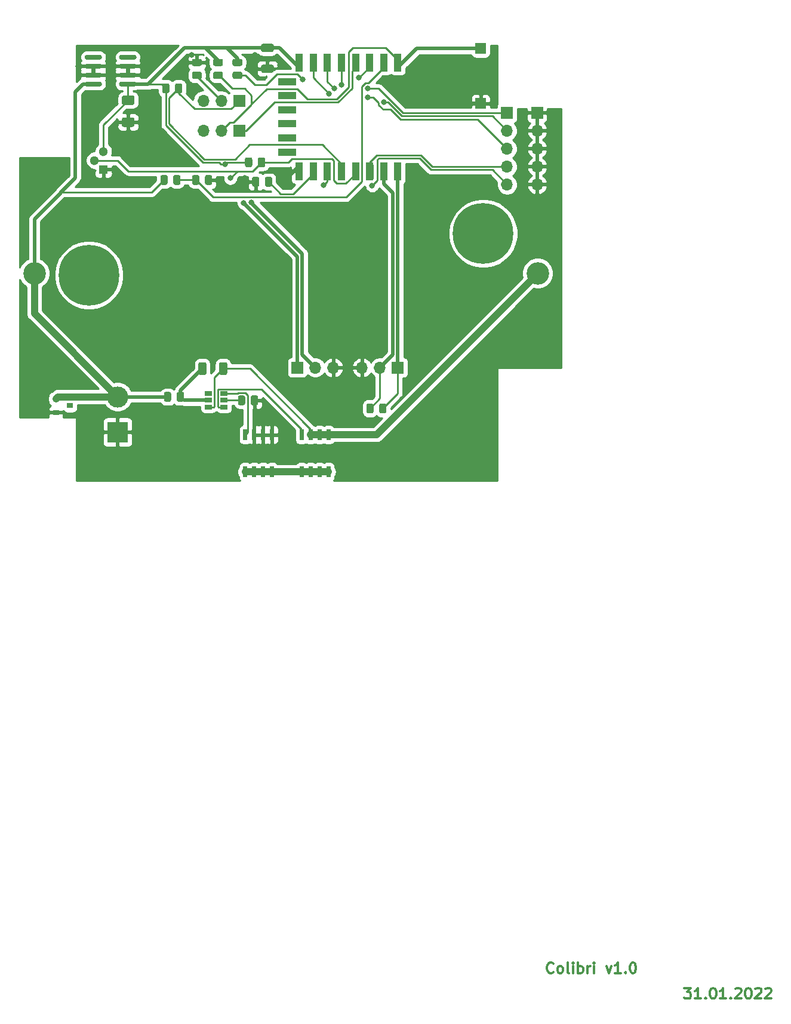
<source format=gbr>
%TF.GenerationSoftware,KiCad,Pcbnew,(5.1.12)-1*%
%TF.CreationDate,2022-02-03T12:58:41+01:00*%
%TF.ProjectId,colibri_01,636f6c69-6272-4695-9f30-312e6b696361,rev?*%
%TF.SameCoordinates,Original*%
%TF.FileFunction,Copper,L1,Top*%
%TF.FilePolarity,Positive*%
%FSLAX46Y46*%
G04 Gerber Fmt 4.6, Leading zero omitted, Abs format (unit mm)*
G04 Created by KiCad (PCBNEW (5.1.12)-1) date 2022-02-03 12:58:41*
%MOMM*%
%LPD*%
G01*
G04 APERTURE LIST*
%TA.AperFunction,NonConductor*%
%ADD10C,0.300000*%
%TD*%
%TA.AperFunction,SMDPad,CuDef*%
%ADD11R,2.500000X1.100000*%
%TD*%
%TA.AperFunction,SMDPad,CuDef*%
%ADD12R,1.100000X2.500000*%
%TD*%
%TA.AperFunction,ComponentPad*%
%ADD13C,3.200000*%
%TD*%
%TA.AperFunction,ComponentPad*%
%ADD14C,0.900000*%
%TD*%
%TA.AperFunction,ComponentPad*%
%ADD15C,8.600000*%
%TD*%
%TA.AperFunction,SMDPad,CuDef*%
%ADD16R,1.060000X0.650000*%
%TD*%
%TA.AperFunction,ComponentPad*%
%ADD17R,1.300000X1.300000*%
%TD*%
%TA.AperFunction,ComponentPad*%
%ADD18C,1.300000*%
%TD*%
%TA.AperFunction,SMDPad,CuDef*%
%ADD19R,1.500000X1.500000*%
%TD*%
%TA.AperFunction,ComponentPad*%
%ADD20O,1.700000X1.700000*%
%TD*%
%TA.AperFunction,ComponentPad*%
%ADD21R,1.700000X1.700000*%
%TD*%
%TA.AperFunction,ComponentPad*%
%ADD22C,3.000000*%
%TD*%
%TA.AperFunction,ComponentPad*%
%ADD23R,3.000000X3.000000*%
%TD*%
%TA.AperFunction,SMDPad,CuDef*%
%ADD24R,0.900000X0.800000*%
%TD*%
%TA.AperFunction,ViaPad*%
%ADD25C,0.800000*%
%TD*%
%TA.AperFunction,Conductor*%
%ADD26C,1.000000*%
%TD*%
%TA.AperFunction,Conductor*%
%ADD27C,0.500000*%
%TD*%
%TA.AperFunction,Conductor*%
%ADD28C,0.250000*%
%TD*%
%TA.AperFunction,Conductor*%
%ADD29C,0.254000*%
%TD*%
%TA.AperFunction,Conductor*%
%ADD30C,0.100000*%
%TD*%
G04 APERTURE END LIST*
D10*
X206385714Y-192328571D02*
X207314285Y-192328571D01*
X206814285Y-192900000D01*
X207028571Y-192900000D01*
X207171428Y-192971428D01*
X207242857Y-193042857D01*
X207314285Y-193185714D01*
X207314285Y-193542857D01*
X207242857Y-193685714D01*
X207171428Y-193757142D01*
X207028571Y-193828571D01*
X206600000Y-193828571D01*
X206457142Y-193757142D01*
X206385714Y-193685714D01*
X208742857Y-193828571D02*
X207885714Y-193828571D01*
X208314285Y-193828571D02*
X208314285Y-192328571D01*
X208171428Y-192542857D01*
X208028571Y-192685714D01*
X207885714Y-192757142D01*
X209385714Y-193685714D02*
X209457142Y-193757142D01*
X209385714Y-193828571D01*
X209314285Y-193757142D01*
X209385714Y-193685714D01*
X209385714Y-193828571D01*
X210385714Y-192328571D02*
X210528571Y-192328571D01*
X210671428Y-192400000D01*
X210742857Y-192471428D01*
X210814285Y-192614285D01*
X210885714Y-192900000D01*
X210885714Y-193257142D01*
X210814285Y-193542857D01*
X210742857Y-193685714D01*
X210671428Y-193757142D01*
X210528571Y-193828571D01*
X210385714Y-193828571D01*
X210242857Y-193757142D01*
X210171428Y-193685714D01*
X210100000Y-193542857D01*
X210028571Y-193257142D01*
X210028571Y-192900000D01*
X210100000Y-192614285D01*
X210171428Y-192471428D01*
X210242857Y-192400000D01*
X210385714Y-192328571D01*
X212314285Y-193828571D02*
X211457142Y-193828571D01*
X211885714Y-193828571D02*
X211885714Y-192328571D01*
X211742857Y-192542857D01*
X211600000Y-192685714D01*
X211457142Y-192757142D01*
X212957142Y-193685714D02*
X213028571Y-193757142D01*
X212957142Y-193828571D01*
X212885714Y-193757142D01*
X212957142Y-193685714D01*
X212957142Y-193828571D01*
X213600000Y-192471428D02*
X213671428Y-192400000D01*
X213814285Y-192328571D01*
X214171428Y-192328571D01*
X214314285Y-192400000D01*
X214385714Y-192471428D01*
X214457142Y-192614285D01*
X214457142Y-192757142D01*
X214385714Y-192971428D01*
X213528571Y-193828571D01*
X214457142Y-193828571D01*
X215385714Y-192328571D02*
X215528571Y-192328571D01*
X215671428Y-192400000D01*
X215742857Y-192471428D01*
X215814285Y-192614285D01*
X215885714Y-192900000D01*
X215885714Y-193257142D01*
X215814285Y-193542857D01*
X215742857Y-193685714D01*
X215671428Y-193757142D01*
X215528571Y-193828571D01*
X215385714Y-193828571D01*
X215242857Y-193757142D01*
X215171428Y-193685714D01*
X215100000Y-193542857D01*
X215028571Y-193257142D01*
X215028571Y-192900000D01*
X215100000Y-192614285D01*
X215171428Y-192471428D01*
X215242857Y-192400000D01*
X215385714Y-192328571D01*
X216457142Y-192471428D02*
X216528571Y-192400000D01*
X216671428Y-192328571D01*
X217028571Y-192328571D01*
X217171428Y-192400000D01*
X217242857Y-192471428D01*
X217314285Y-192614285D01*
X217314285Y-192757142D01*
X217242857Y-192971428D01*
X216385714Y-193828571D01*
X217314285Y-193828571D01*
X217885714Y-192471428D02*
X217957142Y-192400000D01*
X218100000Y-192328571D01*
X218457142Y-192328571D01*
X218600000Y-192400000D01*
X218671428Y-192471428D01*
X218742857Y-192614285D01*
X218742857Y-192757142D01*
X218671428Y-192971428D01*
X217814285Y-193828571D01*
X218742857Y-193828571D01*
X187807142Y-190085714D02*
X187735714Y-190157142D01*
X187521428Y-190228571D01*
X187378571Y-190228571D01*
X187164285Y-190157142D01*
X187021428Y-190014285D01*
X186950000Y-189871428D01*
X186878571Y-189585714D01*
X186878571Y-189371428D01*
X186950000Y-189085714D01*
X187021428Y-188942857D01*
X187164285Y-188800000D01*
X187378571Y-188728571D01*
X187521428Y-188728571D01*
X187735714Y-188800000D01*
X187807142Y-188871428D01*
X188664285Y-190228571D02*
X188521428Y-190157142D01*
X188450000Y-190085714D01*
X188378571Y-189942857D01*
X188378571Y-189514285D01*
X188450000Y-189371428D01*
X188521428Y-189300000D01*
X188664285Y-189228571D01*
X188878571Y-189228571D01*
X189021428Y-189300000D01*
X189092857Y-189371428D01*
X189164285Y-189514285D01*
X189164285Y-189942857D01*
X189092857Y-190085714D01*
X189021428Y-190157142D01*
X188878571Y-190228571D01*
X188664285Y-190228571D01*
X190021428Y-190228571D02*
X189878571Y-190157142D01*
X189807142Y-190014285D01*
X189807142Y-188728571D01*
X190592857Y-190228571D02*
X190592857Y-189228571D01*
X190592857Y-188728571D02*
X190521428Y-188800000D01*
X190592857Y-188871428D01*
X190664285Y-188800000D01*
X190592857Y-188728571D01*
X190592857Y-188871428D01*
X191307142Y-190228571D02*
X191307142Y-188728571D01*
X191307142Y-189300000D02*
X191450000Y-189228571D01*
X191735714Y-189228571D01*
X191878571Y-189300000D01*
X191950000Y-189371428D01*
X192021428Y-189514285D01*
X192021428Y-189942857D01*
X191950000Y-190085714D01*
X191878571Y-190157142D01*
X191735714Y-190228571D01*
X191450000Y-190228571D01*
X191307142Y-190157142D01*
X192664285Y-190228571D02*
X192664285Y-189228571D01*
X192664285Y-189514285D02*
X192735714Y-189371428D01*
X192807142Y-189300000D01*
X192950000Y-189228571D01*
X193092857Y-189228571D01*
X193592857Y-190228571D02*
X193592857Y-189228571D01*
X193592857Y-188728571D02*
X193521428Y-188800000D01*
X193592857Y-188871428D01*
X193664285Y-188800000D01*
X193592857Y-188728571D01*
X193592857Y-188871428D01*
X195307142Y-189228571D02*
X195664285Y-190228571D01*
X196021428Y-189228571D01*
X197378571Y-190228571D02*
X196521428Y-190228571D01*
X196950000Y-190228571D02*
X196950000Y-188728571D01*
X196807142Y-188942857D01*
X196664285Y-189085714D01*
X196521428Y-189157142D01*
X198021428Y-190085714D02*
X198092857Y-190157142D01*
X198021428Y-190228571D01*
X197950000Y-190157142D01*
X198021428Y-190085714D01*
X198021428Y-190228571D01*
X199021428Y-188728571D02*
X199164285Y-188728571D01*
X199307142Y-188800000D01*
X199378571Y-188871428D01*
X199450000Y-189014285D01*
X199521428Y-189300000D01*
X199521428Y-189657142D01*
X199450000Y-189942857D01*
X199378571Y-190085714D01*
X199307142Y-190157142D01*
X199164285Y-190228571D01*
X199021428Y-190228571D01*
X198878571Y-190157142D01*
X198807142Y-190085714D01*
X198735714Y-189942857D01*
X198664285Y-189657142D01*
X198664285Y-189300000D01*
X198735714Y-189014285D01*
X198807142Y-188871428D01*
X198878571Y-188800000D01*
X199021428Y-188728571D01*
D11*
%TO.P,U1,22*%
%TO.N,Net-(U1-Pad22)*%
X150050000Y-73790000D03*
%TO.P,U1,21*%
%TO.N,Net-(U1-Pad21)*%
X150050000Y-71790000D03*
%TO.P,U1,20*%
%TO.N,Net-(U1-Pad20)*%
X150050000Y-69790000D03*
%TO.P,U1,19*%
%TO.N,Net-(U1-Pad19)*%
X150050000Y-67790000D03*
%TO.P,U1,18*%
%TO.N,Net-(U1-Pad18)*%
X150050000Y-65790000D03*
%TO.P,U1,17*%
%TO.N,Net-(U1-Pad17)*%
X150050000Y-63790000D03*
D12*
%TO.P,U1,16*%
%TO.N,TX*%
X165750000Y-76500000D03*
%TO.P,U1,15*%
%TO.N,RX*%
X163750000Y-76500000D03*
%TO.P,U1,14*%
%TO.N,gpio5*%
X161750000Y-76500000D03*
%TO.P,U1,13*%
%TO.N,onewire*%
X159750000Y-76500000D03*
%TO.P,U1,12*%
%TO.N,gpio0*%
X157750000Y-76500000D03*
%TO.P,U1,11*%
%TO.N,gpio2*%
X155750000Y-76500000D03*
%TO.P,U1,10*%
%TO.N,Net-(R6-Pad1)*%
X153750000Y-76500000D03*
%TO.P,U1,9*%
%TO.N,P-*%
X151750000Y-76500000D03*
%TO.P,U1,8*%
%TO.N,3.3v*%
X151750000Y-61100000D03*
%TO.P,U1,7*%
%TO.N,gpio13*%
X153750000Y-61100000D03*
%TO.P,U1,6*%
%TO.N,gpio12*%
X155750000Y-61100000D03*
%TO.P,U1,5*%
%TO.N,gpio14*%
X157750000Y-61100000D03*
%TO.P,U1,4*%
%TO.N,gpio16*%
X159750000Y-61100000D03*
%TO.P,U1,3*%
%TO.N,Net-(R3-Pad2)*%
X161750000Y-61100000D03*
%TO.P,U1,2*%
%TO.N,adc*%
X163750000Y-61100000D03*
%TO.P,U1,1*%
%TO.N,rest*%
X165750000Y-61100000D03*
%TD*%
D13*
%TO.P,C1,2*%
%TO.N,B-*%
X185600000Y-91000000D03*
%TO.P,C1,1*%
%TO.N,B+*%
X114200000Y-91000000D03*
%TD*%
D14*
%TO.P,M4,1*%
%TO.N,N/C*%
X124230419Y-88969581D03*
X121950000Y-88025000D03*
X119669581Y-88969581D03*
X118725000Y-91250000D03*
X119669581Y-93530419D03*
X121950000Y-94475000D03*
X124230419Y-93530419D03*
X125175000Y-91250000D03*
D15*
X121950000Y-91250000D03*
%TD*%
D14*
%TO.P,M4,1*%
%TO.N,N/C*%
X180130419Y-83069581D03*
X177850000Y-82125000D03*
X175569581Y-83069581D03*
X174625000Y-85350000D03*
X175569581Y-87630419D03*
X177850000Y-88575000D03*
X180130419Y-87630419D03*
X181075000Y-85350000D03*
D15*
X177850000Y-85350000D03*
%TD*%
%TO.P,U6,1*%
%TO.N,3.3v*%
%TA.AperFunction,SMDPad,CuDef*%
G36*
G01*
X128350000Y-64505000D02*
X126550000Y-64505000D01*
G75*
G02*
X126200000Y-64155000I0J350000D01*
G01*
X126200000Y-64155000D01*
G75*
G02*
X126550000Y-63805000I350000J0D01*
G01*
X128350000Y-63805000D01*
G75*
G02*
X128700000Y-64155000I0J-350000D01*
G01*
X128700000Y-64155000D01*
G75*
G02*
X128350000Y-64505000I-350000J0D01*
G01*
G37*
%TD.AperFunction*%
%TO.P,U6,2*%
%TO.N,P-*%
%TA.AperFunction,SMDPad,CuDef*%
G36*
G01*
X128350000Y-63235000D02*
X126550000Y-63235000D01*
G75*
G02*
X126200000Y-62885000I0J350000D01*
G01*
X126200000Y-62885000D01*
G75*
G02*
X126550000Y-62535000I350000J0D01*
G01*
X128350000Y-62535000D01*
G75*
G02*
X128700000Y-62885000I0J-350000D01*
G01*
X128700000Y-62885000D01*
G75*
G02*
X128350000Y-63235000I-350000J0D01*
G01*
G37*
%TD.AperFunction*%
%TO.P,U6,3*%
%TA.AperFunction,SMDPad,CuDef*%
G36*
G01*
X128350000Y-61965000D02*
X126550000Y-61965000D01*
G75*
G02*
X126200000Y-61615000I0J350000D01*
G01*
X126200000Y-61615000D01*
G75*
G02*
X126550000Y-61265000I350000J0D01*
G01*
X128350000Y-61265000D01*
G75*
G02*
X128700000Y-61615000I0J-350000D01*
G01*
X128700000Y-61615000D01*
G75*
G02*
X128350000Y-61965000I-350000J0D01*
G01*
G37*
%TD.AperFunction*%
%TO.P,U6,4*%
%TO.N,Net-(U6-Pad4)*%
%TA.AperFunction,SMDPad,CuDef*%
G36*
G01*
X128350000Y-60695000D02*
X126550000Y-60695000D01*
G75*
G02*
X126200000Y-60345000I0J350000D01*
G01*
X126200000Y-60345000D01*
G75*
G02*
X126550000Y-59995000I350000J0D01*
G01*
X128350000Y-59995000D01*
G75*
G02*
X128700000Y-60345000I0J-350000D01*
G01*
X128700000Y-60345000D01*
G75*
G02*
X128350000Y-60695000I-350000J0D01*
G01*
G37*
%TD.AperFunction*%
%TO.P,U6,8*%
%TO.N,B+*%
%TA.AperFunction,SMDPad,CuDef*%
G36*
G01*
X123450000Y-64505000D02*
X121650000Y-64505000D01*
G75*
G02*
X121300000Y-64155000I0J350000D01*
G01*
X121300000Y-64155000D01*
G75*
G02*
X121650000Y-63805000I350000J0D01*
G01*
X123450000Y-63805000D01*
G75*
G02*
X123800000Y-64155000I0J-350000D01*
G01*
X123800000Y-64155000D01*
G75*
G02*
X123450000Y-64505000I-350000J0D01*
G01*
G37*
%TD.AperFunction*%
%TO.P,U6,7*%
%TO.N,P-*%
%TA.AperFunction,SMDPad,CuDef*%
G36*
G01*
X123450000Y-63235000D02*
X121650000Y-63235000D01*
G75*
G02*
X121300000Y-62885000I0J350000D01*
G01*
X121300000Y-62885000D01*
G75*
G02*
X121650000Y-62535000I350000J0D01*
G01*
X123450000Y-62535000D01*
G75*
G02*
X123800000Y-62885000I0J-350000D01*
G01*
X123800000Y-62885000D01*
G75*
G02*
X123450000Y-63235000I-350000J0D01*
G01*
G37*
%TD.AperFunction*%
%TO.P,U6,6*%
%TA.AperFunction,SMDPad,CuDef*%
G36*
G01*
X123450000Y-61965000D02*
X121650000Y-61965000D01*
G75*
G02*
X121300000Y-61615000I0J350000D01*
G01*
X121300000Y-61615000D01*
G75*
G02*
X121650000Y-61265000I350000J0D01*
G01*
X123450000Y-61265000D01*
G75*
G02*
X123800000Y-61615000I0J-350000D01*
G01*
X123800000Y-61615000D01*
G75*
G02*
X123450000Y-61965000I-350000J0D01*
G01*
G37*
%TD.AperFunction*%
%TO.P,U6,5*%
%TO.N,Net-(U6-Pad5)*%
%TA.AperFunction,SMDPad,CuDef*%
G36*
G01*
X123450000Y-60695000D02*
X121650000Y-60695000D01*
G75*
G02*
X121300000Y-60345000I0J350000D01*
G01*
X121300000Y-60345000D01*
G75*
G02*
X121650000Y-59995000I350000J0D01*
G01*
X123450000Y-59995000D01*
G75*
G02*
X123800000Y-60345000I0J-350000D01*
G01*
X123800000Y-60345000D01*
G75*
G02*
X123450000Y-60695000I-350000J0D01*
G01*
G37*
%TD.AperFunction*%
%TD*%
%TO.P,U5,1*%
%TO.N,P-*%
%TA.AperFunction,SMDPad,CuDef*%
G36*
G01*
X147651300Y-113085000D02*
X148158700Y-113085000D01*
G75*
G02*
X148200000Y-113126300I0J-41300D01*
G01*
X148200000Y-114623700D01*
G75*
G02*
X148158700Y-114665000I-41300J0D01*
G01*
X147651300Y-114665000D01*
G75*
G02*
X147610000Y-114623700I0J41300D01*
G01*
X147610000Y-113126300D01*
G75*
G02*
X147651300Y-113085000I41300J0D01*
G01*
G37*
%TD.AperFunction*%
%TO.P,U5,2*%
%TA.AperFunction,SMDPad,CuDef*%
G36*
G01*
X146381300Y-113085000D02*
X146888700Y-113085000D01*
G75*
G02*
X146930000Y-113126300I0J-41300D01*
G01*
X146930000Y-114623700D01*
G75*
G02*
X146888700Y-114665000I-41300J0D01*
G01*
X146381300Y-114665000D01*
G75*
G02*
X146340000Y-114623700I0J41300D01*
G01*
X146340000Y-113126300D01*
G75*
G02*
X146381300Y-113085000I41300J0D01*
G01*
G37*
%TD.AperFunction*%
%TO.P,U5,3*%
%TA.AperFunction,SMDPad,CuDef*%
G36*
G01*
X145111300Y-113085000D02*
X145618700Y-113085000D01*
G75*
G02*
X145660000Y-113126300I0J-41300D01*
G01*
X145660000Y-114623700D01*
G75*
G02*
X145618700Y-114665000I-41300J0D01*
G01*
X145111300Y-114665000D01*
G75*
G02*
X145070000Y-114623700I0J41300D01*
G01*
X145070000Y-113126300D01*
G75*
G02*
X145111300Y-113085000I41300J0D01*
G01*
G37*
%TD.AperFunction*%
%TO.P,U5,4*%
%TO.N,Net-(U3-Pad3)*%
%TA.AperFunction,SMDPad,CuDef*%
G36*
G01*
X143841300Y-113085000D02*
X144348700Y-113085000D01*
G75*
G02*
X144390000Y-113126300I0J-41300D01*
G01*
X144390000Y-114623700D01*
G75*
G02*
X144348700Y-114665000I-41300J0D01*
G01*
X143841300Y-114665000D01*
G75*
G02*
X143800000Y-114623700I0J41300D01*
G01*
X143800000Y-113126300D01*
G75*
G02*
X143841300Y-113085000I41300J0D01*
G01*
G37*
%TD.AperFunction*%
%TO.P,U5,5*%
%TO.N,Net-(U4-Pad5)*%
%TA.AperFunction,SMDPad,CuDef*%
G36*
G01*
X143841300Y-118335000D02*
X144348700Y-118335000D01*
G75*
G02*
X144390000Y-118376300I0J-41300D01*
G01*
X144390000Y-119873700D01*
G75*
G02*
X144348700Y-119915000I-41300J0D01*
G01*
X143841300Y-119915000D01*
G75*
G02*
X143800000Y-119873700I0J41300D01*
G01*
X143800000Y-118376300D01*
G75*
G02*
X143841300Y-118335000I41300J0D01*
G01*
G37*
%TD.AperFunction*%
%TO.P,U5,6*%
%TA.AperFunction,SMDPad,CuDef*%
G36*
G01*
X145111300Y-118335000D02*
X145618700Y-118335000D01*
G75*
G02*
X145660000Y-118376300I0J-41300D01*
G01*
X145660000Y-119873700D01*
G75*
G02*
X145618700Y-119915000I-41300J0D01*
G01*
X145111300Y-119915000D01*
G75*
G02*
X145070000Y-119873700I0J41300D01*
G01*
X145070000Y-118376300D01*
G75*
G02*
X145111300Y-118335000I41300J0D01*
G01*
G37*
%TD.AperFunction*%
%TO.P,U5,7*%
%TA.AperFunction,SMDPad,CuDef*%
G36*
G01*
X146381300Y-118335000D02*
X146888700Y-118335000D01*
G75*
G02*
X146930000Y-118376300I0J-41300D01*
G01*
X146930000Y-119873700D01*
G75*
G02*
X146888700Y-119915000I-41300J0D01*
G01*
X146381300Y-119915000D01*
G75*
G02*
X146340000Y-119873700I0J41300D01*
G01*
X146340000Y-118376300D01*
G75*
G02*
X146381300Y-118335000I41300J0D01*
G01*
G37*
%TD.AperFunction*%
%TO.P,U5,8*%
%TA.AperFunction,SMDPad,CuDef*%
G36*
G01*
X147651300Y-118335000D02*
X148158700Y-118335000D01*
G75*
G02*
X148200000Y-118376300I0J-41300D01*
G01*
X148200000Y-119873700D01*
G75*
G02*
X148158700Y-119915000I-41300J0D01*
G01*
X147651300Y-119915000D01*
G75*
G02*
X147610000Y-119873700I0J41300D01*
G01*
X147610000Y-118376300D01*
G75*
G02*
X147651300Y-118335000I41300J0D01*
G01*
G37*
%TD.AperFunction*%
%TD*%
%TO.P,U4,1*%
%TO.N,B-*%
%TA.AperFunction,SMDPad,CuDef*%
G36*
G01*
X155651300Y-113085000D02*
X156158700Y-113085000D01*
G75*
G02*
X156200000Y-113126300I0J-41300D01*
G01*
X156200000Y-114623700D01*
G75*
G02*
X156158700Y-114665000I-41300J0D01*
G01*
X155651300Y-114665000D01*
G75*
G02*
X155610000Y-114623700I0J41300D01*
G01*
X155610000Y-113126300D01*
G75*
G02*
X155651300Y-113085000I41300J0D01*
G01*
G37*
%TD.AperFunction*%
%TO.P,U4,2*%
%TA.AperFunction,SMDPad,CuDef*%
G36*
G01*
X154381300Y-113085000D02*
X154888700Y-113085000D01*
G75*
G02*
X154930000Y-113126300I0J-41300D01*
G01*
X154930000Y-114623700D01*
G75*
G02*
X154888700Y-114665000I-41300J0D01*
G01*
X154381300Y-114665000D01*
G75*
G02*
X154340000Y-114623700I0J41300D01*
G01*
X154340000Y-113126300D01*
G75*
G02*
X154381300Y-113085000I41300J0D01*
G01*
G37*
%TD.AperFunction*%
%TO.P,U4,3*%
%TA.AperFunction,SMDPad,CuDef*%
G36*
G01*
X153111300Y-113085000D02*
X153618700Y-113085000D01*
G75*
G02*
X153660000Y-113126300I0J-41300D01*
G01*
X153660000Y-114623700D01*
G75*
G02*
X153618700Y-114665000I-41300J0D01*
G01*
X153111300Y-114665000D01*
G75*
G02*
X153070000Y-114623700I0J41300D01*
G01*
X153070000Y-113126300D01*
G75*
G02*
X153111300Y-113085000I41300J0D01*
G01*
G37*
%TD.AperFunction*%
%TO.P,U4,4*%
%TO.N,Net-(U3-Pad1)*%
%TA.AperFunction,SMDPad,CuDef*%
G36*
G01*
X151841300Y-113085000D02*
X152348700Y-113085000D01*
G75*
G02*
X152390000Y-113126300I0J-41300D01*
G01*
X152390000Y-114623700D01*
G75*
G02*
X152348700Y-114665000I-41300J0D01*
G01*
X151841300Y-114665000D01*
G75*
G02*
X151800000Y-114623700I0J41300D01*
G01*
X151800000Y-113126300D01*
G75*
G02*
X151841300Y-113085000I41300J0D01*
G01*
G37*
%TD.AperFunction*%
%TO.P,U4,5*%
%TO.N,Net-(U4-Pad5)*%
%TA.AperFunction,SMDPad,CuDef*%
G36*
G01*
X151841300Y-118335000D02*
X152348700Y-118335000D01*
G75*
G02*
X152390000Y-118376300I0J-41300D01*
G01*
X152390000Y-119873700D01*
G75*
G02*
X152348700Y-119915000I-41300J0D01*
G01*
X151841300Y-119915000D01*
G75*
G02*
X151800000Y-119873700I0J41300D01*
G01*
X151800000Y-118376300D01*
G75*
G02*
X151841300Y-118335000I41300J0D01*
G01*
G37*
%TD.AperFunction*%
%TO.P,U4,6*%
%TA.AperFunction,SMDPad,CuDef*%
G36*
G01*
X153111300Y-118335000D02*
X153618700Y-118335000D01*
G75*
G02*
X153660000Y-118376300I0J-41300D01*
G01*
X153660000Y-119873700D01*
G75*
G02*
X153618700Y-119915000I-41300J0D01*
G01*
X153111300Y-119915000D01*
G75*
G02*
X153070000Y-119873700I0J41300D01*
G01*
X153070000Y-118376300D01*
G75*
G02*
X153111300Y-118335000I41300J0D01*
G01*
G37*
%TD.AperFunction*%
%TO.P,U4,7*%
%TA.AperFunction,SMDPad,CuDef*%
G36*
G01*
X154381300Y-118335000D02*
X154888700Y-118335000D01*
G75*
G02*
X154930000Y-118376300I0J-41300D01*
G01*
X154930000Y-119873700D01*
G75*
G02*
X154888700Y-119915000I-41300J0D01*
G01*
X154381300Y-119915000D01*
G75*
G02*
X154340000Y-119873700I0J41300D01*
G01*
X154340000Y-118376300D01*
G75*
G02*
X154381300Y-118335000I41300J0D01*
G01*
G37*
%TD.AperFunction*%
%TO.P,U4,8*%
%TA.AperFunction,SMDPad,CuDef*%
G36*
G01*
X155651300Y-118335000D02*
X156158700Y-118335000D01*
G75*
G02*
X156200000Y-118376300I0J-41300D01*
G01*
X156200000Y-119873700D01*
G75*
G02*
X156158700Y-119915000I-41300J0D01*
G01*
X155651300Y-119915000D01*
G75*
G02*
X155610000Y-119873700I0J41300D01*
G01*
X155610000Y-118376300D01*
G75*
G02*
X155651300Y-118335000I41300J0D01*
G01*
G37*
%TD.AperFunction*%
%TD*%
D16*
%TO.P,U3,5*%
%TO.N,Net-(C3-Pad2)*%
X138900000Y-109000000D03*
%TO.P,U3,6*%
%TO.N,B-*%
X138900000Y-109950000D03*
%TO.P,U3,4*%
%TO.N,N/C*%
X138900000Y-108050000D03*
%TO.P,U3,3*%
%TO.N,Net-(U3-Pad3)*%
X141100000Y-108050000D03*
%TO.P,U3,2*%
%TO.N,Net-(R11-Pad1)*%
X141100000Y-109000000D03*
%TO.P,U3,1*%
%TO.N,Net-(U3-Pad1)*%
X141100000Y-109950000D03*
%TD*%
D17*
%TO.P,U2,1*%
%TO.N,P-*%
X124000000Y-76250000D03*
D18*
%TO.P,U2,3*%
%TO.N,3.3v*%
X124000000Y-73710000D03*
%TO.P,U2,2*%
%TO.N,onewire*%
X122730000Y-74980000D03*
%TD*%
D19*
%TO.P,SW1,1*%
%TO.N,P-*%
X177500000Y-66900000D03*
%TO.P,SW1,2*%
%TO.N,rest*%
X177500000Y-59100000D03*
%TD*%
%TO.P,R11,2*%
%TO.N,P-*%
%TA.AperFunction,SMDPad,CuDef*%
G36*
G01*
X144900000Y-109450002D02*
X144900000Y-108549998D01*
G75*
G02*
X145149998Y-108300000I249998J0D01*
G01*
X145675002Y-108300000D01*
G75*
G02*
X145925000Y-108549998I0J-249998D01*
G01*
X145925000Y-109450002D01*
G75*
G02*
X145675002Y-109700000I-249998J0D01*
G01*
X145149998Y-109700000D01*
G75*
G02*
X144900000Y-109450002I0J249998D01*
G01*
G37*
%TD.AperFunction*%
%TO.P,R11,1*%
%TO.N,Net-(R11-Pad1)*%
%TA.AperFunction,SMDPad,CuDef*%
G36*
G01*
X143075000Y-109450002D02*
X143075000Y-108549998D01*
G75*
G02*
X143324998Y-108300000I249998J0D01*
G01*
X143850002Y-108300000D01*
G75*
G02*
X144100000Y-108549998I0J-249998D01*
G01*
X144100000Y-109450002D01*
G75*
G02*
X143850002Y-109700000I-249998J0D01*
G01*
X143324998Y-109700000D01*
G75*
G02*
X143075000Y-109450002I0J249998D01*
G01*
G37*
%TD.AperFunction*%
%TD*%
%TO.P,R10,2*%
%TO.N,B+*%
%TA.AperFunction,SMDPad,CuDef*%
G36*
G01*
X133600000Y-108049998D02*
X133600000Y-108950002D01*
G75*
G02*
X133350002Y-109200000I-249998J0D01*
G01*
X132824998Y-109200000D01*
G75*
G02*
X132575000Y-108950002I0J249998D01*
G01*
X132575000Y-108049998D01*
G75*
G02*
X132824998Y-107800000I249998J0D01*
G01*
X133350002Y-107800000D01*
G75*
G02*
X133600000Y-108049998I0J-249998D01*
G01*
G37*
%TD.AperFunction*%
%TO.P,R10,1*%
%TO.N,Net-(C3-Pad2)*%
%TA.AperFunction,SMDPad,CuDef*%
G36*
G01*
X135425000Y-108049998D02*
X135425000Y-108950002D01*
G75*
G02*
X135175002Y-109200000I-249998J0D01*
G01*
X134649998Y-109200000D01*
G75*
G02*
X134400000Y-108950002I0J249998D01*
G01*
X134400000Y-108049998D01*
G75*
G02*
X134649998Y-107800000I249998J0D01*
G01*
X135175002Y-107800000D01*
G75*
G02*
X135425000Y-108049998I0J-249998D01*
G01*
G37*
%TD.AperFunction*%
%TD*%
%TO.P,R9,2*%
%TO.N,P-*%
%TA.AperFunction,SMDPad,CuDef*%
G36*
G01*
X138400000Y-78200002D02*
X138400000Y-77299998D01*
G75*
G02*
X138649998Y-77050000I249998J0D01*
G01*
X139175002Y-77050000D01*
G75*
G02*
X139425000Y-77299998I0J-249998D01*
G01*
X139425000Y-78200002D01*
G75*
G02*
X139175002Y-78450000I-249998J0D01*
G01*
X138649998Y-78450000D01*
G75*
G02*
X138400000Y-78200002I0J249998D01*
G01*
G37*
%TD.AperFunction*%
%TO.P,R9,1*%
%TO.N,adc*%
%TA.AperFunction,SMDPad,CuDef*%
G36*
G01*
X136575000Y-78200002D02*
X136575000Y-77299998D01*
G75*
G02*
X136824998Y-77050000I249998J0D01*
G01*
X137350002Y-77050000D01*
G75*
G02*
X137600000Y-77299998I0J-249998D01*
G01*
X137600000Y-78200002D01*
G75*
G02*
X137350002Y-78450000I-249998J0D01*
G01*
X136824998Y-78450000D01*
G75*
G02*
X136575000Y-78200002I0J249998D01*
G01*
G37*
%TD.AperFunction*%
%TD*%
%TO.P,R8,2*%
%TO.N,adc*%
%TA.AperFunction,SMDPad,CuDef*%
G36*
G01*
X133900000Y-78200002D02*
X133900000Y-77299998D01*
G75*
G02*
X134149998Y-77050000I249998J0D01*
G01*
X134675002Y-77050000D01*
G75*
G02*
X134925000Y-77299998I0J-249998D01*
G01*
X134925000Y-78200002D01*
G75*
G02*
X134675002Y-78450000I-249998J0D01*
G01*
X134149998Y-78450000D01*
G75*
G02*
X133900000Y-78200002I0J249998D01*
G01*
G37*
%TD.AperFunction*%
%TO.P,R8,1*%
%TO.N,B+*%
%TA.AperFunction,SMDPad,CuDef*%
G36*
G01*
X132075000Y-78200002D02*
X132075000Y-77299998D01*
G75*
G02*
X132324998Y-77050000I249998J0D01*
G01*
X132850002Y-77050000D01*
G75*
G02*
X133100000Y-77299998I0J-249998D01*
G01*
X133100000Y-78200002D01*
G75*
G02*
X132850002Y-78450000I-249998J0D01*
G01*
X132324998Y-78450000D01*
G75*
G02*
X132075000Y-78200002I0J249998D01*
G01*
G37*
%TD.AperFunction*%
%TD*%
%TO.P,R7,2*%
%TO.N,3.3v*%
%TA.AperFunction,SMDPad,CuDef*%
G36*
G01*
X145100000Y-74799998D02*
X145100000Y-75700002D01*
G75*
G02*
X144850002Y-75950000I-249998J0D01*
G01*
X144324998Y-75950000D01*
G75*
G02*
X144075000Y-75700002I0J249998D01*
G01*
X144075000Y-74799998D01*
G75*
G02*
X144324998Y-74550000I249998J0D01*
G01*
X144850002Y-74550000D01*
G75*
G02*
X145100000Y-74799998I0J-249998D01*
G01*
G37*
%TD.AperFunction*%
%TO.P,R7,1*%
%TO.N,onewire*%
%TA.AperFunction,SMDPad,CuDef*%
G36*
G01*
X146925000Y-74799998D02*
X146925000Y-75700002D01*
G75*
G02*
X146675002Y-75950000I-249998J0D01*
G01*
X146149998Y-75950000D01*
G75*
G02*
X145900000Y-75700002I0J249998D01*
G01*
X145900000Y-74799998D01*
G75*
G02*
X146149998Y-74550000I249998J0D01*
G01*
X146675002Y-74550000D01*
G75*
G02*
X146925000Y-74799998I0J-249998D01*
G01*
G37*
%TD.AperFunction*%
%TD*%
%TO.P,R6,2*%
%TO.N,P-*%
%TA.AperFunction,SMDPad,CuDef*%
G36*
G01*
X146100000Y-77549998D02*
X146100000Y-78450002D01*
G75*
G02*
X145850002Y-78700000I-249998J0D01*
G01*
X145324998Y-78700000D01*
G75*
G02*
X145075000Y-78450002I0J249998D01*
G01*
X145075000Y-77549998D01*
G75*
G02*
X145324998Y-77300000I249998J0D01*
G01*
X145850002Y-77300000D01*
G75*
G02*
X146100000Y-77549998I0J-249998D01*
G01*
G37*
%TD.AperFunction*%
%TO.P,R6,1*%
%TO.N,Net-(R6-Pad1)*%
%TA.AperFunction,SMDPad,CuDef*%
G36*
G01*
X147925000Y-77549998D02*
X147925000Y-78450002D01*
G75*
G02*
X147675002Y-78700000I-249998J0D01*
G01*
X147149998Y-78700000D01*
G75*
G02*
X146900000Y-78450002I0J249998D01*
G01*
X146900000Y-77549998D01*
G75*
G02*
X147149998Y-77300000I249998J0D01*
G01*
X147675002Y-77300000D01*
G75*
G02*
X147925000Y-77549998I0J-249998D01*
G01*
G37*
%TD.AperFunction*%
%TD*%
%TO.P,R5,2*%
%TO.N,RX*%
%TA.AperFunction,SMDPad,CuDef*%
G36*
G01*
X162300000Y-109699998D02*
X162300000Y-110600002D01*
G75*
G02*
X162050002Y-110850000I-249998J0D01*
G01*
X161524998Y-110850000D01*
G75*
G02*
X161275000Y-110600002I0J249998D01*
G01*
X161275000Y-109699998D01*
G75*
G02*
X161524998Y-109450000I249998J0D01*
G01*
X162050002Y-109450000D01*
G75*
G02*
X162300000Y-109699998I0J-249998D01*
G01*
G37*
%TD.AperFunction*%
%TO.P,R5,1*%
%TO.N,TX*%
%TA.AperFunction,SMDPad,CuDef*%
G36*
G01*
X164125000Y-109699998D02*
X164125000Y-110600002D01*
G75*
G02*
X163875002Y-110850000I-249998J0D01*
G01*
X163349998Y-110850000D01*
G75*
G02*
X163100000Y-110600002I0J249998D01*
G01*
X163100000Y-109699998D01*
G75*
G02*
X163349998Y-109450000I249998J0D01*
G01*
X163875002Y-109450000D01*
G75*
G02*
X164125000Y-109699998I0J-249998D01*
G01*
G37*
%TD.AperFunction*%
%TD*%
%TO.P,R4,2*%
%TO.N,rest*%
%TA.AperFunction,SMDPad,CuDef*%
G36*
G01*
X139799998Y-62400000D02*
X140700002Y-62400000D01*
G75*
G02*
X140950000Y-62649998I0J-249998D01*
G01*
X140950000Y-63175002D01*
G75*
G02*
X140700002Y-63425000I-249998J0D01*
G01*
X139799998Y-63425000D01*
G75*
G02*
X139550000Y-63175002I0J249998D01*
G01*
X139550000Y-62649998D01*
G75*
G02*
X139799998Y-62400000I249998J0D01*
G01*
G37*
%TD.AperFunction*%
%TO.P,R4,1*%
%TO.N,3.3v*%
%TA.AperFunction,SMDPad,CuDef*%
G36*
G01*
X139799998Y-60575000D02*
X140700002Y-60575000D01*
G75*
G02*
X140950000Y-60824998I0J-249998D01*
G01*
X140950000Y-61350002D01*
G75*
G02*
X140700002Y-61600000I-249998J0D01*
G01*
X139799998Y-61600000D01*
G75*
G02*
X139550000Y-61350002I0J249998D01*
G01*
X139550000Y-60824998D01*
G75*
G02*
X139799998Y-60575000I249998J0D01*
G01*
G37*
%TD.AperFunction*%
%TD*%
%TO.P,R3,2*%
%TO.N,Net-(R3-Pad2)*%
%TA.AperFunction,SMDPad,CuDef*%
G36*
G01*
X142549998Y-62400000D02*
X143450002Y-62400000D01*
G75*
G02*
X143700000Y-62649998I0J-249998D01*
G01*
X143700000Y-63175002D01*
G75*
G02*
X143450002Y-63425000I-249998J0D01*
G01*
X142549998Y-63425000D01*
G75*
G02*
X142300000Y-63175002I0J249998D01*
G01*
X142300000Y-62649998D01*
G75*
G02*
X142549998Y-62400000I249998J0D01*
G01*
G37*
%TD.AperFunction*%
%TO.P,R3,1*%
%TO.N,3.3v*%
%TA.AperFunction,SMDPad,CuDef*%
G36*
G01*
X142549998Y-60575000D02*
X143450002Y-60575000D01*
G75*
G02*
X143700000Y-60824998I0J-249998D01*
G01*
X143700000Y-61350002D01*
G75*
G02*
X143450002Y-61600000I-249998J0D01*
G01*
X142549998Y-61600000D01*
G75*
G02*
X142300000Y-61350002I0J249998D01*
G01*
X142300000Y-60824998D01*
G75*
G02*
X142549998Y-60575000I249998J0D01*
G01*
G37*
%TD.AperFunction*%
%TD*%
%TO.P,R2,2*%
%TO.N,P-*%
%TA.AperFunction,SMDPad,CuDef*%
G36*
G01*
X137700002Y-61600000D02*
X136799998Y-61600000D01*
G75*
G02*
X136550000Y-61350002I0J249998D01*
G01*
X136550000Y-60824998D01*
G75*
G02*
X136799998Y-60575000I249998J0D01*
G01*
X137700002Y-60575000D01*
G75*
G02*
X137950000Y-60824998I0J-249998D01*
G01*
X137950000Y-61350002D01*
G75*
G02*
X137700002Y-61600000I-249998J0D01*
G01*
G37*
%TD.AperFunction*%
%TO.P,R2,1*%
%TO.N,Net-(J5-Pad2)*%
%TA.AperFunction,SMDPad,CuDef*%
G36*
G01*
X137700002Y-63425000D02*
X136799998Y-63425000D01*
G75*
G02*
X136550000Y-63175002I0J249998D01*
G01*
X136550000Y-62649998D01*
G75*
G02*
X136799998Y-62400000I249998J0D01*
G01*
X137700002Y-62400000D01*
G75*
G02*
X137950000Y-62649998I0J-249998D01*
G01*
X137950000Y-63175002D01*
G75*
G02*
X137700002Y-63425000I-249998J0D01*
G01*
G37*
%TD.AperFunction*%
%TD*%
%TO.P,R1,2*%
%TO.N,gpio0*%
%TA.AperFunction,SMDPad,CuDef*%
G36*
G01*
X134150000Y-65200002D02*
X134150000Y-64299998D01*
G75*
G02*
X134399998Y-64050000I249998J0D01*
G01*
X134925002Y-64050000D01*
G75*
G02*
X135175000Y-64299998I0J-249998D01*
G01*
X135175000Y-65200002D01*
G75*
G02*
X134925002Y-65450000I-249998J0D01*
G01*
X134399998Y-65450000D01*
G75*
G02*
X134150000Y-65200002I0J249998D01*
G01*
G37*
%TD.AperFunction*%
%TO.P,R1,1*%
%TO.N,3.3v*%
%TA.AperFunction,SMDPad,CuDef*%
G36*
G01*
X132325000Y-65200002D02*
X132325000Y-64299998D01*
G75*
G02*
X132574998Y-64050000I249998J0D01*
G01*
X133100002Y-64050000D01*
G75*
G02*
X133350000Y-64299998I0J-249998D01*
G01*
X133350000Y-65200002D01*
G75*
G02*
X133100002Y-65450000I-249998J0D01*
G01*
X132574998Y-65450000D01*
G75*
G02*
X132325000Y-65200002I0J249998D01*
G01*
G37*
%TD.AperFunction*%
%TD*%
D20*
%TO.P,J7,5*%
%TO.N,P-*%
X185500000Y-78370000D03*
%TO.P,J7,4*%
X185500000Y-75830000D03*
%TO.P,J7,3*%
X185500000Y-73290000D03*
%TO.P,J7,2*%
X185500000Y-70750000D03*
D21*
%TO.P,J7,1*%
X185500000Y-68210000D03*
%TD*%
D20*
%TO.P,J6,5*%
%TO.N,gpio2*%
X181250000Y-78410000D03*
%TO.P,J6,4*%
%TO.N,gpio5*%
X181250000Y-75870000D03*
%TO.P,J6,3*%
%TO.N,gpio12*%
X181250000Y-73330000D03*
%TO.P,J6,2*%
%TO.N,gpio13*%
X181250000Y-70790000D03*
D21*
%TO.P,J6,1*%
%TO.N,gpio14*%
X181250000Y-68250000D03*
%TD*%
D20*
%TO.P,J5,3*%
%TO.N,Net-(J5-Pad3)*%
X138170000Y-66500000D03*
%TO.P,J5,2*%
%TO.N,Net-(J5-Pad2)*%
X140710000Y-66500000D03*
D21*
%TO.P,J5,1*%
%TO.N,gpio0*%
X143250000Y-66500000D03*
%TD*%
D20*
%TO.P,J4,3*%
%TO.N,Net-(J4-Pad3)*%
X138170000Y-70750000D03*
%TO.P,J4,2*%
%TO.N,rest*%
X140710000Y-70750000D03*
D21*
%TO.P,J4,1*%
%TO.N,gpio16*%
X143250000Y-70750000D03*
%TD*%
D20*
%TO.P,J3,3*%
%TO.N,P-*%
X156580000Y-104350000D03*
%TO.P,J3,2*%
%TO.N,onewire*%
X154040000Y-104350000D03*
D21*
%TO.P,J3,1*%
%TO.N,3.3v*%
X151500000Y-104350000D03*
%TD*%
D20*
%TO.P,J2,3*%
%TO.N,P-*%
X160670000Y-104350000D03*
%TO.P,J2,2*%
%TO.N,RX*%
X163210000Y-104350000D03*
D21*
%TO.P,J2,1*%
%TO.N,TX*%
X165750000Y-104350000D03*
%TD*%
D22*
%TO.P,J1,2*%
%TO.N,B+*%
X126000000Y-108500000D03*
D23*
%TO.P,J1,1*%
%TO.N,P-*%
X126000000Y-113500000D03*
%TD*%
D24*
%TO.P,D1,3*%
%TO.N,N/C*%
X119250000Y-109750000D03*
%TO.P,D1,2*%
%TO.N,P-*%
X117250000Y-110700000D03*
%TO.P,D1,1*%
%TO.N,B+*%
X117250000Y-108800000D03*
%TD*%
%TO.P,C4,2*%
%TO.N,P-*%
%TA.AperFunction,SMDPad,CuDef*%
G36*
G01*
X126849998Y-68900000D02*
X128150002Y-68900000D01*
G75*
G02*
X128400000Y-69149998I0J-249998D01*
G01*
X128400000Y-69975002D01*
G75*
G02*
X128150002Y-70225000I-249998J0D01*
G01*
X126849998Y-70225000D01*
G75*
G02*
X126600000Y-69975002I0J249998D01*
G01*
X126600000Y-69149998D01*
G75*
G02*
X126849998Y-68900000I249998J0D01*
G01*
G37*
%TD.AperFunction*%
%TO.P,C4,1*%
%TO.N,3.3v*%
%TA.AperFunction,SMDPad,CuDef*%
G36*
G01*
X126849998Y-65775000D02*
X128150002Y-65775000D01*
G75*
G02*
X128400000Y-66024998I0J-249998D01*
G01*
X128400000Y-66850002D01*
G75*
G02*
X128150002Y-67100000I-249998J0D01*
G01*
X126849998Y-67100000D01*
G75*
G02*
X126600000Y-66850002I0J249998D01*
G01*
X126600000Y-66024998D01*
G75*
G02*
X126849998Y-65775000I249998J0D01*
G01*
G37*
%TD.AperFunction*%
%TD*%
%TO.P,C3,2*%
%TO.N,Net-(C3-Pad2)*%
%TA.AperFunction,SMDPad,CuDef*%
G36*
G01*
X138600000Y-103849999D02*
X138600000Y-105150001D01*
G75*
G02*
X138350001Y-105400000I-249999J0D01*
G01*
X137699999Y-105400000D01*
G75*
G02*
X137450000Y-105150001I0J249999D01*
G01*
X137450000Y-103849999D01*
G75*
G02*
X137699999Y-103600000I249999J0D01*
G01*
X138350001Y-103600000D01*
G75*
G02*
X138600000Y-103849999I0J-249999D01*
G01*
G37*
%TD.AperFunction*%
%TO.P,C3,1*%
%TO.N,B-*%
%TA.AperFunction,SMDPad,CuDef*%
G36*
G01*
X141550000Y-103849999D02*
X141550000Y-105150001D01*
G75*
G02*
X141300001Y-105400000I-249999J0D01*
G01*
X140649999Y-105400000D01*
G75*
G02*
X140400000Y-105150001I0J249999D01*
G01*
X140400000Y-103849999D01*
G75*
G02*
X140649999Y-103600000I249999J0D01*
G01*
X141300001Y-103600000D01*
G75*
G02*
X141550000Y-103849999I0J-249999D01*
G01*
G37*
%TD.AperFunction*%
%TD*%
%TO.P,C2,2*%
%TO.N,P-*%
%TA.AperFunction,SMDPad,CuDef*%
G36*
G01*
X146599999Y-61400000D02*
X147900001Y-61400000D01*
G75*
G02*
X148150000Y-61649999I0J-249999D01*
G01*
X148150000Y-62300001D01*
G75*
G02*
X147900001Y-62550000I-249999J0D01*
G01*
X146599999Y-62550000D01*
G75*
G02*
X146350000Y-62300001I0J249999D01*
G01*
X146350000Y-61649999D01*
G75*
G02*
X146599999Y-61400000I249999J0D01*
G01*
G37*
%TD.AperFunction*%
%TO.P,C2,1*%
%TO.N,3.3v*%
%TA.AperFunction,SMDPad,CuDef*%
G36*
G01*
X146599999Y-58450000D02*
X147900001Y-58450000D01*
G75*
G02*
X148150000Y-58699999I0J-249999D01*
G01*
X148150000Y-59350001D01*
G75*
G02*
X147900001Y-59600000I-249999J0D01*
G01*
X146599999Y-59600000D01*
G75*
G02*
X146350000Y-59350001I0J249999D01*
G01*
X146350000Y-58699999D01*
G75*
G02*
X146599999Y-58450000I249999J0D01*
G01*
G37*
%TD.AperFunction*%
%TD*%
D25*
%TO.N,P-*%
X129500000Y-71500000D03*
X124500000Y-78000000D03*
X140500000Y-78500000D03*
X144000000Y-77500000D03*
X175000000Y-66500000D03*
X150250000Y-78750000D03*
X158500000Y-104500000D03*
X123000000Y-113500000D03*
X129600000Y-61600000D03*
X120400000Y-61600000D03*
X136500000Y-60000000D03*
X145500000Y-62000000D03*
X149000000Y-61500000D03*
X145500000Y-60000000D03*
X134500000Y-62000000D03*
X130000000Y-78000000D03*
X121000000Y-78000000D03*
X129500000Y-113500000D03*
X133500000Y-113500000D03*
X137500000Y-113500000D03*
X141500000Y-113500000D03*
X141500000Y-116000000D03*
X141500000Y-119500000D03*
X139000000Y-101500000D03*
X144000000Y-101500000D03*
X148500000Y-101500000D03*
X134000000Y-101500000D03*
X130000000Y-101500000D03*
X126000000Y-101500000D03*
X155500000Y-106500000D03*
X162000000Y-106500000D03*
X164000000Y-63500000D03*
X167000000Y-63500000D03*
X170500000Y-63500000D03*
X173500000Y-63500000D03*
X176500000Y-63500000D03*
X188500000Y-68500000D03*
X188500000Y-72500000D03*
X188500000Y-77000000D03*
X127000000Y-73500000D03*
X132500000Y-73500000D03*
X130500000Y-66000000D03*
X130500000Y-69500000D03*
X122500000Y-67000000D03*
X122500000Y-69500000D03*
X113500000Y-76000000D03*
X113500000Y-79000000D03*
X113500000Y-81500000D03*
X113000000Y-101000000D03*
X113000000Y-104000000D03*
X113000000Y-107500000D03*
X148500000Y-81500000D03*
X155500000Y-81500000D03*
X162000000Y-81500000D03*
X120500000Y-82000000D03*
X126500000Y-82000000D03*
X132000000Y-82000000D03*
X137500000Y-82000000D03*
X156500000Y-102000000D03*
X161000000Y-102000000D03*
X168500000Y-101000000D03*
X172000000Y-101000000D03*
X175500000Y-98000000D03*
X167500000Y-98000000D03*
X168500000Y-78500000D03*
X173000000Y-78500000D03*
X176500000Y-78500000D03*
X158500000Y-116000000D03*
X158500000Y-119000000D03*
X150000000Y-114000000D03*
X150000000Y-115500000D03*
X150000000Y-117000000D03*
X148000000Y-111500000D03*
X146000000Y-111500000D03*
X140500000Y-64500000D03*
X136500000Y-64500000D03*
X120500000Y-111000000D03*
X113000000Y-110500000D03*
X125000000Y-65500000D03*
%TO.N,3.3v*%
X143900000Y-81050000D03*
X141250000Y-75524990D03*
%TO.N,onewire*%
X142000000Y-77500000D03*
X145000000Y-80925010D03*
%TO.N,gpio2*%
X162100000Y-78550000D03*
X155250000Y-78500000D03*
%TO.N,gpio12*%
X156707108Y-64792892D03*
X161500000Y-66000000D03*
%TO.N,gpio13*%
X156000000Y-65500000D03*
X163750000Y-66750000D03*
%TO.N,gpio14*%
X157750000Y-64250000D03*
X161500000Y-64750000D03*
%TO.N,Net-(R3-Pad2)*%
X152250000Y-63500000D03*
X160250000Y-63250000D03*
%TD*%
D26*
%TO.N,B+*%
X114200000Y-96700000D02*
X126000000Y-108500000D01*
X114200000Y-91000000D02*
X114200000Y-96700000D01*
X117550000Y-108500000D02*
X126000000Y-108500000D01*
X117250000Y-108800000D02*
X117550000Y-108500000D01*
D27*
X122550000Y-64155000D02*
X121095000Y-64155000D01*
X121095000Y-64155000D02*
X120000000Y-65250000D01*
X120000000Y-65250000D02*
X120000000Y-77500000D01*
X114200000Y-83300000D02*
X114200000Y-91000000D01*
D28*
X118500000Y-79000000D02*
X117875000Y-79625000D01*
D27*
X117875000Y-79625000D02*
X114200000Y-83300000D01*
D28*
X130837500Y-79500000D02*
X118000000Y-79500000D01*
X132587500Y-77750000D02*
X130837500Y-79500000D01*
D27*
X118000000Y-79500000D02*
X117875000Y-79625000D01*
X120000000Y-77500000D02*
X118000000Y-79500000D01*
X126000000Y-108500000D02*
X133087500Y-108500000D01*
D26*
%TO.N,B-*%
X153365000Y-113875000D02*
X155905000Y-113875000D01*
D28*
X138900000Y-109950000D02*
X139390002Y-109950000D01*
X153365000Y-113085000D02*
X153365000Y-113875000D01*
X144780000Y-104500000D02*
X153365000Y-113085000D01*
X140975000Y-104500000D02*
X144780000Y-104500000D01*
D26*
X154125000Y-113875000D02*
X153365000Y-113875000D01*
X162725000Y-113875000D02*
X185600000Y-91000000D01*
X155905000Y-113875000D02*
X162725000Y-113875000D01*
D28*
X138900000Y-109950000D02*
X139680000Y-109950000D01*
X139755001Y-105719999D02*
X140975000Y-104500000D01*
X139755001Y-109874999D02*
X139755001Y-105719999D01*
X139680000Y-109950000D02*
X139755001Y-109874999D01*
%TO.N,P-*%
X146500000Y-109000000D02*
X147000000Y-109500000D01*
X145412500Y-109000000D02*
X146500000Y-109000000D01*
D26*
X146000000Y-116000000D02*
X144600000Y-116000000D01*
D27*
X122550000Y-62885000D02*
X122550000Y-61615000D01*
X127450000Y-61615000D02*
X127450000Y-62885000D01*
D28*
X127500000Y-70500000D02*
X128000000Y-71000000D01*
X127500000Y-69562500D02*
X127500000Y-70500000D01*
X124000000Y-77500000D02*
X124500000Y-78000000D01*
X124000000Y-76250000D02*
X124000000Y-77500000D01*
X137250000Y-61087500D02*
X137250000Y-60750000D01*
D27*
X176100000Y-66900000D02*
X175750000Y-67250000D01*
X177500000Y-66900000D02*
X176100000Y-66900000D01*
D28*
X139750000Y-77750000D02*
X140500000Y-78500000D01*
X138912500Y-77750000D02*
X139750000Y-77750000D01*
X144500000Y-78000000D02*
X144000000Y-77500000D01*
X145587500Y-78000000D02*
X144500000Y-78000000D01*
X158350000Y-104350000D02*
X158500000Y-104500000D01*
X156580000Y-104350000D02*
X158350000Y-104350000D01*
X158650000Y-104350000D02*
X158500000Y-104500000D01*
X160670000Y-104350000D02*
X158650000Y-104350000D01*
D27*
X150250000Y-77300000D02*
X151750000Y-75800000D01*
X150250000Y-78750000D02*
X150250000Y-77300000D01*
D26*
X123375010Y-112174990D02*
X121275010Y-112174990D01*
X129850000Y-116000000D02*
X128500000Y-116000000D01*
X132650000Y-116000000D02*
X129850000Y-116000000D01*
X135700000Y-116000000D02*
X132650000Y-116000000D01*
X136350000Y-116000000D02*
X135700000Y-116000000D01*
X144600000Y-116000000D02*
X141500000Y-116000000D01*
D28*
X129835000Y-61615000D02*
X129850000Y-61600000D01*
X127465000Y-61600000D02*
X127450000Y-61615000D01*
X120415000Y-61615000D02*
X120400000Y-61600000D01*
X129585000Y-61615000D02*
X129600000Y-61600000D01*
D26*
X141500000Y-116000000D02*
X136350000Y-116000000D01*
D28*
%TO.N,3.3v*%
X127450000Y-66387500D02*
X127500000Y-66437500D01*
X127450000Y-64155000D02*
X127450000Y-66387500D01*
X124000000Y-69937500D02*
X124000000Y-73710000D01*
X127500000Y-66437500D02*
X124000000Y-69937500D01*
D27*
X130345000Y-64155000D02*
X135475000Y-59025000D01*
X127450000Y-64155000D02*
X130345000Y-64155000D01*
X140250000Y-60800000D02*
X138475000Y-59025000D01*
X140250000Y-61087500D02*
X140250000Y-60800000D01*
X135475000Y-59025000D02*
X138475000Y-59025000D01*
X143000000Y-60550000D02*
X141475000Y-59025000D01*
X143000000Y-61087500D02*
X143000000Y-60550000D01*
X141475000Y-59025000D02*
X147250000Y-59025000D01*
X138475000Y-59025000D02*
X141475000Y-59025000D01*
D28*
X132242500Y-64155000D02*
X132837500Y-64750000D01*
X130345000Y-64155000D02*
X132242500Y-64155000D01*
X141524990Y-75250000D02*
X141250000Y-75524990D01*
X144587500Y-75250000D02*
X141524990Y-75250000D01*
X132837500Y-69973910D02*
X132837500Y-64750000D01*
X140684315Y-75524990D02*
X140409325Y-75250000D01*
X141250000Y-75524990D02*
X140684315Y-75524990D01*
X138113590Y-75250000D02*
X132837500Y-69973910D01*
X140409325Y-75250000D02*
X138113590Y-75250000D01*
X151550020Y-104299980D02*
X151500000Y-104350000D01*
D27*
X151500000Y-88650000D02*
X151500000Y-104350000D01*
X143900000Y-81050000D02*
X151500000Y-88650000D01*
X148975000Y-59025000D02*
X151750000Y-61800000D01*
X147250000Y-59025000D02*
X148975000Y-59025000D01*
%TO.N,Net-(C3-Pad2)*%
X135412500Y-109000000D02*
X134912500Y-108500000D01*
X138900000Y-109000000D02*
X135412500Y-109000000D01*
X134912500Y-107612500D02*
X134912500Y-108500000D01*
X138025000Y-104500000D02*
X134912500Y-107612500D01*
D28*
%TO.N,RX*%
X163210000Y-108727500D02*
X161787500Y-110150000D01*
X163210000Y-104350000D02*
X163210000Y-108727500D01*
D27*
X163750000Y-78300010D02*
X163750000Y-75800000D01*
X165049990Y-79600000D02*
X163750000Y-78300010D01*
X165049990Y-102510010D02*
X165049990Y-79600000D01*
X163210000Y-104350000D02*
X165049990Y-102510010D01*
D28*
%TO.N,TX*%
X165750000Y-104350000D02*
X165600000Y-104350000D01*
X165750000Y-108012500D02*
X163612500Y-110150000D01*
X165750000Y-104350000D02*
X165750000Y-108012500D01*
D27*
X165750000Y-104350000D02*
X165750000Y-75800000D01*
D28*
%TO.N,onewire*%
X146412500Y-75250000D02*
X145162500Y-76500000D01*
X125980000Y-74980000D02*
X122730000Y-74980000D01*
X127500000Y-76500000D02*
X125980000Y-74980000D01*
X145162500Y-76500000D02*
X143000000Y-76500000D01*
X143000000Y-76500000D02*
X127500000Y-76500000D01*
D27*
X152200010Y-88200010D02*
X145000000Y-81000000D01*
X145000000Y-81000000D02*
X145000000Y-80925010D01*
X154040000Y-104350000D02*
X152200010Y-102510010D01*
X152200010Y-102510010D02*
X152200010Y-88200010D01*
D28*
X143000000Y-76500000D02*
X142000000Y-77500000D01*
X157114998Y-78250000D02*
X158385002Y-78250000D01*
X156650000Y-77785002D02*
X157114998Y-78250000D01*
X156650000Y-75014998D02*
X156650000Y-77785002D01*
X156409992Y-74774990D02*
X156650000Y-75014998D01*
X159750000Y-76885002D02*
X159750000Y-75800000D01*
X158385002Y-78250000D02*
X159750000Y-76885002D01*
X150725010Y-74774990D02*
X156409992Y-74774990D01*
X150250000Y-75250000D02*
X150725010Y-74774990D01*
X146412500Y-75250000D02*
X150250000Y-75250000D01*
%TO.N,rest*%
X140250000Y-62912500D02*
X140412500Y-62912500D01*
X140412500Y-62912500D02*
X142250000Y-64750000D01*
X142250000Y-64750000D02*
X144000000Y-64750000D01*
X144000000Y-64750000D02*
X145000000Y-65750000D01*
X141885001Y-69574999D02*
X140710000Y-70750000D01*
X142460003Y-69574999D02*
X141885001Y-69574999D01*
X145000000Y-67035002D02*
X142460003Y-69574999D01*
X145000000Y-65750000D02*
X145000000Y-67035002D01*
D27*
X168450000Y-59100000D02*
X165750000Y-61800000D01*
X177500000Y-59100000D02*
X168450000Y-59100000D01*
D28*
X145000000Y-67000000D02*
X145000000Y-67035002D01*
X147135010Y-64864990D02*
X145000000Y-67000000D01*
X151509992Y-64864990D02*
X147135010Y-64864990D01*
X157113590Y-66250000D02*
X152895002Y-66250000D01*
X158799990Y-64563600D02*
X157113590Y-66250000D01*
X158799990Y-59562559D02*
X158799990Y-64563600D01*
X159362549Y-59000000D02*
X158799990Y-59562559D01*
X164035002Y-59000000D02*
X159362549Y-59000000D01*
X165750000Y-60714998D02*
X164035002Y-59000000D01*
X152895002Y-66250000D02*
X151509992Y-64864990D01*
X165750000Y-61800000D02*
X165750000Y-60714998D01*
%TO.N,gpio16*%
X144250000Y-70750000D02*
X143250000Y-70750000D01*
X148250000Y-66750000D02*
X144250000Y-70750000D01*
X157250000Y-66750000D02*
X148250000Y-66750000D01*
X159250000Y-64750000D02*
X157250000Y-66750000D01*
X159250000Y-62300000D02*
X159750000Y-61800000D01*
X159250000Y-64750000D02*
X159250000Y-62300000D01*
%TO.N,Net-(J5-Pad2)*%
X137250000Y-63040000D02*
X137250000Y-62912500D01*
X140710000Y-66500000D02*
X137250000Y-63040000D01*
%TO.N,gpio0*%
X134662500Y-64750000D02*
X134662500Y-65412500D01*
X142074999Y-67675001D02*
X143250000Y-66500000D01*
X136925001Y-67675001D02*
X142074999Y-67675001D01*
X134662500Y-65412500D02*
X136925001Y-67675001D01*
X155021412Y-72750000D02*
X157750000Y-75478588D01*
X144750000Y-72750000D02*
X155021412Y-72750000D01*
X142700010Y-74799990D02*
X144750000Y-72750000D01*
X138299990Y-74799990D02*
X142700010Y-74799990D01*
X133287510Y-69787510D02*
X138299990Y-74799990D01*
X157750000Y-75478588D02*
X157750000Y-75800000D01*
X133287510Y-66124990D02*
X133287510Y-69787510D01*
X134662500Y-64750000D02*
X133287510Y-66124990D01*
%TO.N,gpio2*%
X155750000Y-78000000D02*
X155250000Y-78500000D01*
X155750000Y-75800000D02*
X155750000Y-78000000D01*
X162874999Y-77775001D02*
X162100000Y-78550000D01*
X162874999Y-74875001D02*
X162874999Y-77775001D01*
X163049990Y-74700010D02*
X162874999Y-74875001D01*
X168813600Y-74700010D02*
X163049990Y-74700010D01*
X170433599Y-76320009D02*
X168813600Y-74700010D01*
X179160010Y-76320010D02*
X170433599Y-76320009D01*
X181250000Y-78410000D02*
X179160010Y-76320010D01*
%TO.N,gpio5*%
X162125010Y-75624990D02*
X162125010Y-77512441D01*
X169000000Y-74250000D02*
X162750000Y-74250000D01*
X170620000Y-75870000D02*
X169000000Y-74250000D01*
X181250000Y-75870000D02*
X170620000Y-75870000D01*
X161750000Y-75250000D02*
X161750000Y-75800000D01*
X162750000Y-74250000D02*
X161750000Y-75250000D01*
%TO.N,gpio12*%
X166127200Y-69150020D02*
X177070020Y-69150020D01*
X164727180Y-67750000D02*
X166127200Y-69150020D01*
X163676998Y-67750000D02*
X164727180Y-67750000D01*
X163024999Y-67098001D02*
X163676998Y-67750000D01*
X177070020Y-69150020D02*
X181250000Y-73330000D01*
X163024999Y-66774999D02*
X163024999Y-67098001D01*
X162250000Y-66000000D02*
X163024999Y-66774999D01*
X161500000Y-66000000D02*
X162250000Y-66000000D01*
X155750000Y-63835784D02*
X156707108Y-64792892D01*
X155750000Y-61800000D02*
X155750000Y-63835784D01*
%TO.N,gpio13*%
X163750000Y-66750000D02*
X164363590Y-66750000D01*
X164363590Y-66750000D02*
X166313600Y-68700010D01*
X179160010Y-68700010D02*
X181250000Y-70790000D01*
X166313600Y-68700010D02*
X179160010Y-68700010D01*
X153750000Y-63250000D02*
X156000000Y-65500000D01*
X153750000Y-61800000D02*
X153750000Y-63250000D01*
%TO.N,gpio14*%
X161500000Y-64750000D02*
X163000000Y-64750000D01*
X166500000Y-68250000D02*
X181250000Y-68250000D01*
X163000000Y-64750000D02*
X166500000Y-68250000D01*
X157750000Y-61800000D02*
X157750000Y-64250000D01*
%TO.N,Net-(R3-Pad2)*%
X143000000Y-62912500D02*
X144162500Y-62912500D01*
X147127548Y-64225001D02*
X148602549Y-62750000D01*
X145475001Y-64225001D02*
X147127548Y-64225001D01*
X144162500Y-62912500D02*
X145475001Y-64225001D01*
X148602549Y-62750000D02*
X151500000Y-62750000D01*
X151500000Y-62750000D02*
X152250000Y-63500000D01*
X161700000Y-61800000D02*
X160250000Y-63250000D01*
X161750000Y-61800000D02*
X161700000Y-61800000D01*
%TO.N,Net-(R6-Pad1)*%
X153750000Y-76885002D02*
X153750000Y-75800000D01*
X150885002Y-79750000D02*
X153750000Y-76885002D01*
X149162500Y-79750000D02*
X150885002Y-79750000D01*
X147412500Y-78000000D02*
X149162500Y-79750000D01*
%TO.N,adc*%
X134412500Y-77750000D02*
X137087500Y-77750000D01*
X160650000Y-64526998D02*
X161151999Y-64024999D01*
X160650000Y-77985002D02*
X160650000Y-64526998D01*
X158434992Y-80200010D02*
X160650000Y-77985002D01*
X139537510Y-80200010D02*
X158434992Y-80200010D01*
X137087500Y-77750000D02*
X139537510Y-80200010D01*
X161525001Y-64024999D02*
X163750000Y-61800000D01*
X161151999Y-64024999D02*
X161525001Y-64024999D01*
%TO.N,Net-(R11-Pad1)*%
X141100000Y-109000000D02*
X143587500Y-109000000D01*
%TO.N,Net-(U3-Pad3)*%
X144088180Y-107974990D02*
X144425010Y-108311820D01*
X143086820Y-107974990D02*
X144088180Y-107974990D01*
X143011810Y-108050000D02*
X143086820Y-107974990D01*
X141100000Y-108050000D02*
X143011810Y-108050000D01*
X144425010Y-113544990D02*
X144095000Y-113875000D01*
X144425010Y-108311820D02*
X144425010Y-113544990D01*
%TO.N,Net-(U3-Pad1)*%
X152095000Y-113085000D02*
X152095000Y-113875000D01*
X146409999Y-107399999D02*
X152095000Y-113085000D01*
X140309999Y-107399999D02*
X146409999Y-107399999D01*
X140244999Y-107464999D02*
X140309999Y-107399999D01*
X140244999Y-109874999D02*
X140244999Y-107464999D01*
X140320000Y-109950000D02*
X140244999Y-109874999D01*
X141100000Y-109950000D02*
X140320000Y-109950000D01*
D26*
%TO.N,Net-(U4-Pad5)*%
X144095000Y-119125000D02*
X145365000Y-119125000D01*
X145365000Y-119125000D02*
X146635000Y-119125000D01*
X146635000Y-119125000D02*
X147905000Y-119125000D01*
X147905000Y-119125000D02*
X152095000Y-119125000D01*
X152095000Y-119125000D02*
X153365000Y-119125000D01*
X153365000Y-119125000D02*
X154635000Y-119125000D01*
X154635000Y-119125000D02*
X155905000Y-119125000D01*
%TD*%
D29*
%TO.N,P-*%
X184015000Y-67924250D02*
X184173750Y-68083000D01*
X185373000Y-68083000D01*
X185373000Y-68063000D01*
X185627000Y-68063000D01*
X185627000Y-68083000D01*
X186826250Y-68083000D01*
X186985000Y-67924250D01*
X186986618Y-67627000D01*
X188873000Y-67627000D01*
X188873000Y-104373000D01*
X180000000Y-104373000D01*
X179975224Y-104375440D01*
X179951399Y-104382667D01*
X179929443Y-104394403D01*
X179910197Y-104410197D01*
X179894403Y-104429443D01*
X179882667Y-104451399D01*
X179875440Y-104475224D01*
X179873000Y-104500000D01*
X179873000Y-120373000D01*
X156616046Y-120373000D01*
X156639089Y-120354089D01*
X156723577Y-120251139D01*
X156786358Y-120133684D01*
X156825018Y-120006239D01*
X156838072Y-119873700D01*
X156838072Y-119777159D01*
X156853284Y-119758623D01*
X156958676Y-119561447D01*
X157023577Y-119347499D01*
X157045491Y-119125000D01*
X157023577Y-118902501D01*
X156958676Y-118688553D01*
X156853284Y-118491377D01*
X156838072Y-118472841D01*
X156838072Y-118376300D01*
X156825018Y-118243761D01*
X156786358Y-118116316D01*
X156723577Y-117998861D01*
X156639089Y-117895911D01*
X156536139Y-117811423D01*
X156418684Y-117748642D01*
X156291239Y-117709982D01*
X156158700Y-117696928D01*
X155651300Y-117696928D01*
X155518761Y-117709982D01*
X155391316Y-117748642D01*
X155273861Y-117811423D01*
X155270000Y-117814592D01*
X155266139Y-117811423D01*
X155148684Y-117748642D01*
X155021239Y-117709982D01*
X154888700Y-117696928D01*
X154381300Y-117696928D01*
X154248761Y-117709982D01*
X154121316Y-117748642D01*
X154003861Y-117811423D01*
X154000000Y-117814592D01*
X153996139Y-117811423D01*
X153878684Y-117748642D01*
X153751239Y-117709982D01*
X153618700Y-117696928D01*
X153111300Y-117696928D01*
X152978761Y-117709982D01*
X152851316Y-117748642D01*
X152733861Y-117811423D01*
X152730000Y-117814592D01*
X152726139Y-117811423D01*
X152608684Y-117748642D01*
X152481239Y-117709982D01*
X152348700Y-117696928D01*
X151841300Y-117696928D01*
X151708761Y-117709982D01*
X151581316Y-117748642D01*
X151463861Y-117811423D01*
X151360911Y-117895911D01*
X151283695Y-117990000D01*
X148716305Y-117990000D01*
X148639089Y-117895911D01*
X148536139Y-117811423D01*
X148418684Y-117748642D01*
X148291239Y-117709982D01*
X148158700Y-117696928D01*
X147651300Y-117696928D01*
X147518761Y-117709982D01*
X147391316Y-117748642D01*
X147273861Y-117811423D01*
X147270000Y-117814592D01*
X147266139Y-117811423D01*
X147148684Y-117748642D01*
X147021239Y-117709982D01*
X146888700Y-117696928D01*
X146381300Y-117696928D01*
X146248761Y-117709982D01*
X146121316Y-117748642D01*
X146003861Y-117811423D01*
X146000000Y-117814592D01*
X145996139Y-117811423D01*
X145878684Y-117748642D01*
X145751239Y-117709982D01*
X145618700Y-117696928D01*
X145111300Y-117696928D01*
X144978761Y-117709982D01*
X144851316Y-117748642D01*
X144733861Y-117811423D01*
X144730000Y-117814592D01*
X144726139Y-117811423D01*
X144608684Y-117748642D01*
X144481239Y-117709982D01*
X144348700Y-117696928D01*
X143841300Y-117696928D01*
X143708761Y-117709982D01*
X143581316Y-117748642D01*
X143463861Y-117811423D01*
X143360911Y-117895911D01*
X143276423Y-117998861D01*
X143213642Y-118116316D01*
X143174982Y-118243761D01*
X143161928Y-118376300D01*
X143161928Y-118472841D01*
X143146716Y-118491377D01*
X143041324Y-118688553D01*
X142976423Y-118902501D01*
X142954509Y-119125000D01*
X142976423Y-119347499D01*
X143041324Y-119561447D01*
X143146716Y-119758623D01*
X143161928Y-119777159D01*
X143161928Y-119873700D01*
X143174982Y-120006239D01*
X143213642Y-120133684D01*
X143276423Y-120251139D01*
X143360911Y-120354089D01*
X143383954Y-120373000D01*
X120127000Y-120373000D01*
X120127000Y-115000000D01*
X123861928Y-115000000D01*
X123874188Y-115124482D01*
X123910498Y-115244180D01*
X123969463Y-115354494D01*
X124048815Y-115451185D01*
X124145506Y-115530537D01*
X124255820Y-115589502D01*
X124375518Y-115625812D01*
X124500000Y-115638072D01*
X125714250Y-115635000D01*
X125873000Y-115476250D01*
X125873000Y-113627000D01*
X126127000Y-113627000D01*
X126127000Y-115476250D01*
X126285750Y-115635000D01*
X127500000Y-115638072D01*
X127624482Y-115625812D01*
X127744180Y-115589502D01*
X127854494Y-115530537D01*
X127951185Y-115451185D01*
X128030537Y-115354494D01*
X128089502Y-115244180D01*
X128125812Y-115124482D01*
X128138072Y-115000000D01*
X128135000Y-113785750D01*
X127976250Y-113627000D01*
X126127000Y-113627000D01*
X125873000Y-113627000D01*
X124023750Y-113627000D01*
X123865000Y-113785750D01*
X123861928Y-115000000D01*
X120127000Y-115000000D01*
X120127000Y-112000000D01*
X123861928Y-112000000D01*
X123865000Y-113214250D01*
X124023750Y-113373000D01*
X125873000Y-113373000D01*
X125873000Y-111523750D01*
X126127000Y-111523750D01*
X126127000Y-113373000D01*
X127976250Y-113373000D01*
X128135000Y-113214250D01*
X128138072Y-112000000D01*
X128125812Y-111875518D01*
X128089502Y-111755820D01*
X128030537Y-111645506D01*
X127951185Y-111548815D01*
X127854494Y-111469463D01*
X127744180Y-111410498D01*
X127624482Y-111374188D01*
X127500000Y-111361928D01*
X126285750Y-111365000D01*
X126127000Y-111523750D01*
X125873000Y-111523750D01*
X125714250Y-111365000D01*
X124500000Y-111361928D01*
X124375518Y-111374188D01*
X124255820Y-111410498D01*
X124145506Y-111469463D01*
X124048815Y-111548815D01*
X123969463Y-111645506D01*
X123910498Y-111755820D01*
X123874188Y-111875518D01*
X123861928Y-112000000D01*
X120127000Y-112000000D01*
X120127000Y-111500000D01*
X120124560Y-111475224D01*
X120117333Y-111451399D01*
X120105597Y-111429443D01*
X120089803Y-111410197D01*
X120070557Y-111394403D01*
X120048601Y-111382667D01*
X120024776Y-111375440D01*
X120000000Y-111373000D01*
X118274097Y-111373000D01*
X118289502Y-111344180D01*
X118325812Y-111224482D01*
X118338072Y-111100000D01*
X118335000Y-110985750D01*
X118176250Y-110827000D01*
X117377000Y-110827000D01*
X117377000Y-110847000D01*
X117123000Y-110847000D01*
X117123000Y-110827000D01*
X116323750Y-110827000D01*
X116165000Y-110985750D01*
X116161928Y-111100000D01*
X116174188Y-111224482D01*
X116210498Y-111344180D01*
X116225903Y-111373000D01*
X112127000Y-111373000D01*
X112127000Y-91835671D01*
X112219369Y-92058669D01*
X112463962Y-92424729D01*
X112775271Y-92736038D01*
X113065000Y-92929629D01*
X113065001Y-96644239D01*
X113059509Y-96700000D01*
X113081423Y-96922498D01*
X113146324Y-97136446D01*
X113146325Y-97136447D01*
X113251717Y-97333623D01*
X113393552Y-97506449D01*
X113436860Y-97541991D01*
X123259868Y-107365000D01*
X117605751Y-107365000D01*
X117549999Y-107359509D01*
X117494248Y-107365000D01*
X117327501Y-107381423D01*
X117113553Y-107446324D01*
X116916377Y-107551716D01*
X116743551Y-107693551D01*
X116708004Y-107736865D01*
X116668575Y-107776294D01*
X116555820Y-107810498D01*
X116445506Y-107869463D01*
X116348815Y-107948815D01*
X116269463Y-108045506D01*
X116210498Y-108155820D01*
X116174188Y-108275518D01*
X116161928Y-108400000D01*
X116161928Y-108476941D01*
X116131423Y-108577502D01*
X116109509Y-108800000D01*
X116131423Y-109022498D01*
X116161928Y-109123059D01*
X116161928Y-109200000D01*
X116174188Y-109324482D01*
X116210498Y-109444180D01*
X116269463Y-109554494D01*
X116348815Y-109651185D01*
X116445506Y-109730537D01*
X116481918Y-109750000D01*
X116445506Y-109769463D01*
X116348815Y-109848815D01*
X116269463Y-109945506D01*
X116210498Y-110055820D01*
X116174188Y-110175518D01*
X116161928Y-110300000D01*
X116165000Y-110414250D01*
X116323750Y-110573000D01*
X117123000Y-110573000D01*
X117123000Y-110553000D01*
X117377000Y-110553000D01*
X117377000Y-110573000D01*
X118176250Y-110573000D01*
X118260857Y-110488393D01*
X118269463Y-110504494D01*
X118348815Y-110601185D01*
X118445506Y-110680537D01*
X118555820Y-110739502D01*
X118675518Y-110775812D01*
X118800000Y-110788072D01*
X119700000Y-110788072D01*
X119824482Y-110775812D01*
X119944180Y-110739502D01*
X120054494Y-110680537D01*
X120151185Y-110601185D01*
X120230537Y-110504494D01*
X120289502Y-110394180D01*
X120325812Y-110274482D01*
X120338072Y-110150000D01*
X120338072Y-109635000D01*
X124190640Y-109635000D01*
X124341637Y-109860983D01*
X124639017Y-110158363D01*
X124988698Y-110392012D01*
X125377244Y-110552953D01*
X125789721Y-110635000D01*
X126210279Y-110635000D01*
X126622756Y-110552953D01*
X127011302Y-110392012D01*
X127360983Y-110158363D01*
X127658363Y-109860983D01*
X127892012Y-109511302D01*
X127944328Y-109385000D01*
X132055386Y-109385000D01*
X132086595Y-109443387D01*
X132197038Y-109577962D01*
X132331613Y-109688405D01*
X132485148Y-109770472D01*
X132651744Y-109821008D01*
X132824998Y-109838072D01*
X133350002Y-109838072D01*
X133523256Y-109821008D01*
X133689852Y-109770472D01*
X133843387Y-109688405D01*
X133977962Y-109577962D01*
X134000000Y-109551109D01*
X134022038Y-109577962D01*
X134156613Y-109688405D01*
X134310148Y-109770472D01*
X134476744Y-109821008D01*
X134649998Y-109838072D01*
X135126523Y-109838072D01*
X135239010Y-109872195D01*
X135369023Y-109885000D01*
X135369031Y-109885000D01*
X135412500Y-109889281D01*
X135455969Y-109885000D01*
X137731928Y-109885000D01*
X137731928Y-110275000D01*
X137744188Y-110399482D01*
X137780498Y-110519180D01*
X137839463Y-110629494D01*
X137918815Y-110726185D01*
X138015506Y-110805537D01*
X138125820Y-110864502D01*
X138245518Y-110900812D01*
X138370000Y-110913072D01*
X139430000Y-110913072D01*
X139554482Y-110900812D01*
X139674180Y-110864502D01*
X139784494Y-110805537D01*
X139881185Y-110726185D01*
X139928189Y-110668911D01*
X139972247Y-110655546D01*
X140000000Y-110640711D01*
X140027753Y-110655546D01*
X140071811Y-110668911D01*
X140118815Y-110726185D01*
X140215506Y-110805537D01*
X140325820Y-110864502D01*
X140445518Y-110900812D01*
X140570000Y-110913072D01*
X141630000Y-110913072D01*
X141754482Y-110900812D01*
X141874180Y-110864502D01*
X141984494Y-110805537D01*
X142081185Y-110726185D01*
X142160537Y-110629494D01*
X142219502Y-110519180D01*
X142255812Y-110399482D01*
X142268072Y-110275000D01*
X142268072Y-109760000D01*
X142495473Y-109760000D01*
X142504528Y-109789852D01*
X142586595Y-109943387D01*
X142697038Y-110077962D01*
X142831613Y-110188405D01*
X142985148Y-110270472D01*
X143151744Y-110321008D01*
X143324998Y-110338072D01*
X143665010Y-110338072D01*
X143665011Y-112473253D01*
X143581316Y-112498642D01*
X143463861Y-112561423D01*
X143360911Y-112645911D01*
X143276423Y-112748861D01*
X143213642Y-112866316D01*
X143174982Y-112993761D01*
X143161928Y-113126300D01*
X143161928Y-114623700D01*
X143174982Y-114756239D01*
X143213642Y-114883684D01*
X143276423Y-115001139D01*
X143360911Y-115104089D01*
X143463861Y-115188577D01*
X143581316Y-115251358D01*
X143708761Y-115290018D01*
X143841300Y-115303072D01*
X144348700Y-115303072D01*
X144481239Y-115290018D01*
X144608684Y-115251358D01*
X144714564Y-115194764D01*
X144715506Y-115195537D01*
X144825820Y-115254502D01*
X144945518Y-115290812D01*
X145070000Y-115303072D01*
X145079250Y-115300000D01*
X145238000Y-115141250D01*
X145238000Y-114002000D01*
X145492000Y-114002000D01*
X145492000Y-115141250D01*
X145650750Y-115300000D01*
X145660000Y-115303072D01*
X145784482Y-115290812D01*
X145904180Y-115254502D01*
X146000000Y-115203284D01*
X146095820Y-115254502D01*
X146215518Y-115290812D01*
X146340000Y-115303072D01*
X146349250Y-115300000D01*
X146508000Y-115141250D01*
X146508000Y-114002000D01*
X146762000Y-114002000D01*
X146762000Y-115141250D01*
X146920750Y-115300000D01*
X146930000Y-115303072D01*
X147054482Y-115290812D01*
X147174180Y-115254502D01*
X147270000Y-115203284D01*
X147365820Y-115254502D01*
X147485518Y-115290812D01*
X147610000Y-115303072D01*
X147619250Y-115300000D01*
X147778000Y-115141250D01*
X147778000Y-114002000D01*
X148032000Y-114002000D01*
X148032000Y-115141250D01*
X148190750Y-115300000D01*
X148200000Y-115303072D01*
X148324482Y-115290812D01*
X148444180Y-115254502D01*
X148554494Y-115195537D01*
X148651185Y-115116185D01*
X148730537Y-115019494D01*
X148789502Y-114909180D01*
X148825812Y-114789482D01*
X148838072Y-114665000D01*
X148835000Y-114160750D01*
X148676250Y-114002000D01*
X148032000Y-114002000D01*
X147778000Y-114002000D01*
X146762000Y-114002000D01*
X146508000Y-114002000D01*
X145492000Y-114002000D01*
X145238000Y-114002000D01*
X145218000Y-114002000D01*
X145218000Y-113748000D01*
X145238000Y-113748000D01*
X145238000Y-112608750D01*
X145492000Y-112608750D01*
X145492000Y-113748000D01*
X146508000Y-113748000D01*
X146508000Y-112608750D01*
X146762000Y-112608750D01*
X146762000Y-113748000D01*
X147778000Y-113748000D01*
X147778000Y-112608750D01*
X148032000Y-112608750D01*
X148032000Y-113748000D01*
X148676250Y-113748000D01*
X148835000Y-113589250D01*
X148838072Y-113085000D01*
X148825812Y-112960518D01*
X148789502Y-112840820D01*
X148730537Y-112730506D01*
X148651185Y-112633815D01*
X148554494Y-112554463D01*
X148444180Y-112495498D01*
X148324482Y-112459188D01*
X148200000Y-112446928D01*
X148190750Y-112450000D01*
X148032000Y-112608750D01*
X147778000Y-112608750D01*
X147619250Y-112450000D01*
X147610000Y-112446928D01*
X147485518Y-112459188D01*
X147365820Y-112495498D01*
X147270000Y-112546716D01*
X147174180Y-112495498D01*
X147054482Y-112459188D01*
X146930000Y-112446928D01*
X146920750Y-112450000D01*
X146762000Y-112608750D01*
X146508000Y-112608750D01*
X146349250Y-112450000D01*
X146340000Y-112446928D01*
X146215518Y-112459188D01*
X146095820Y-112495498D01*
X146000000Y-112546716D01*
X145904180Y-112495498D01*
X145784482Y-112459188D01*
X145660000Y-112446928D01*
X145650750Y-112450000D01*
X145492000Y-112608750D01*
X145238000Y-112608750D01*
X145185010Y-112555760D01*
X145185010Y-110276740D01*
X145285500Y-110176250D01*
X145285500Y-109127000D01*
X145539500Y-109127000D01*
X145539500Y-110176250D01*
X145698250Y-110335000D01*
X145925000Y-110338072D01*
X146049482Y-110325812D01*
X146169180Y-110289502D01*
X146279494Y-110230537D01*
X146376185Y-110151185D01*
X146455537Y-110054494D01*
X146514502Y-109944180D01*
X146550812Y-109824482D01*
X146563072Y-109700000D01*
X146560000Y-109285750D01*
X146401250Y-109127000D01*
X145539500Y-109127000D01*
X145285500Y-109127000D01*
X145265500Y-109127000D01*
X145265500Y-108873000D01*
X145285500Y-108873000D01*
X145285500Y-108853000D01*
X145539500Y-108853000D01*
X145539500Y-108873000D01*
X146401250Y-108873000D01*
X146560000Y-108714250D01*
X146560658Y-108625460D01*
X151161928Y-113226730D01*
X151161928Y-114623700D01*
X151174982Y-114756239D01*
X151213642Y-114883684D01*
X151276423Y-115001139D01*
X151360911Y-115104089D01*
X151463861Y-115188577D01*
X151581316Y-115251358D01*
X151708761Y-115290018D01*
X151841300Y-115303072D01*
X152348700Y-115303072D01*
X152481239Y-115290018D01*
X152608684Y-115251358D01*
X152726139Y-115188577D01*
X152730000Y-115185408D01*
X152733861Y-115188577D01*
X152851316Y-115251358D01*
X152978761Y-115290018D01*
X153111300Y-115303072D01*
X153618700Y-115303072D01*
X153751239Y-115290018D01*
X153878684Y-115251358D01*
X153996139Y-115188577D01*
X154000000Y-115185408D01*
X154003861Y-115188577D01*
X154121316Y-115251358D01*
X154248761Y-115290018D01*
X154381300Y-115303072D01*
X154888700Y-115303072D01*
X155021239Y-115290018D01*
X155148684Y-115251358D01*
X155266139Y-115188577D01*
X155270000Y-115185408D01*
X155273861Y-115188577D01*
X155391316Y-115251358D01*
X155518761Y-115290018D01*
X155651300Y-115303072D01*
X156158700Y-115303072D01*
X156291239Y-115290018D01*
X156418684Y-115251358D01*
X156536139Y-115188577D01*
X156639089Y-115104089D01*
X156716305Y-115010000D01*
X162669249Y-115010000D01*
X162725000Y-115015491D01*
X162780751Y-115010000D01*
X162780752Y-115010000D01*
X162947499Y-114993577D01*
X163161447Y-114928676D01*
X163358623Y-114823284D01*
X163531449Y-114681449D01*
X163566996Y-114638135D01*
X185038112Y-93167020D01*
X185379872Y-93235000D01*
X185820128Y-93235000D01*
X186251925Y-93149110D01*
X186658669Y-92980631D01*
X187024729Y-92736038D01*
X187336038Y-92424729D01*
X187580631Y-92058669D01*
X187749110Y-91651925D01*
X187835000Y-91220128D01*
X187835000Y-90779872D01*
X187749110Y-90348075D01*
X187580631Y-89941331D01*
X187336038Y-89575271D01*
X187024729Y-89263962D01*
X186658669Y-89019369D01*
X186251925Y-88850890D01*
X185820128Y-88765000D01*
X185379872Y-88765000D01*
X184948075Y-88850890D01*
X184541331Y-89019369D01*
X184175271Y-89263962D01*
X183863962Y-89575271D01*
X183619369Y-89941331D01*
X183450890Y-90348075D01*
X183365000Y-90779872D01*
X183365000Y-91220128D01*
X183432980Y-91561888D01*
X164763072Y-110231797D01*
X164763072Y-110074230D01*
X166261008Y-108576295D01*
X166290001Y-108552501D01*
X166313795Y-108523508D01*
X166313799Y-108523504D01*
X166384973Y-108436777D01*
X166384974Y-108436776D01*
X166455546Y-108304747D01*
X166499003Y-108161486D01*
X166510000Y-108049833D01*
X166510000Y-108049824D01*
X166513676Y-108012501D01*
X166510000Y-107975178D01*
X166510000Y-105838072D01*
X166600000Y-105838072D01*
X166724482Y-105825812D01*
X166844180Y-105789502D01*
X166954494Y-105730537D01*
X167051185Y-105651185D01*
X167130537Y-105554494D01*
X167189502Y-105444180D01*
X167225812Y-105324482D01*
X167238072Y-105200000D01*
X167238072Y-103500000D01*
X167225812Y-103375518D01*
X167189502Y-103255820D01*
X167130537Y-103145506D01*
X167051185Y-103048815D01*
X166954494Y-102969463D01*
X166844180Y-102910498D01*
X166724482Y-102874188D01*
X166635000Y-102865375D01*
X166635000Y-84863945D01*
X172915000Y-84863945D01*
X172915000Y-85836055D01*
X173104650Y-86789486D01*
X173476660Y-87687599D01*
X174016735Y-88495879D01*
X174704121Y-89183265D01*
X175512401Y-89723340D01*
X176410514Y-90095350D01*
X177363945Y-90285000D01*
X178336055Y-90285000D01*
X179289486Y-90095350D01*
X180187599Y-89723340D01*
X180995879Y-89183265D01*
X181683265Y-88495879D01*
X182223340Y-87687599D01*
X182595350Y-86789486D01*
X182785000Y-85836055D01*
X182785000Y-84863945D01*
X182595350Y-83910514D01*
X182223340Y-83012401D01*
X181683265Y-82204121D01*
X180995879Y-81516735D01*
X180187599Y-80976660D01*
X179289486Y-80604650D01*
X178336055Y-80415000D01*
X177363945Y-80415000D01*
X176410514Y-80604650D01*
X175512401Y-80976660D01*
X174704121Y-81516735D01*
X174016735Y-82204121D01*
X173476660Y-83012401D01*
X173104650Y-83910514D01*
X172915000Y-84863945D01*
X166635000Y-84863945D01*
X166635000Y-78290957D01*
X166654494Y-78280537D01*
X166751185Y-78201185D01*
X166830537Y-78104494D01*
X166889502Y-77994180D01*
X166925812Y-77874482D01*
X166938072Y-77750000D01*
X166938072Y-75460010D01*
X168498799Y-75460010D01*
X169869804Y-76831016D01*
X169893598Y-76860009D01*
X169922591Y-76883803D01*
X169922596Y-76883808D01*
X170009323Y-76954983D01*
X170141352Y-77025555D01*
X170284613Y-77069012D01*
X170433599Y-77083686D01*
X170470942Y-77080008D01*
X178845209Y-77080010D01*
X179808790Y-78043592D01*
X179765000Y-78263740D01*
X179765000Y-78556260D01*
X179822068Y-78843158D01*
X179934010Y-79113411D01*
X180096525Y-79356632D01*
X180303368Y-79563475D01*
X180546589Y-79725990D01*
X180816842Y-79837932D01*
X181103740Y-79895000D01*
X181396260Y-79895000D01*
X181683158Y-79837932D01*
X181953411Y-79725990D01*
X182196632Y-79563475D01*
X182403475Y-79356632D01*
X182565990Y-79113411D01*
X182677932Y-78843158D01*
X182701059Y-78726890D01*
X184058524Y-78726890D01*
X184103175Y-78874099D01*
X184228359Y-79136920D01*
X184402412Y-79370269D01*
X184618645Y-79565178D01*
X184868748Y-79714157D01*
X185143109Y-79811481D01*
X185373000Y-79690814D01*
X185373000Y-78497000D01*
X185627000Y-78497000D01*
X185627000Y-79690814D01*
X185856891Y-79811481D01*
X186131252Y-79714157D01*
X186381355Y-79565178D01*
X186597588Y-79370269D01*
X186771641Y-79136920D01*
X186896825Y-78874099D01*
X186941476Y-78726890D01*
X186820155Y-78497000D01*
X185627000Y-78497000D01*
X185373000Y-78497000D01*
X184179845Y-78497000D01*
X184058524Y-78726890D01*
X182701059Y-78726890D01*
X182735000Y-78556260D01*
X182735000Y-78263740D01*
X182677932Y-77976842D01*
X182565990Y-77706589D01*
X182403475Y-77463368D01*
X182196632Y-77256525D01*
X182022240Y-77140000D01*
X182196632Y-77023475D01*
X182403475Y-76816632D01*
X182565990Y-76573411D01*
X182677932Y-76303158D01*
X182701059Y-76186890D01*
X184058524Y-76186890D01*
X184103175Y-76334099D01*
X184228359Y-76596920D01*
X184402412Y-76830269D01*
X184618645Y-77025178D01*
X184744255Y-77100000D01*
X184618645Y-77174822D01*
X184402412Y-77369731D01*
X184228359Y-77603080D01*
X184103175Y-77865901D01*
X184058524Y-78013110D01*
X184179845Y-78243000D01*
X185373000Y-78243000D01*
X185373000Y-75957000D01*
X185627000Y-75957000D01*
X185627000Y-78243000D01*
X186820155Y-78243000D01*
X186941476Y-78013110D01*
X186896825Y-77865901D01*
X186771641Y-77603080D01*
X186597588Y-77369731D01*
X186381355Y-77174822D01*
X186255745Y-77100000D01*
X186381355Y-77025178D01*
X186597588Y-76830269D01*
X186771641Y-76596920D01*
X186896825Y-76334099D01*
X186941476Y-76186890D01*
X186820155Y-75957000D01*
X185627000Y-75957000D01*
X185373000Y-75957000D01*
X184179845Y-75957000D01*
X184058524Y-76186890D01*
X182701059Y-76186890D01*
X182735000Y-76016260D01*
X182735000Y-75723740D01*
X182677932Y-75436842D01*
X182565990Y-75166589D01*
X182403475Y-74923368D01*
X182196632Y-74716525D01*
X182022240Y-74600000D01*
X182196632Y-74483475D01*
X182403475Y-74276632D01*
X182565990Y-74033411D01*
X182677932Y-73763158D01*
X182701059Y-73646890D01*
X184058524Y-73646890D01*
X184103175Y-73794099D01*
X184228359Y-74056920D01*
X184402412Y-74290269D01*
X184618645Y-74485178D01*
X184744255Y-74560000D01*
X184618645Y-74634822D01*
X184402412Y-74829731D01*
X184228359Y-75063080D01*
X184103175Y-75325901D01*
X184058524Y-75473110D01*
X184179845Y-75703000D01*
X185373000Y-75703000D01*
X185373000Y-73417000D01*
X185627000Y-73417000D01*
X185627000Y-75703000D01*
X186820155Y-75703000D01*
X186941476Y-75473110D01*
X186896825Y-75325901D01*
X186771641Y-75063080D01*
X186597588Y-74829731D01*
X186381355Y-74634822D01*
X186255745Y-74560000D01*
X186381355Y-74485178D01*
X186597588Y-74290269D01*
X186771641Y-74056920D01*
X186896825Y-73794099D01*
X186941476Y-73646890D01*
X186820155Y-73417000D01*
X185627000Y-73417000D01*
X185373000Y-73417000D01*
X184179845Y-73417000D01*
X184058524Y-73646890D01*
X182701059Y-73646890D01*
X182735000Y-73476260D01*
X182735000Y-73183740D01*
X182677932Y-72896842D01*
X182565990Y-72626589D01*
X182403475Y-72383368D01*
X182196632Y-72176525D01*
X182022240Y-72060000D01*
X182196632Y-71943475D01*
X182403475Y-71736632D01*
X182565990Y-71493411D01*
X182677932Y-71223158D01*
X182701059Y-71106890D01*
X184058524Y-71106890D01*
X184103175Y-71254099D01*
X184228359Y-71516920D01*
X184402412Y-71750269D01*
X184618645Y-71945178D01*
X184744255Y-72020000D01*
X184618645Y-72094822D01*
X184402412Y-72289731D01*
X184228359Y-72523080D01*
X184103175Y-72785901D01*
X184058524Y-72933110D01*
X184179845Y-73163000D01*
X185373000Y-73163000D01*
X185373000Y-70877000D01*
X185627000Y-70877000D01*
X185627000Y-73163000D01*
X186820155Y-73163000D01*
X186941476Y-72933110D01*
X186896825Y-72785901D01*
X186771641Y-72523080D01*
X186597588Y-72289731D01*
X186381355Y-72094822D01*
X186255745Y-72020000D01*
X186381355Y-71945178D01*
X186597588Y-71750269D01*
X186771641Y-71516920D01*
X186896825Y-71254099D01*
X186941476Y-71106890D01*
X186820155Y-70877000D01*
X185627000Y-70877000D01*
X185373000Y-70877000D01*
X184179845Y-70877000D01*
X184058524Y-71106890D01*
X182701059Y-71106890D01*
X182735000Y-70936260D01*
X182735000Y-70643740D01*
X182677932Y-70356842D01*
X182565990Y-70086589D01*
X182403475Y-69843368D01*
X182271620Y-69711513D01*
X182344180Y-69689502D01*
X182454494Y-69630537D01*
X182551185Y-69551185D01*
X182630537Y-69454494D01*
X182689502Y-69344180D01*
X182725812Y-69224482D01*
X182738072Y-69100000D01*
X182738072Y-69060000D01*
X184011928Y-69060000D01*
X184024188Y-69184482D01*
X184060498Y-69304180D01*
X184119463Y-69414494D01*
X184198815Y-69511185D01*
X184295506Y-69590537D01*
X184405820Y-69649502D01*
X184486466Y-69673966D01*
X184402412Y-69749731D01*
X184228359Y-69983080D01*
X184103175Y-70245901D01*
X184058524Y-70393110D01*
X184179845Y-70623000D01*
X185373000Y-70623000D01*
X185373000Y-68337000D01*
X185627000Y-68337000D01*
X185627000Y-70623000D01*
X186820155Y-70623000D01*
X186941476Y-70393110D01*
X186896825Y-70245901D01*
X186771641Y-69983080D01*
X186597588Y-69749731D01*
X186513534Y-69673966D01*
X186594180Y-69649502D01*
X186704494Y-69590537D01*
X186801185Y-69511185D01*
X186880537Y-69414494D01*
X186939502Y-69304180D01*
X186975812Y-69184482D01*
X186988072Y-69060000D01*
X186985000Y-68495750D01*
X186826250Y-68337000D01*
X185627000Y-68337000D01*
X185373000Y-68337000D01*
X184173750Y-68337000D01*
X184015000Y-68495750D01*
X184011928Y-69060000D01*
X182738072Y-69060000D01*
X182738072Y-67627000D01*
X184013382Y-67627000D01*
X184015000Y-67924250D01*
%TA.AperFunction,Conductor*%
D30*
G36*
X184015000Y-67924250D02*
G01*
X184173750Y-68083000D01*
X185373000Y-68083000D01*
X185373000Y-68063000D01*
X185627000Y-68063000D01*
X185627000Y-68083000D01*
X186826250Y-68083000D01*
X186985000Y-67924250D01*
X186986618Y-67627000D01*
X188873000Y-67627000D01*
X188873000Y-104373000D01*
X180000000Y-104373000D01*
X179975224Y-104375440D01*
X179951399Y-104382667D01*
X179929443Y-104394403D01*
X179910197Y-104410197D01*
X179894403Y-104429443D01*
X179882667Y-104451399D01*
X179875440Y-104475224D01*
X179873000Y-104500000D01*
X179873000Y-120373000D01*
X156616046Y-120373000D01*
X156639089Y-120354089D01*
X156723577Y-120251139D01*
X156786358Y-120133684D01*
X156825018Y-120006239D01*
X156838072Y-119873700D01*
X156838072Y-119777159D01*
X156853284Y-119758623D01*
X156958676Y-119561447D01*
X157023577Y-119347499D01*
X157045491Y-119125000D01*
X157023577Y-118902501D01*
X156958676Y-118688553D01*
X156853284Y-118491377D01*
X156838072Y-118472841D01*
X156838072Y-118376300D01*
X156825018Y-118243761D01*
X156786358Y-118116316D01*
X156723577Y-117998861D01*
X156639089Y-117895911D01*
X156536139Y-117811423D01*
X156418684Y-117748642D01*
X156291239Y-117709982D01*
X156158700Y-117696928D01*
X155651300Y-117696928D01*
X155518761Y-117709982D01*
X155391316Y-117748642D01*
X155273861Y-117811423D01*
X155270000Y-117814592D01*
X155266139Y-117811423D01*
X155148684Y-117748642D01*
X155021239Y-117709982D01*
X154888700Y-117696928D01*
X154381300Y-117696928D01*
X154248761Y-117709982D01*
X154121316Y-117748642D01*
X154003861Y-117811423D01*
X154000000Y-117814592D01*
X153996139Y-117811423D01*
X153878684Y-117748642D01*
X153751239Y-117709982D01*
X153618700Y-117696928D01*
X153111300Y-117696928D01*
X152978761Y-117709982D01*
X152851316Y-117748642D01*
X152733861Y-117811423D01*
X152730000Y-117814592D01*
X152726139Y-117811423D01*
X152608684Y-117748642D01*
X152481239Y-117709982D01*
X152348700Y-117696928D01*
X151841300Y-117696928D01*
X151708761Y-117709982D01*
X151581316Y-117748642D01*
X151463861Y-117811423D01*
X151360911Y-117895911D01*
X151283695Y-117990000D01*
X148716305Y-117990000D01*
X148639089Y-117895911D01*
X148536139Y-117811423D01*
X148418684Y-117748642D01*
X148291239Y-117709982D01*
X148158700Y-117696928D01*
X147651300Y-117696928D01*
X147518761Y-117709982D01*
X147391316Y-117748642D01*
X147273861Y-117811423D01*
X147270000Y-117814592D01*
X147266139Y-117811423D01*
X147148684Y-117748642D01*
X147021239Y-117709982D01*
X146888700Y-117696928D01*
X146381300Y-117696928D01*
X146248761Y-117709982D01*
X146121316Y-117748642D01*
X146003861Y-117811423D01*
X146000000Y-117814592D01*
X145996139Y-117811423D01*
X145878684Y-117748642D01*
X145751239Y-117709982D01*
X145618700Y-117696928D01*
X145111300Y-117696928D01*
X144978761Y-117709982D01*
X144851316Y-117748642D01*
X144733861Y-117811423D01*
X144730000Y-117814592D01*
X144726139Y-117811423D01*
X144608684Y-117748642D01*
X144481239Y-117709982D01*
X144348700Y-117696928D01*
X143841300Y-117696928D01*
X143708761Y-117709982D01*
X143581316Y-117748642D01*
X143463861Y-117811423D01*
X143360911Y-117895911D01*
X143276423Y-117998861D01*
X143213642Y-118116316D01*
X143174982Y-118243761D01*
X143161928Y-118376300D01*
X143161928Y-118472841D01*
X143146716Y-118491377D01*
X143041324Y-118688553D01*
X142976423Y-118902501D01*
X142954509Y-119125000D01*
X142976423Y-119347499D01*
X143041324Y-119561447D01*
X143146716Y-119758623D01*
X143161928Y-119777159D01*
X143161928Y-119873700D01*
X143174982Y-120006239D01*
X143213642Y-120133684D01*
X143276423Y-120251139D01*
X143360911Y-120354089D01*
X143383954Y-120373000D01*
X120127000Y-120373000D01*
X120127000Y-115000000D01*
X123861928Y-115000000D01*
X123874188Y-115124482D01*
X123910498Y-115244180D01*
X123969463Y-115354494D01*
X124048815Y-115451185D01*
X124145506Y-115530537D01*
X124255820Y-115589502D01*
X124375518Y-115625812D01*
X124500000Y-115638072D01*
X125714250Y-115635000D01*
X125873000Y-115476250D01*
X125873000Y-113627000D01*
X126127000Y-113627000D01*
X126127000Y-115476250D01*
X126285750Y-115635000D01*
X127500000Y-115638072D01*
X127624482Y-115625812D01*
X127744180Y-115589502D01*
X127854494Y-115530537D01*
X127951185Y-115451185D01*
X128030537Y-115354494D01*
X128089502Y-115244180D01*
X128125812Y-115124482D01*
X128138072Y-115000000D01*
X128135000Y-113785750D01*
X127976250Y-113627000D01*
X126127000Y-113627000D01*
X125873000Y-113627000D01*
X124023750Y-113627000D01*
X123865000Y-113785750D01*
X123861928Y-115000000D01*
X120127000Y-115000000D01*
X120127000Y-112000000D01*
X123861928Y-112000000D01*
X123865000Y-113214250D01*
X124023750Y-113373000D01*
X125873000Y-113373000D01*
X125873000Y-111523750D01*
X126127000Y-111523750D01*
X126127000Y-113373000D01*
X127976250Y-113373000D01*
X128135000Y-113214250D01*
X128138072Y-112000000D01*
X128125812Y-111875518D01*
X128089502Y-111755820D01*
X128030537Y-111645506D01*
X127951185Y-111548815D01*
X127854494Y-111469463D01*
X127744180Y-111410498D01*
X127624482Y-111374188D01*
X127500000Y-111361928D01*
X126285750Y-111365000D01*
X126127000Y-111523750D01*
X125873000Y-111523750D01*
X125714250Y-111365000D01*
X124500000Y-111361928D01*
X124375518Y-111374188D01*
X124255820Y-111410498D01*
X124145506Y-111469463D01*
X124048815Y-111548815D01*
X123969463Y-111645506D01*
X123910498Y-111755820D01*
X123874188Y-111875518D01*
X123861928Y-112000000D01*
X120127000Y-112000000D01*
X120127000Y-111500000D01*
X120124560Y-111475224D01*
X120117333Y-111451399D01*
X120105597Y-111429443D01*
X120089803Y-111410197D01*
X120070557Y-111394403D01*
X120048601Y-111382667D01*
X120024776Y-111375440D01*
X120000000Y-111373000D01*
X118274097Y-111373000D01*
X118289502Y-111344180D01*
X118325812Y-111224482D01*
X118338072Y-111100000D01*
X118335000Y-110985750D01*
X118176250Y-110827000D01*
X117377000Y-110827000D01*
X117377000Y-110847000D01*
X117123000Y-110847000D01*
X117123000Y-110827000D01*
X116323750Y-110827000D01*
X116165000Y-110985750D01*
X116161928Y-111100000D01*
X116174188Y-111224482D01*
X116210498Y-111344180D01*
X116225903Y-111373000D01*
X112127000Y-111373000D01*
X112127000Y-91835671D01*
X112219369Y-92058669D01*
X112463962Y-92424729D01*
X112775271Y-92736038D01*
X113065000Y-92929629D01*
X113065001Y-96644239D01*
X113059509Y-96700000D01*
X113081423Y-96922498D01*
X113146324Y-97136446D01*
X113146325Y-97136447D01*
X113251717Y-97333623D01*
X113393552Y-97506449D01*
X113436860Y-97541991D01*
X123259868Y-107365000D01*
X117605751Y-107365000D01*
X117549999Y-107359509D01*
X117494248Y-107365000D01*
X117327501Y-107381423D01*
X117113553Y-107446324D01*
X116916377Y-107551716D01*
X116743551Y-107693551D01*
X116708004Y-107736865D01*
X116668575Y-107776294D01*
X116555820Y-107810498D01*
X116445506Y-107869463D01*
X116348815Y-107948815D01*
X116269463Y-108045506D01*
X116210498Y-108155820D01*
X116174188Y-108275518D01*
X116161928Y-108400000D01*
X116161928Y-108476941D01*
X116131423Y-108577502D01*
X116109509Y-108800000D01*
X116131423Y-109022498D01*
X116161928Y-109123059D01*
X116161928Y-109200000D01*
X116174188Y-109324482D01*
X116210498Y-109444180D01*
X116269463Y-109554494D01*
X116348815Y-109651185D01*
X116445506Y-109730537D01*
X116481918Y-109750000D01*
X116445506Y-109769463D01*
X116348815Y-109848815D01*
X116269463Y-109945506D01*
X116210498Y-110055820D01*
X116174188Y-110175518D01*
X116161928Y-110300000D01*
X116165000Y-110414250D01*
X116323750Y-110573000D01*
X117123000Y-110573000D01*
X117123000Y-110553000D01*
X117377000Y-110553000D01*
X117377000Y-110573000D01*
X118176250Y-110573000D01*
X118260857Y-110488393D01*
X118269463Y-110504494D01*
X118348815Y-110601185D01*
X118445506Y-110680537D01*
X118555820Y-110739502D01*
X118675518Y-110775812D01*
X118800000Y-110788072D01*
X119700000Y-110788072D01*
X119824482Y-110775812D01*
X119944180Y-110739502D01*
X120054494Y-110680537D01*
X120151185Y-110601185D01*
X120230537Y-110504494D01*
X120289502Y-110394180D01*
X120325812Y-110274482D01*
X120338072Y-110150000D01*
X120338072Y-109635000D01*
X124190640Y-109635000D01*
X124341637Y-109860983D01*
X124639017Y-110158363D01*
X124988698Y-110392012D01*
X125377244Y-110552953D01*
X125789721Y-110635000D01*
X126210279Y-110635000D01*
X126622756Y-110552953D01*
X127011302Y-110392012D01*
X127360983Y-110158363D01*
X127658363Y-109860983D01*
X127892012Y-109511302D01*
X127944328Y-109385000D01*
X132055386Y-109385000D01*
X132086595Y-109443387D01*
X132197038Y-109577962D01*
X132331613Y-109688405D01*
X132485148Y-109770472D01*
X132651744Y-109821008D01*
X132824998Y-109838072D01*
X133350002Y-109838072D01*
X133523256Y-109821008D01*
X133689852Y-109770472D01*
X133843387Y-109688405D01*
X133977962Y-109577962D01*
X134000000Y-109551109D01*
X134022038Y-109577962D01*
X134156613Y-109688405D01*
X134310148Y-109770472D01*
X134476744Y-109821008D01*
X134649998Y-109838072D01*
X135126523Y-109838072D01*
X135239010Y-109872195D01*
X135369023Y-109885000D01*
X135369031Y-109885000D01*
X135412500Y-109889281D01*
X135455969Y-109885000D01*
X137731928Y-109885000D01*
X137731928Y-110275000D01*
X137744188Y-110399482D01*
X137780498Y-110519180D01*
X137839463Y-110629494D01*
X137918815Y-110726185D01*
X138015506Y-110805537D01*
X138125820Y-110864502D01*
X138245518Y-110900812D01*
X138370000Y-110913072D01*
X139430000Y-110913072D01*
X139554482Y-110900812D01*
X139674180Y-110864502D01*
X139784494Y-110805537D01*
X139881185Y-110726185D01*
X139928189Y-110668911D01*
X139972247Y-110655546D01*
X140000000Y-110640711D01*
X140027753Y-110655546D01*
X140071811Y-110668911D01*
X140118815Y-110726185D01*
X140215506Y-110805537D01*
X140325820Y-110864502D01*
X140445518Y-110900812D01*
X140570000Y-110913072D01*
X141630000Y-110913072D01*
X141754482Y-110900812D01*
X141874180Y-110864502D01*
X141984494Y-110805537D01*
X142081185Y-110726185D01*
X142160537Y-110629494D01*
X142219502Y-110519180D01*
X142255812Y-110399482D01*
X142268072Y-110275000D01*
X142268072Y-109760000D01*
X142495473Y-109760000D01*
X142504528Y-109789852D01*
X142586595Y-109943387D01*
X142697038Y-110077962D01*
X142831613Y-110188405D01*
X142985148Y-110270472D01*
X143151744Y-110321008D01*
X143324998Y-110338072D01*
X143665010Y-110338072D01*
X143665011Y-112473253D01*
X143581316Y-112498642D01*
X143463861Y-112561423D01*
X143360911Y-112645911D01*
X143276423Y-112748861D01*
X143213642Y-112866316D01*
X143174982Y-112993761D01*
X143161928Y-113126300D01*
X143161928Y-114623700D01*
X143174982Y-114756239D01*
X143213642Y-114883684D01*
X143276423Y-115001139D01*
X143360911Y-115104089D01*
X143463861Y-115188577D01*
X143581316Y-115251358D01*
X143708761Y-115290018D01*
X143841300Y-115303072D01*
X144348700Y-115303072D01*
X144481239Y-115290018D01*
X144608684Y-115251358D01*
X144714564Y-115194764D01*
X144715506Y-115195537D01*
X144825820Y-115254502D01*
X144945518Y-115290812D01*
X145070000Y-115303072D01*
X145079250Y-115300000D01*
X145238000Y-115141250D01*
X145238000Y-114002000D01*
X145492000Y-114002000D01*
X145492000Y-115141250D01*
X145650750Y-115300000D01*
X145660000Y-115303072D01*
X145784482Y-115290812D01*
X145904180Y-115254502D01*
X146000000Y-115203284D01*
X146095820Y-115254502D01*
X146215518Y-115290812D01*
X146340000Y-115303072D01*
X146349250Y-115300000D01*
X146508000Y-115141250D01*
X146508000Y-114002000D01*
X146762000Y-114002000D01*
X146762000Y-115141250D01*
X146920750Y-115300000D01*
X146930000Y-115303072D01*
X147054482Y-115290812D01*
X147174180Y-115254502D01*
X147270000Y-115203284D01*
X147365820Y-115254502D01*
X147485518Y-115290812D01*
X147610000Y-115303072D01*
X147619250Y-115300000D01*
X147778000Y-115141250D01*
X147778000Y-114002000D01*
X148032000Y-114002000D01*
X148032000Y-115141250D01*
X148190750Y-115300000D01*
X148200000Y-115303072D01*
X148324482Y-115290812D01*
X148444180Y-115254502D01*
X148554494Y-115195537D01*
X148651185Y-115116185D01*
X148730537Y-115019494D01*
X148789502Y-114909180D01*
X148825812Y-114789482D01*
X148838072Y-114665000D01*
X148835000Y-114160750D01*
X148676250Y-114002000D01*
X148032000Y-114002000D01*
X147778000Y-114002000D01*
X146762000Y-114002000D01*
X146508000Y-114002000D01*
X145492000Y-114002000D01*
X145238000Y-114002000D01*
X145218000Y-114002000D01*
X145218000Y-113748000D01*
X145238000Y-113748000D01*
X145238000Y-112608750D01*
X145492000Y-112608750D01*
X145492000Y-113748000D01*
X146508000Y-113748000D01*
X146508000Y-112608750D01*
X146762000Y-112608750D01*
X146762000Y-113748000D01*
X147778000Y-113748000D01*
X147778000Y-112608750D01*
X148032000Y-112608750D01*
X148032000Y-113748000D01*
X148676250Y-113748000D01*
X148835000Y-113589250D01*
X148838072Y-113085000D01*
X148825812Y-112960518D01*
X148789502Y-112840820D01*
X148730537Y-112730506D01*
X148651185Y-112633815D01*
X148554494Y-112554463D01*
X148444180Y-112495498D01*
X148324482Y-112459188D01*
X148200000Y-112446928D01*
X148190750Y-112450000D01*
X148032000Y-112608750D01*
X147778000Y-112608750D01*
X147619250Y-112450000D01*
X147610000Y-112446928D01*
X147485518Y-112459188D01*
X147365820Y-112495498D01*
X147270000Y-112546716D01*
X147174180Y-112495498D01*
X147054482Y-112459188D01*
X146930000Y-112446928D01*
X146920750Y-112450000D01*
X146762000Y-112608750D01*
X146508000Y-112608750D01*
X146349250Y-112450000D01*
X146340000Y-112446928D01*
X146215518Y-112459188D01*
X146095820Y-112495498D01*
X146000000Y-112546716D01*
X145904180Y-112495498D01*
X145784482Y-112459188D01*
X145660000Y-112446928D01*
X145650750Y-112450000D01*
X145492000Y-112608750D01*
X145238000Y-112608750D01*
X145185010Y-112555760D01*
X145185010Y-110276740D01*
X145285500Y-110176250D01*
X145285500Y-109127000D01*
X145539500Y-109127000D01*
X145539500Y-110176250D01*
X145698250Y-110335000D01*
X145925000Y-110338072D01*
X146049482Y-110325812D01*
X146169180Y-110289502D01*
X146279494Y-110230537D01*
X146376185Y-110151185D01*
X146455537Y-110054494D01*
X146514502Y-109944180D01*
X146550812Y-109824482D01*
X146563072Y-109700000D01*
X146560000Y-109285750D01*
X146401250Y-109127000D01*
X145539500Y-109127000D01*
X145285500Y-109127000D01*
X145265500Y-109127000D01*
X145265500Y-108873000D01*
X145285500Y-108873000D01*
X145285500Y-108853000D01*
X145539500Y-108853000D01*
X145539500Y-108873000D01*
X146401250Y-108873000D01*
X146560000Y-108714250D01*
X146560658Y-108625460D01*
X151161928Y-113226730D01*
X151161928Y-114623700D01*
X151174982Y-114756239D01*
X151213642Y-114883684D01*
X151276423Y-115001139D01*
X151360911Y-115104089D01*
X151463861Y-115188577D01*
X151581316Y-115251358D01*
X151708761Y-115290018D01*
X151841300Y-115303072D01*
X152348700Y-115303072D01*
X152481239Y-115290018D01*
X152608684Y-115251358D01*
X152726139Y-115188577D01*
X152730000Y-115185408D01*
X152733861Y-115188577D01*
X152851316Y-115251358D01*
X152978761Y-115290018D01*
X153111300Y-115303072D01*
X153618700Y-115303072D01*
X153751239Y-115290018D01*
X153878684Y-115251358D01*
X153996139Y-115188577D01*
X154000000Y-115185408D01*
X154003861Y-115188577D01*
X154121316Y-115251358D01*
X154248761Y-115290018D01*
X154381300Y-115303072D01*
X154888700Y-115303072D01*
X155021239Y-115290018D01*
X155148684Y-115251358D01*
X155266139Y-115188577D01*
X155270000Y-115185408D01*
X155273861Y-115188577D01*
X155391316Y-115251358D01*
X155518761Y-115290018D01*
X155651300Y-115303072D01*
X156158700Y-115303072D01*
X156291239Y-115290018D01*
X156418684Y-115251358D01*
X156536139Y-115188577D01*
X156639089Y-115104089D01*
X156716305Y-115010000D01*
X162669249Y-115010000D01*
X162725000Y-115015491D01*
X162780751Y-115010000D01*
X162780752Y-115010000D01*
X162947499Y-114993577D01*
X163161447Y-114928676D01*
X163358623Y-114823284D01*
X163531449Y-114681449D01*
X163566996Y-114638135D01*
X185038112Y-93167020D01*
X185379872Y-93235000D01*
X185820128Y-93235000D01*
X186251925Y-93149110D01*
X186658669Y-92980631D01*
X187024729Y-92736038D01*
X187336038Y-92424729D01*
X187580631Y-92058669D01*
X187749110Y-91651925D01*
X187835000Y-91220128D01*
X187835000Y-90779872D01*
X187749110Y-90348075D01*
X187580631Y-89941331D01*
X187336038Y-89575271D01*
X187024729Y-89263962D01*
X186658669Y-89019369D01*
X186251925Y-88850890D01*
X185820128Y-88765000D01*
X185379872Y-88765000D01*
X184948075Y-88850890D01*
X184541331Y-89019369D01*
X184175271Y-89263962D01*
X183863962Y-89575271D01*
X183619369Y-89941331D01*
X183450890Y-90348075D01*
X183365000Y-90779872D01*
X183365000Y-91220128D01*
X183432980Y-91561888D01*
X164763072Y-110231797D01*
X164763072Y-110074230D01*
X166261008Y-108576295D01*
X166290001Y-108552501D01*
X166313795Y-108523508D01*
X166313799Y-108523504D01*
X166384973Y-108436777D01*
X166384974Y-108436776D01*
X166455546Y-108304747D01*
X166499003Y-108161486D01*
X166510000Y-108049833D01*
X166510000Y-108049824D01*
X166513676Y-108012501D01*
X166510000Y-107975178D01*
X166510000Y-105838072D01*
X166600000Y-105838072D01*
X166724482Y-105825812D01*
X166844180Y-105789502D01*
X166954494Y-105730537D01*
X167051185Y-105651185D01*
X167130537Y-105554494D01*
X167189502Y-105444180D01*
X167225812Y-105324482D01*
X167238072Y-105200000D01*
X167238072Y-103500000D01*
X167225812Y-103375518D01*
X167189502Y-103255820D01*
X167130537Y-103145506D01*
X167051185Y-103048815D01*
X166954494Y-102969463D01*
X166844180Y-102910498D01*
X166724482Y-102874188D01*
X166635000Y-102865375D01*
X166635000Y-84863945D01*
X172915000Y-84863945D01*
X172915000Y-85836055D01*
X173104650Y-86789486D01*
X173476660Y-87687599D01*
X174016735Y-88495879D01*
X174704121Y-89183265D01*
X175512401Y-89723340D01*
X176410514Y-90095350D01*
X177363945Y-90285000D01*
X178336055Y-90285000D01*
X179289486Y-90095350D01*
X180187599Y-89723340D01*
X180995879Y-89183265D01*
X181683265Y-88495879D01*
X182223340Y-87687599D01*
X182595350Y-86789486D01*
X182785000Y-85836055D01*
X182785000Y-84863945D01*
X182595350Y-83910514D01*
X182223340Y-83012401D01*
X181683265Y-82204121D01*
X180995879Y-81516735D01*
X180187599Y-80976660D01*
X179289486Y-80604650D01*
X178336055Y-80415000D01*
X177363945Y-80415000D01*
X176410514Y-80604650D01*
X175512401Y-80976660D01*
X174704121Y-81516735D01*
X174016735Y-82204121D01*
X173476660Y-83012401D01*
X173104650Y-83910514D01*
X172915000Y-84863945D01*
X166635000Y-84863945D01*
X166635000Y-78290957D01*
X166654494Y-78280537D01*
X166751185Y-78201185D01*
X166830537Y-78104494D01*
X166889502Y-77994180D01*
X166925812Y-77874482D01*
X166938072Y-77750000D01*
X166938072Y-75460010D01*
X168498799Y-75460010D01*
X169869804Y-76831016D01*
X169893598Y-76860009D01*
X169922591Y-76883803D01*
X169922596Y-76883808D01*
X170009323Y-76954983D01*
X170141352Y-77025555D01*
X170284613Y-77069012D01*
X170433599Y-77083686D01*
X170470942Y-77080008D01*
X178845209Y-77080010D01*
X179808790Y-78043592D01*
X179765000Y-78263740D01*
X179765000Y-78556260D01*
X179822068Y-78843158D01*
X179934010Y-79113411D01*
X180096525Y-79356632D01*
X180303368Y-79563475D01*
X180546589Y-79725990D01*
X180816842Y-79837932D01*
X181103740Y-79895000D01*
X181396260Y-79895000D01*
X181683158Y-79837932D01*
X181953411Y-79725990D01*
X182196632Y-79563475D01*
X182403475Y-79356632D01*
X182565990Y-79113411D01*
X182677932Y-78843158D01*
X182701059Y-78726890D01*
X184058524Y-78726890D01*
X184103175Y-78874099D01*
X184228359Y-79136920D01*
X184402412Y-79370269D01*
X184618645Y-79565178D01*
X184868748Y-79714157D01*
X185143109Y-79811481D01*
X185373000Y-79690814D01*
X185373000Y-78497000D01*
X185627000Y-78497000D01*
X185627000Y-79690814D01*
X185856891Y-79811481D01*
X186131252Y-79714157D01*
X186381355Y-79565178D01*
X186597588Y-79370269D01*
X186771641Y-79136920D01*
X186896825Y-78874099D01*
X186941476Y-78726890D01*
X186820155Y-78497000D01*
X185627000Y-78497000D01*
X185373000Y-78497000D01*
X184179845Y-78497000D01*
X184058524Y-78726890D01*
X182701059Y-78726890D01*
X182735000Y-78556260D01*
X182735000Y-78263740D01*
X182677932Y-77976842D01*
X182565990Y-77706589D01*
X182403475Y-77463368D01*
X182196632Y-77256525D01*
X182022240Y-77140000D01*
X182196632Y-77023475D01*
X182403475Y-76816632D01*
X182565990Y-76573411D01*
X182677932Y-76303158D01*
X182701059Y-76186890D01*
X184058524Y-76186890D01*
X184103175Y-76334099D01*
X184228359Y-76596920D01*
X184402412Y-76830269D01*
X184618645Y-77025178D01*
X184744255Y-77100000D01*
X184618645Y-77174822D01*
X184402412Y-77369731D01*
X184228359Y-77603080D01*
X184103175Y-77865901D01*
X184058524Y-78013110D01*
X184179845Y-78243000D01*
X185373000Y-78243000D01*
X185373000Y-75957000D01*
X185627000Y-75957000D01*
X185627000Y-78243000D01*
X186820155Y-78243000D01*
X186941476Y-78013110D01*
X186896825Y-77865901D01*
X186771641Y-77603080D01*
X186597588Y-77369731D01*
X186381355Y-77174822D01*
X186255745Y-77100000D01*
X186381355Y-77025178D01*
X186597588Y-76830269D01*
X186771641Y-76596920D01*
X186896825Y-76334099D01*
X186941476Y-76186890D01*
X186820155Y-75957000D01*
X185627000Y-75957000D01*
X185373000Y-75957000D01*
X184179845Y-75957000D01*
X184058524Y-76186890D01*
X182701059Y-76186890D01*
X182735000Y-76016260D01*
X182735000Y-75723740D01*
X182677932Y-75436842D01*
X182565990Y-75166589D01*
X182403475Y-74923368D01*
X182196632Y-74716525D01*
X182022240Y-74600000D01*
X182196632Y-74483475D01*
X182403475Y-74276632D01*
X182565990Y-74033411D01*
X182677932Y-73763158D01*
X182701059Y-73646890D01*
X184058524Y-73646890D01*
X184103175Y-73794099D01*
X184228359Y-74056920D01*
X184402412Y-74290269D01*
X184618645Y-74485178D01*
X184744255Y-74560000D01*
X184618645Y-74634822D01*
X184402412Y-74829731D01*
X184228359Y-75063080D01*
X184103175Y-75325901D01*
X184058524Y-75473110D01*
X184179845Y-75703000D01*
X185373000Y-75703000D01*
X185373000Y-73417000D01*
X185627000Y-73417000D01*
X185627000Y-75703000D01*
X186820155Y-75703000D01*
X186941476Y-75473110D01*
X186896825Y-75325901D01*
X186771641Y-75063080D01*
X186597588Y-74829731D01*
X186381355Y-74634822D01*
X186255745Y-74560000D01*
X186381355Y-74485178D01*
X186597588Y-74290269D01*
X186771641Y-74056920D01*
X186896825Y-73794099D01*
X186941476Y-73646890D01*
X186820155Y-73417000D01*
X185627000Y-73417000D01*
X185373000Y-73417000D01*
X184179845Y-73417000D01*
X184058524Y-73646890D01*
X182701059Y-73646890D01*
X182735000Y-73476260D01*
X182735000Y-73183740D01*
X182677932Y-72896842D01*
X182565990Y-72626589D01*
X182403475Y-72383368D01*
X182196632Y-72176525D01*
X182022240Y-72060000D01*
X182196632Y-71943475D01*
X182403475Y-71736632D01*
X182565990Y-71493411D01*
X182677932Y-71223158D01*
X182701059Y-71106890D01*
X184058524Y-71106890D01*
X184103175Y-71254099D01*
X184228359Y-71516920D01*
X184402412Y-71750269D01*
X184618645Y-71945178D01*
X184744255Y-72020000D01*
X184618645Y-72094822D01*
X184402412Y-72289731D01*
X184228359Y-72523080D01*
X184103175Y-72785901D01*
X184058524Y-72933110D01*
X184179845Y-73163000D01*
X185373000Y-73163000D01*
X185373000Y-70877000D01*
X185627000Y-70877000D01*
X185627000Y-73163000D01*
X186820155Y-73163000D01*
X186941476Y-72933110D01*
X186896825Y-72785901D01*
X186771641Y-72523080D01*
X186597588Y-72289731D01*
X186381355Y-72094822D01*
X186255745Y-72020000D01*
X186381355Y-71945178D01*
X186597588Y-71750269D01*
X186771641Y-71516920D01*
X186896825Y-71254099D01*
X186941476Y-71106890D01*
X186820155Y-70877000D01*
X185627000Y-70877000D01*
X185373000Y-70877000D01*
X184179845Y-70877000D01*
X184058524Y-71106890D01*
X182701059Y-71106890D01*
X182735000Y-70936260D01*
X182735000Y-70643740D01*
X182677932Y-70356842D01*
X182565990Y-70086589D01*
X182403475Y-69843368D01*
X182271620Y-69711513D01*
X182344180Y-69689502D01*
X182454494Y-69630537D01*
X182551185Y-69551185D01*
X182630537Y-69454494D01*
X182689502Y-69344180D01*
X182725812Y-69224482D01*
X182738072Y-69100000D01*
X182738072Y-69060000D01*
X184011928Y-69060000D01*
X184024188Y-69184482D01*
X184060498Y-69304180D01*
X184119463Y-69414494D01*
X184198815Y-69511185D01*
X184295506Y-69590537D01*
X184405820Y-69649502D01*
X184486466Y-69673966D01*
X184402412Y-69749731D01*
X184228359Y-69983080D01*
X184103175Y-70245901D01*
X184058524Y-70393110D01*
X184179845Y-70623000D01*
X185373000Y-70623000D01*
X185373000Y-68337000D01*
X185627000Y-68337000D01*
X185627000Y-70623000D01*
X186820155Y-70623000D01*
X186941476Y-70393110D01*
X186896825Y-70245901D01*
X186771641Y-69983080D01*
X186597588Y-69749731D01*
X186513534Y-69673966D01*
X186594180Y-69649502D01*
X186704494Y-69590537D01*
X186801185Y-69511185D01*
X186880537Y-69414494D01*
X186939502Y-69304180D01*
X186975812Y-69184482D01*
X186988072Y-69060000D01*
X186985000Y-68495750D01*
X186826250Y-68337000D01*
X185627000Y-68337000D01*
X185373000Y-68337000D01*
X184173750Y-68337000D01*
X184015000Y-68495750D01*
X184011928Y-69060000D01*
X182738072Y-69060000D01*
X182738072Y-67627000D01*
X184013382Y-67627000D01*
X184015000Y-67924250D01*
G37*
%TD.AperFunction*%
D29*
X136004528Y-78539852D02*
X136086595Y-78693387D01*
X136197038Y-78827962D01*
X136331613Y-78938405D01*
X136485148Y-79020472D01*
X136651744Y-79071008D01*
X136824998Y-79088072D01*
X137350002Y-79088072D01*
X137350702Y-79088003D01*
X138973711Y-80711013D01*
X138997509Y-80740011D01*
X139113234Y-80834984D01*
X139245263Y-80905556D01*
X139388524Y-80949013D01*
X139500177Y-80960010D01*
X139500186Y-80960010D01*
X139537509Y-80963686D01*
X139574832Y-80960010D01*
X142865000Y-80960010D01*
X142865000Y-81151939D01*
X142904774Y-81351898D01*
X142982795Y-81540256D01*
X143096063Y-81709774D01*
X143240226Y-81853937D01*
X143409744Y-81967205D01*
X143598102Y-82045226D01*
X143654957Y-82056535D01*
X150615000Y-89016579D01*
X150615001Y-102865375D01*
X150525518Y-102874188D01*
X150405820Y-102910498D01*
X150295506Y-102969463D01*
X150198815Y-103048815D01*
X150119463Y-103145506D01*
X150060498Y-103255820D01*
X150024188Y-103375518D01*
X150011928Y-103500000D01*
X150011928Y-105200000D01*
X150024188Y-105324482D01*
X150060498Y-105444180D01*
X150119463Y-105554494D01*
X150198815Y-105651185D01*
X150295506Y-105730537D01*
X150405820Y-105789502D01*
X150525518Y-105825812D01*
X150650000Y-105838072D01*
X152350000Y-105838072D01*
X152474482Y-105825812D01*
X152594180Y-105789502D01*
X152704494Y-105730537D01*
X152801185Y-105651185D01*
X152880537Y-105554494D01*
X152939502Y-105444180D01*
X152961513Y-105371620D01*
X153093368Y-105503475D01*
X153336589Y-105665990D01*
X153606842Y-105777932D01*
X153893740Y-105835000D01*
X154186260Y-105835000D01*
X154473158Y-105777932D01*
X154743411Y-105665990D01*
X154986632Y-105503475D01*
X155193475Y-105296632D01*
X155315195Y-105114466D01*
X155384822Y-105231355D01*
X155579731Y-105447588D01*
X155813080Y-105621641D01*
X156075901Y-105746825D01*
X156223110Y-105791476D01*
X156453000Y-105670155D01*
X156453000Y-104477000D01*
X156707000Y-104477000D01*
X156707000Y-105670155D01*
X156936890Y-105791476D01*
X157084099Y-105746825D01*
X157346920Y-105621641D01*
X157580269Y-105447588D01*
X157775178Y-105231355D01*
X157924157Y-104981252D01*
X158021481Y-104706891D01*
X159228519Y-104706891D01*
X159325843Y-104981252D01*
X159474822Y-105231355D01*
X159669731Y-105447588D01*
X159903080Y-105621641D01*
X160165901Y-105746825D01*
X160313110Y-105791476D01*
X160543000Y-105670155D01*
X160543000Y-104477000D01*
X159349186Y-104477000D01*
X159228519Y-104706891D01*
X158021481Y-104706891D01*
X157900814Y-104477000D01*
X156707000Y-104477000D01*
X156453000Y-104477000D01*
X156433000Y-104477000D01*
X156433000Y-104223000D01*
X156453000Y-104223000D01*
X156453000Y-103029845D01*
X156707000Y-103029845D01*
X156707000Y-104223000D01*
X157900814Y-104223000D01*
X158021481Y-103993109D01*
X159228519Y-103993109D01*
X159349186Y-104223000D01*
X160543000Y-104223000D01*
X160543000Y-103029845D01*
X160313110Y-102908524D01*
X160165901Y-102953175D01*
X159903080Y-103078359D01*
X159669731Y-103252412D01*
X159474822Y-103468645D01*
X159325843Y-103718748D01*
X159228519Y-103993109D01*
X158021481Y-103993109D01*
X157924157Y-103718748D01*
X157775178Y-103468645D01*
X157580269Y-103252412D01*
X157346920Y-103078359D01*
X157084099Y-102953175D01*
X156936890Y-102908524D01*
X156707000Y-103029845D01*
X156453000Y-103029845D01*
X156223110Y-102908524D01*
X156075901Y-102953175D01*
X155813080Y-103078359D01*
X155579731Y-103252412D01*
X155384822Y-103468645D01*
X155315195Y-103585534D01*
X155193475Y-103403368D01*
X154986632Y-103196525D01*
X154743411Y-103034010D01*
X154473158Y-102922068D01*
X154186260Y-102865000D01*
X153893740Y-102865000D01*
X153821040Y-102879461D01*
X153085010Y-102143432D01*
X153085010Y-88243479D01*
X153089291Y-88200010D01*
X153085010Y-88156541D01*
X153085010Y-88156533D01*
X153072205Y-88026520D01*
X153021599Y-87859697D01*
X152939421Y-87705951D01*
X152924360Y-87687599D01*
X152856542Y-87604963D01*
X152856540Y-87604961D01*
X152828827Y-87571193D01*
X152795059Y-87543480D01*
X146211588Y-80960010D01*
X158397670Y-80960010D01*
X158434992Y-80963686D01*
X158472314Y-80960010D01*
X158472325Y-80960010D01*
X158583978Y-80949013D01*
X158727239Y-80905556D01*
X158859268Y-80834984D01*
X158974993Y-80740011D01*
X158998796Y-80711007D01*
X161065000Y-78644804D01*
X161065000Y-78651939D01*
X161104774Y-78851898D01*
X161182795Y-79040256D01*
X161296063Y-79209774D01*
X161440226Y-79353937D01*
X161609744Y-79467205D01*
X161798102Y-79545226D01*
X161998061Y-79585000D01*
X162201939Y-79585000D01*
X162401898Y-79545226D01*
X162590256Y-79467205D01*
X162759774Y-79353937D01*
X162903937Y-79209774D01*
X163017205Y-79040256D01*
X163082756Y-78882003D01*
X163121183Y-78928827D01*
X163154956Y-78956544D01*
X164164991Y-79966580D01*
X164164990Y-102143431D01*
X163428960Y-102879461D01*
X163356260Y-102865000D01*
X163063740Y-102865000D01*
X162776842Y-102922068D01*
X162506589Y-103034010D01*
X162263368Y-103196525D01*
X162056525Y-103403368D01*
X161934805Y-103585534D01*
X161865178Y-103468645D01*
X161670269Y-103252412D01*
X161436920Y-103078359D01*
X161174099Y-102953175D01*
X161026890Y-102908524D01*
X160797000Y-103029845D01*
X160797000Y-104223000D01*
X160817000Y-104223000D01*
X160817000Y-104477000D01*
X160797000Y-104477000D01*
X160797000Y-105670155D01*
X161026890Y-105791476D01*
X161174099Y-105746825D01*
X161436920Y-105621641D01*
X161670269Y-105447588D01*
X161865178Y-105231355D01*
X161934805Y-105114466D01*
X162056525Y-105296632D01*
X162263368Y-105503475D01*
X162450000Y-105628179D01*
X162450001Y-108412697D01*
X162050702Y-108811997D01*
X162050002Y-108811928D01*
X161524998Y-108811928D01*
X161351744Y-108828992D01*
X161185148Y-108879528D01*
X161031613Y-108961595D01*
X160897038Y-109072038D01*
X160786595Y-109206613D01*
X160704528Y-109360148D01*
X160653992Y-109526744D01*
X160636928Y-109699998D01*
X160636928Y-110600002D01*
X160653992Y-110773256D01*
X160704528Y-110939852D01*
X160786595Y-111093387D01*
X160897038Y-111227962D01*
X161031613Y-111338405D01*
X161185148Y-111420472D01*
X161351744Y-111471008D01*
X161524998Y-111488072D01*
X162050002Y-111488072D01*
X162223256Y-111471008D01*
X162389852Y-111420472D01*
X162543387Y-111338405D01*
X162677962Y-111227962D01*
X162700000Y-111201109D01*
X162722038Y-111227962D01*
X162856613Y-111338405D01*
X163010148Y-111420472D01*
X163176744Y-111471008D01*
X163349998Y-111488072D01*
X163506797Y-111488072D01*
X162254869Y-112740000D01*
X156716305Y-112740000D01*
X156639089Y-112645911D01*
X156536139Y-112561423D01*
X156418684Y-112498642D01*
X156291239Y-112459982D01*
X156158700Y-112446928D01*
X155651300Y-112446928D01*
X155518761Y-112459982D01*
X155391316Y-112498642D01*
X155273861Y-112561423D01*
X155270000Y-112564592D01*
X155266139Y-112561423D01*
X155148684Y-112498642D01*
X155021239Y-112459982D01*
X154888700Y-112446928D01*
X154381300Y-112446928D01*
X154248761Y-112459982D01*
X154121316Y-112498642D01*
X154003861Y-112561423D01*
X154000000Y-112564592D01*
X153996139Y-112561423D01*
X153878684Y-112498642D01*
X153842455Y-112487652D01*
X145343804Y-103989003D01*
X145320001Y-103959999D01*
X145204276Y-103865026D01*
X145072247Y-103794454D01*
X144928986Y-103750997D01*
X144817333Y-103740000D01*
X144817322Y-103740000D01*
X144780000Y-103736324D01*
X144742678Y-103740000D01*
X142177238Y-103740000D01*
X142171008Y-103676745D01*
X142120472Y-103510149D01*
X142038405Y-103356613D01*
X141927962Y-103222038D01*
X141793387Y-103111595D01*
X141639851Y-103029528D01*
X141473255Y-102978992D01*
X141300001Y-102961928D01*
X140649999Y-102961928D01*
X140476745Y-102978992D01*
X140310149Y-103029528D01*
X140156613Y-103111595D01*
X140022038Y-103222038D01*
X139911595Y-103356613D01*
X139829528Y-103510149D01*
X139778992Y-103676745D01*
X139761928Y-103849999D01*
X139761928Y-104638271D01*
X139243999Y-105156200D01*
X139236887Y-105162037D01*
X139238072Y-105150001D01*
X139238072Y-103849999D01*
X139221008Y-103676745D01*
X139170472Y-103510149D01*
X139088405Y-103356613D01*
X138977962Y-103222038D01*
X138843387Y-103111595D01*
X138689851Y-103029528D01*
X138523255Y-102978992D01*
X138350001Y-102961928D01*
X137699999Y-102961928D01*
X137526745Y-102978992D01*
X137360149Y-103029528D01*
X137206613Y-103111595D01*
X137072038Y-103222038D01*
X136961595Y-103356613D01*
X136879528Y-103510149D01*
X136828992Y-103676745D01*
X136811928Y-103849999D01*
X136811928Y-104461493D01*
X134317456Y-106955966D01*
X134283683Y-106983683D01*
X134173089Y-107118442D01*
X134090911Y-107272188D01*
X134070335Y-107340017D01*
X134053216Y-107396451D01*
X134022038Y-107422038D01*
X134000000Y-107448891D01*
X133977962Y-107422038D01*
X133843387Y-107311595D01*
X133689852Y-107229528D01*
X133523256Y-107178992D01*
X133350002Y-107161928D01*
X132824998Y-107161928D01*
X132651744Y-107178992D01*
X132485148Y-107229528D01*
X132331613Y-107311595D01*
X132197038Y-107422038D01*
X132086595Y-107556613D01*
X132055386Y-107615000D01*
X127944328Y-107615000D01*
X127892012Y-107488698D01*
X127658363Y-107139017D01*
X127360983Y-106841637D01*
X127011302Y-106607988D01*
X126622756Y-106447047D01*
X126210279Y-106365000D01*
X125789721Y-106365000D01*
X125523155Y-106418023D01*
X115335000Y-96229869D01*
X115335000Y-92929628D01*
X115624729Y-92736038D01*
X115936038Y-92424729D01*
X116180631Y-92058669D01*
X116349110Y-91651925D01*
X116435000Y-91220128D01*
X116435000Y-90779872D01*
X116431832Y-90763945D01*
X117015000Y-90763945D01*
X117015000Y-91736055D01*
X117204650Y-92689486D01*
X117576660Y-93587599D01*
X118116735Y-94395879D01*
X118804121Y-95083265D01*
X119612401Y-95623340D01*
X120510514Y-95995350D01*
X121463945Y-96185000D01*
X122436055Y-96185000D01*
X123389486Y-95995350D01*
X124287599Y-95623340D01*
X125095879Y-95083265D01*
X125783265Y-94395879D01*
X126323340Y-93587599D01*
X126695350Y-92689486D01*
X126885000Y-91736055D01*
X126885000Y-90763945D01*
X126695350Y-89810514D01*
X126323340Y-88912401D01*
X125783265Y-88104121D01*
X125095879Y-87416735D01*
X124287599Y-86876660D01*
X123389486Y-86504650D01*
X122436055Y-86315000D01*
X121463945Y-86315000D01*
X120510514Y-86504650D01*
X119612401Y-86876660D01*
X118804121Y-87416735D01*
X118116735Y-88104121D01*
X117576660Y-88912401D01*
X117204650Y-89810514D01*
X117015000Y-90763945D01*
X116431832Y-90763945D01*
X116349110Y-90348075D01*
X116180631Y-89941331D01*
X115936038Y-89575271D01*
X115624729Y-89263962D01*
X115258669Y-89019369D01*
X115085000Y-88947433D01*
X115085000Y-83666578D01*
X118491579Y-80260000D01*
X130800178Y-80260000D01*
X130837500Y-80263676D01*
X130874822Y-80260000D01*
X130874833Y-80260000D01*
X130986486Y-80249003D01*
X131129747Y-80205546D01*
X131261776Y-80134974D01*
X131377501Y-80040001D01*
X131401304Y-80010997D01*
X132324298Y-79088003D01*
X132324998Y-79088072D01*
X132850002Y-79088072D01*
X133023256Y-79071008D01*
X133189852Y-79020472D01*
X133343387Y-78938405D01*
X133477962Y-78827962D01*
X133500000Y-78801109D01*
X133522038Y-78827962D01*
X133656613Y-78938405D01*
X133810148Y-79020472D01*
X133976744Y-79071008D01*
X134149998Y-79088072D01*
X134675002Y-79088072D01*
X134848256Y-79071008D01*
X135014852Y-79020472D01*
X135168387Y-78938405D01*
X135302962Y-78827962D01*
X135413405Y-78693387D01*
X135495472Y-78539852D01*
X135504527Y-78510000D01*
X135995473Y-78510000D01*
X136004528Y-78539852D01*
%TA.AperFunction,Conductor*%
D30*
G36*
X136004528Y-78539852D02*
G01*
X136086595Y-78693387D01*
X136197038Y-78827962D01*
X136331613Y-78938405D01*
X136485148Y-79020472D01*
X136651744Y-79071008D01*
X136824998Y-79088072D01*
X137350002Y-79088072D01*
X137350702Y-79088003D01*
X138973711Y-80711013D01*
X138997509Y-80740011D01*
X139113234Y-80834984D01*
X139245263Y-80905556D01*
X139388524Y-80949013D01*
X139500177Y-80960010D01*
X139500186Y-80960010D01*
X139537509Y-80963686D01*
X139574832Y-80960010D01*
X142865000Y-80960010D01*
X142865000Y-81151939D01*
X142904774Y-81351898D01*
X142982795Y-81540256D01*
X143096063Y-81709774D01*
X143240226Y-81853937D01*
X143409744Y-81967205D01*
X143598102Y-82045226D01*
X143654957Y-82056535D01*
X150615000Y-89016579D01*
X150615001Y-102865375D01*
X150525518Y-102874188D01*
X150405820Y-102910498D01*
X150295506Y-102969463D01*
X150198815Y-103048815D01*
X150119463Y-103145506D01*
X150060498Y-103255820D01*
X150024188Y-103375518D01*
X150011928Y-103500000D01*
X150011928Y-105200000D01*
X150024188Y-105324482D01*
X150060498Y-105444180D01*
X150119463Y-105554494D01*
X150198815Y-105651185D01*
X150295506Y-105730537D01*
X150405820Y-105789502D01*
X150525518Y-105825812D01*
X150650000Y-105838072D01*
X152350000Y-105838072D01*
X152474482Y-105825812D01*
X152594180Y-105789502D01*
X152704494Y-105730537D01*
X152801185Y-105651185D01*
X152880537Y-105554494D01*
X152939502Y-105444180D01*
X152961513Y-105371620D01*
X153093368Y-105503475D01*
X153336589Y-105665990D01*
X153606842Y-105777932D01*
X153893740Y-105835000D01*
X154186260Y-105835000D01*
X154473158Y-105777932D01*
X154743411Y-105665990D01*
X154986632Y-105503475D01*
X155193475Y-105296632D01*
X155315195Y-105114466D01*
X155384822Y-105231355D01*
X155579731Y-105447588D01*
X155813080Y-105621641D01*
X156075901Y-105746825D01*
X156223110Y-105791476D01*
X156453000Y-105670155D01*
X156453000Y-104477000D01*
X156707000Y-104477000D01*
X156707000Y-105670155D01*
X156936890Y-105791476D01*
X157084099Y-105746825D01*
X157346920Y-105621641D01*
X157580269Y-105447588D01*
X157775178Y-105231355D01*
X157924157Y-104981252D01*
X158021481Y-104706891D01*
X159228519Y-104706891D01*
X159325843Y-104981252D01*
X159474822Y-105231355D01*
X159669731Y-105447588D01*
X159903080Y-105621641D01*
X160165901Y-105746825D01*
X160313110Y-105791476D01*
X160543000Y-105670155D01*
X160543000Y-104477000D01*
X159349186Y-104477000D01*
X159228519Y-104706891D01*
X158021481Y-104706891D01*
X157900814Y-104477000D01*
X156707000Y-104477000D01*
X156453000Y-104477000D01*
X156433000Y-104477000D01*
X156433000Y-104223000D01*
X156453000Y-104223000D01*
X156453000Y-103029845D01*
X156707000Y-103029845D01*
X156707000Y-104223000D01*
X157900814Y-104223000D01*
X158021481Y-103993109D01*
X159228519Y-103993109D01*
X159349186Y-104223000D01*
X160543000Y-104223000D01*
X160543000Y-103029845D01*
X160313110Y-102908524D01*
X160165901Y-102953175D01*
X159903080Y-103078359D01*
X159669731Y-103252412D01*
X159474822Y-103468645D01*
X159325843Y-103718748D01*
X159228519Y-103993109D01*
X158021481Y-103993109D01*
X157924157Y-103718748D01*
X157775178Y-103468645D01*
X157580269Y-103252412D01*
X157346920Y-103078359D01*
X157084099Y-102953175D01*
X156936890Y-102908524D01*
X156707000Y-103029845D01*
X156453000Y-103029845D01*
X156223110Y-102908524D01*
X156075901Y-102953175D01*
X155813080Y-103078359D01*
X155579731Y-103252412D01*
X155384822Y-103468645D01*
X155315195Y-103585534D01*
X155193475Y-103403368D01*
X154986632Y-103196525D01*
X154743411Y-103034010D01*
X154473158Y-102922068D01*
X154186260Y-102865000D01*
X153893740Y-102865000D01*
X153821040Y-102879461D01*
X153085010Y-102143432D01*
X153085010Y-88243479D01*
X153089291Y-88200010D01*
X153085010Y-88156541D01*
X153085010Y-88156533D01*
X153072205Y-88026520D01*
X153021599Y-87859697D01*
X152939421Y-87705951D01*
X152924360Y-87687599D01*
X152856542Y-87604963D01*
X152856540Y-87604961D01*
X152828827Y-87571193D01*
X152795059Y-87543480D01*
X146211588Y-80960010D01*
X158397670Y-80960010D01*
X158434992Y-80963686D01*
X158472314Y-80960010D01*
X158472325Y-80960010D01*
X158583978Y-80949013D01*
X158727239Y-80905556D01*
X158859268Y-80834984D01*
X158974993Y-80740011D01*
X158998796Y-80711007D01*
X161065000Y-78644804D01*
X161065000Y-78651939D01*
X161104774Y-78851898D01*
X161182795Y-79040256D01*
X161296063Y-79209774D01*
X161440226Y-79353937D01*
X161609744Y-79467205D01*
X161798102Y-79545226D01*
X161998061Y-79585000D01*
X162201939Y-79585000D01*
X162401898Y-79545226D01*
X162590256Y-79467205D01*
X162759774Y-79353937D01*
X162903937Y-79209774D01*
X163017205Y-79040256D01*
X163082756Y-78882003D01*
X163121183Y-78928827D01*
X163154956Y-78956544D01*
X164164991Y-79966580D01*
X164164990Y-102143431D01*
X163428960Y-102879461D01*
X163356260Y-102865000D01*
X163063740Y-102865000D01*
X162776842Y-102922068D01*
X162506589Y-103034010D01*
X162263368Y-103196525D01*
X162056525Y-103403368D01*
X161934805Y-103585534D01*
X161865178Y-103468645D01*
X161670269Y-103252412D01*
X161436920Y-103078359D01*
X161174099Y-102953175D01*
X161026890Y-102908524D01*
X160797000Y-103029845D01*
X160797000Y-104223000D01*
X160817000Y-104223000D01*
X160817000Y-104477000D01*
X160797000Y-104477000D01*
X160797000Y-105670155D01*
X161026890Y-105791476D01*
X161174099Y-105746825D01*
X161436920Y-105621641D01*
X161670269Y-105447588D01*
X161865178Y-105231355D01*
X161934805Y-105114466D01*
X162056525Y-105296632D01*
X162263368Y-105503475D01*
X162450000Y-105628179D01*
X162450001Y-108412697D01*
X162050702Y-108811997D01*
X162050002Y-108811928D01*
X161524998Y-108811928D01*
X161351744Y-108828992D01*
X161185148Y-108879528D01*
X161031613Y-108961595D01*
X160897038Y-109072038D01*
X160786595Y-109206613D01*
X160704528Y-109360148D01*
X160653992Y-109526744D01*
X160636928Y-109699998D01*
X160636928Y-110600002D01*
X160653992Y-110773256D01*
X160704528Y-110939852D01*
X160786595Y-111093387D01*
X160897038Y-111227962D01*
X161031613Y-111338405D01*
X161185148Y-111420472D01*
X161351744Y-111471008D01*
X161524998Y-111488072D01*
X162050002Y-111488072D01*
X162223256Y-111471008D01*
X162389852Y-111420472D01*
X162543387Y-111338405D01*
X162677962Y-111227962D01*
X162700000Y-111201109D01*
X162722038Y-111227962D01*
X162856613Y-111338405D01*
X163010148Y-111420472D01*
X163176744Y-111471008D01*
X163349998Y-111488072D01*
X163506797Y-111488072D01*
X162254869Y-112740000D01*
X156716305Y-112740000D01*
X156639089Y-112645911D01*
X156536139Y-112561423D01*
X156418684Y-112498642D01*
X156291239Y-112459982D01*
X156158700Y-112446928D01*
X155651300Y-112446928D01*
X155518761Y-112459982D01*
X155391316Y-112498642D01*
X155273861Y-112561423D01*
X155270000Y-112564592D01*
X155266139Y-112561423D01*
X155148684Y-112498642D01*
X155021239Y-112459982D01*
X154888700Y-112446928D01*
X154381300Y-112446928D01*
X154248761Y-112459982D01*
X154121316Y-112498642D01*
X154003861Y-112561423D01*
X154000000Y-112564592D01*
X153996139Y-112561423D01*
X153878684Y-112498642D01*
X153842455Y-112487652D01*
X145343804Y-103989003D01*
X145320001Y-103959999D01*
X145204276Y-103865026D01*
X145072247Y-103794454D01*
X144928986Y-103750997D01*
X144817333Y-103740000D01*
X144817322Y-103740000D01*
X144780000Y-103736324D01*
X144742678Y-103740000D01*
X142177238Y-103740000D01*
X142171008Y-103676745D01*
X142120472Y-103510149D01*
X142038405Y-103356613D01*
X141927962Y-103222038D01*
X141793387Y-103111595D01*
X141639851Y-103029528D01*
X141473255Y-102978992D01*
X141300001Y-102961928D01*
X140649999Y-102961928D01*
X140476745Y-102978992D01*
X140310149Y-103029528D01*
X140156613Y-103111595D01*
X140022038Y-103222038D01*
X139911595Y-103356613D01*
X139829528Y-103510149D01*
X139778992Y-103676745D01*
X139761928Y-103849999D01*
X139761928Y-104638271D01*
X139243999Y-105156200D01*
X139236887Y-105162037D01*
X139238072Y-105150001D01*
X139238072Y-103849999D01*
X139221008Y-103676745D01*
X139170472Y-103510149D01*
X139088405Y-103356613D01*
X138977962Y-103222038D01*
X138843387Y-103111595D01*
X138689851Y-103029528D01*
X138523255Y-102978992D01*
X138350001Y-102961928D01*
X137699999Y-102961928D01*
X137526745Y-102978992D01*
X137360149Y-103029528D01*
X137206613Y-103111595D01*
X137072038Y-103222038D01*
X136961595Y-103356613D01*
X136879528Y-103510149D01*
X136828992Y-103676745D01*
X136811928Y-103849999D01*
X136811928Y-104461493D01*
X134317456Y-106955966D01*
X134283683Y-106983683D01*
X134173089Y-107118442D01*
X134090911Y-107272188D01*
X134070335Y-107340017D01*
X134053216Y-107396451D01*
X134022038Y-107422038D01*
X134000000Y-107448891D01*
X133977962Y-107422038D01*
X133843387Y-107311595D01*
X133689852Y-107229528D01*
X133523256Y-107178992D01*
X133350002Y-107161928D01*
X132824998Y-107161928D01*
X132651744Y-107178992D01*
X132485148Y-107229528D01*
X132331613Y-107311595D01*
X132197038Y-107422038D01*
X132086595Y-107556613D01*
X132055386Y-107615000D01*
X127944328Y-107615000D01*
X127892012Y-107488698D01*
X127658363Y-107139017D01*
X127360983Y-106841637D01*
X127011302Y-106607988D01*
X126622756Y-106447047D01*
X126210279Y-106365000D01*
X125789721Y-106365000D01*
X125523155Y-106418023D01*
X115335000Y-96229869D01*
X115335000Y-92929628D01*
X115624729Y-92736038D01*
X115936038Y-92424729D01*
X116180631Y-92058669D01*
X116349110Y-91651925D01*
X116435000Y-91220128D01*
X116435000Y-90779872D01*
X116431832Y-90763945D01*
X117015000Y-90763945D01*
X117015000Y-91736055D01*
X117204650Y-92689486D01*
X117576660Y-93587599D01*
X118116735Y-94395879D01*
X118804121Y-95083265D01*
X119612401Y-95623340D01*
X120510514Y-95995350D01*
X121463945Y-96185000D01*
X122436055Y-96185000D01*
X123389486Y-95995350D01*
X124287599Y-95623340D01*
X125095879Y-95083265D01*
X125783265Y-94395879D01*
X126323340Y-93587599D01*
X126695350Y-92689486D01*
X126885000Y-91736055D01*
X126885000Y-90763945D01*
X126695350Y-89810514D01*
X126323340Y-88912401D01*
X125783265Y-88104121D01*
X125095879Y-87416735D01*
X124287599Y-86876660D01*
X123389486Y-86504650D01*
X122436055Y-86315000D01*
X121463945Y-86315000D01*
X120510514Y-86504650D01*
X119612401Y-86876660D01*
X118804121Y-87416735D01*
X118116735Y-88104121D01*
X117576660Y-88912401D01*
X117204650Y-89810514D01*
X117015000Y-90763945D01*
X116431832Y-90763945D01*
X116349110Y-90348075D01*
X116180631Y-89941331D01*
X115936038Y-89575271D01*
X115624729Y-89263962D01*
X115258669Y-89019369D01*
X115085000Y-88947433D01*
X115085000Y-83666578D01*
X118491579Y-80260000D01*
X130800178Y-80260000D01*
X130837500Y-80263676D01*
X130874822Y-80260000D01*
X130874833Y-80260000D01*
X130986486Y-80249003D01*
X131129747Y-80205546D01*
X131261776Y-80134974D01*
X131377501Y-80040001D01*
X131401304Y-80010997D01*
X132324298Y-79088003D01*
X132324998Y-79088072D01*
X132850002Y-79088072D01*
X133023256Y-79071008D01*
X133189852Y-79020472D01*
X133343387Y-78938405D01*
X133477962Y-78827962D01*
X133500000Y-78801109D01*
X133522038Y-78827962D01*
X133656613Y-78938405D01*
X133810148Y-79020472D01*
X133976744Y-79071008D01*
X134149998Y-79088072D01*
X134675002Y-79088072D01*
X134848256Y-79071008D01*
X135014852Y-79020472D01*
X135168387Y-78938405D01*
X135302962Y-78827962D01*
X135413405Y-78693387D01*
X135495472Y-78539852D01*
X135504527Y-78510000D01*
X135995473Y-78510000D01*
X136004528Y-78539852D01*
G37*
%TD.AperFunction*%
D29*
X119115001Y-77133420D02*
X117404954Y-78843468D01*
X117279959Y-78968463D01*
X117279953Y-78968468D01*
X113604956Y-82643466D01*
X113571183Y-82671183D01*
X113460589Y-82805942D01*
X113378411Y-82959688D01*
X113327805Y-83126511D01*
X113315000Y-83256524D01*
X113315000Y-83256531D01*
X113310719Y-83300000D01*
X113315000Y-83343469D01*
X113315001Y-88947433D01*
X113141331Y-89019369D01*
X112775271Y-89263962D01*
X112463962Y-89575271D01*
X112219369Y-89941331D01*
X112127000Y-90164329D01*
X112127000Y-74627000D01*
X119115001Y-74627000D01*
X119115001Y-77133420D01*
%TA.AperFunction,Conductor*%
D30*
G36*
X119115001Y-77133420D02*
G01*
X117404954Y-78843468D01*
X117279959Y-78968463D01*
X117279953Y-78968468D01*
X113604956Y-82643466D01*
X113571183Y-82671183D01*
X113460589Y-82805942D01*
X113378411Y-82959688D01*
X113327805Y-83126511D01*
X113315000Y-83256524D01*
X113315000Y-83256531D01*
X113310719Y-83300000D01*
X113315000Y-83343469D01*
X113315001Y-88947433D01*
X113141331Y-89019369D01*
X112775271Y-89263962D01*
X112463962Y-89575271D01*
X112219369Y-89941331D01*
X112127000Y-90164329D01*
X112127000Y-74627000D01*
X119115001Y-74627000D01*
X119115001Y-77133420D01*
G37*
%TD.AperFunction*%
D29*
X140965000Y-77398061D02*
X140965000Y-77601939D01*
X141004774Y-77801898D01*
X141082795Y-77990256D01*
X141196063Y-78159774D01*
X141340226Y-78303937D01*
X141509744Y-78417205D01*
X141698102Y-78495226D01*
X141898061Y-78535000D01*
X142101939Y-78535000D01*
X142301898Y-78495226D01*
X142490256Y-78417205D01*
X142659774Y-78303937D01*
X142803937Y-78159774D01*
X142917205Y-77990256D01*
X142995226Y-77801898D01*
X143035000Y-77601939D01*
X143035000Y-77539801D01*
X143314802Y-77260000D01*
X144440868Y-77260000D01*
X144436928Y-77300000D01*
X144440000Y-77714250D01*
X144598750Y-77873000D01*
X145460500Y-77873000D01*
X145460500Y-77853000D01*
X145714500Y-77853000D01*
X145714500Y-77873000D01*
X145734500Y-77873000D01*
X145734500Y-78127000D01*
X145714500Y-78127000D01*
X145714500Y-79176250D01*
X145873250Y-79335000D01*
X146100000Y-79338072D01*
X146224482Y-79325812D01*
X146344180Y-79289502D01*
X146454494Y-79230537D01*
X146551185Y-79151185D01*
X146575363Y-79121724D01*
X146656613Y-79188405D01*
X146810148Y-79270472D01*
X146976744Y-79321008D01*
X147149998Y-79338072D01*
X147675002Y-79338072D01*
X147675702Y-79338003D01*
X147777708Y-79440010D01*
X139852312Y-79440010D01*
X139493616Y-79081314D01*
X139549482Y-79075812D01*
X139669180Y-79039502D01*
X139779494Y-78980537D01*
X139876185Y-78901185D01*
X139955537Y-78804494D01*
X140011391Y-78700000D01*
X144436928Y-78700000D01*
X144449188Y-78824482D01*
X144485498Y-78944180D01*
X144544463Y-79054494D01*
X144623815Y-79151185D01*
X144720506Y-79230537D01*
X144830820Y-79289502D01*
X144950518Y-79325812D01*
X145075000Y-79338072D01*
X145301750Y-79335000D01*
X145460500Y-79176250D01*
X145460500Y-78127000D01*
X144598750Y-78127000D01*
X144440000Y-78285750D01*
X144436928Y-78700000D01*
X140011391Y-78700000D01*
X140014502Y-78694180D01*
X140050812Y-78574482D01*
X140063072Y-78450000D01*
X140060000Y-78035750D01*
X139901250Y-77877000D01*
X139039500Y-77877000D01*
X139039500Y-77897000D01*
X138785500Y-77897000D01*
X138785500Y-77877000D01*
X138765500Y-77877000D01*
X138765500Y-77623000D01*
X138785500Y-77623000D01*
X138785500Y-77603000D01*
X139039500Y-77603000D01*
X139039500Y-77623000D01*
X139901250Y-77623000D01*
X140060000Y-77464250D01*
X140061515Y-77260000D01*
X140992462Y-77260000D01*
X140965000Y-77398061D01*
%TA.AperFunction,Conductor*%
D30*
G36*
X140965000Y-77398061D02*
G01*
X140965000Y-77601939D01*
X141004774Y-77801898D01*
X141082795Y-77990256D01*
X141196063Y-78159774D01*
X141340226Y-78303937D01*
X141509744Y-78417205D01*
X141698102Y-78495226D01*
X141898061Y-78535000D01*
X142101939Y-78535000D01*
X142301898Y-78495226D01*
X142490256Y-78417205D01*
X142659774Y-78303937D01*
X142803937Y-78159774D01*
X142917205Y-77990256D01*
X142995226Y-77801898D01*
X143035000Y-77601939D01*
X143035000Y-77539801D01*
X143314802Y-77260000D01*
X144440868Y-77260000D01*
X144436928Y-77300000D01*
X144440000Y-77714250D01*
X144598750Y-77873000D01*
X145460500Y-77873000D01*
X145460500Y-77853000D01*
X145714500Y-77853000D01*
X145714500Y-77873000D01*
X145734500Y-77873000D01*
X145734500Y-78127000D01*
X145714500Y-78127000D01*
X145714500Y-79176250D01*
X145873250Y-79335000D01*
X146100000Y-79338072D01*
X146224482Y-79325812D01*
X146344180Y-79289502D01*
X146454494Y-79230537D01*
X146551185Y-79151185D01*
X146575363Y-79121724D01*
X146656613Y-79188405D01*
X146810148Y-79270472D01*
X146976744Y-79321008D01*
X147149998Y-79338072D01*
X147675002Y-79338072D01*
X147675702Y-79338003D01*
X147777708Y-79440010D01*
X139852312Y-79440010D01*
X139493616Y-79081314D01*
X139549482Y-79075812D01*
X139669180Y-79039502D01*
X139779494Y-78980537D01*
X139876185Y-78901185D01*
X139955537Y-78804494D01*
X140011391Y-78700000D01*
X144436928Y-78700000D01*
X144449188Y-78824482D01*
X144485498Y-78944180D01*
X144544463Y-79054494D01*
X144623815Y-79151185D01*
X144720506Y-79230537D01*
X144830820Y-79289502D01*
X144950518Y-79325812D01*
X145075000Y-79338072D01*
X145301750Y-79335000D01*
X145460500Y-79176250D01*
X145460500Y-78127000D01*
X144598750Y-78127000D01*
X144440000Y-78285750D01*
X144436928Y-78700000D01*
X140011391Y-78700000D01*
X140014502Y-78694180D01*
X140050812Y-78574482D01*
X140063072Y-78450000D01*
X140060000Y-78035750D01*
X139901250Y-77877000D01*
X139039500Y-77877000D01*
X139039500Y-77897000D01*
X138785500Y-77897000D01*
X138785500Y-77877000D01*
X138765500Y-77877000D01*
X138765500Y-77623000D01*
X138785500Y-77623000D01*
X138785500Y-77603000D01*
X139039500Y-77603000D01*
X139039500Y-77623000D01*
X139901250Y-77623000D01*
X140060000Y-77464250D01*
X140061515Y-77260000D01*
X140992462Y-77260000D01*
X140965000Y-77398061D01*
G37*
%TD.AperFunction*%
D29*
X150565000Y-76214250D02*
X150723750Y-76373000D01*
X151623000Y-76373000D01*
X151623000Y-76353000D01*
X151877000Y-76353000D01*
X151877000Y-76373000D01*
X151897000Y-76373000D01*
X151897000Y-76627000D01*
X151877000Y-76627000D01*
X151877000Y-76647000D01*
X151623000Y-76647000D01*
X151623000Y-76627000D01*
X150723750Y-76627000D01*
X150565000Y-76785750D01*
X150561928Y-77750000D01*
X150574188Y-77874482D01*
X150610498Y-77994180D01*
X150669463Y-78104494D01*
X150748815Y-78201185D01*
X150845506Y-78280537D01*
X150955820Y-78339502D01*
X151075518Y-78375812D01*
X151174628Y-78385573D01*
X150570201Y-78990000D01*
X149477302Y-78990000D01*
X148563072Y-78075771D01*
X148563072Y-77549998D01*
X148546008Y-77376744D01*
X148495472Y-77210148D01*
X148413405Y-77056613D01*
X148302962Y-76922038D01*
X148168387Y-76811595D01*
X148014852Y-76729528D01*
X147848256Y-76678992D01*
X147675002Y-76661928D01*
X147149998Y-76661928D01*
X146976744Y-76678992D01*
X146810148Y-76729528D01*
X146656613Y-76811595D01*
X146575363Y-76878276D01*
X146551185Y-76848815D01*
X146454494Y-76769463D01*
X146344180Y-76710498D01*
X146224482Y-76674188D01*
X146100000Y-76661928D01*
X146075035Y-76662266D01*
X146149298Y-76588003D01*
X146149998Y-76588072D01*
X146675002Y-76588072D01*
X146848256Y-76571008D01*
X147014852Y-76520472D01*
X147168387Y-76438405D01*
X147302962Y-76327962D01*
X147413405Y-76193387D01*
X147495472Y-76039852D01*
X147504527Y-76010000D01*
X150212678Y-76010000D01*
X150250000Y-76013676D01*
X150287322Y-76010000D01*
X150287333Y-76010000D01*
X150398986Y-75999003D01*
X150542247Y-75955546D01*
X150564139Y-75943845D01*
X150565000Y-76214250D01*
%TA.AperFunction,Conductor*%
D30*
G36*
X150565000Y-76214250D02*
G01*
X150723750Y-76373000D01*
X151623000Y-76373000D01*
X151623000Y-76353000D01*
X151877000Y-76353000D01*
X151877000Y-76373000D01*
X151897000Y-76373000D01*
X151897000Y-76627000D01*
X151877000Y-76627000D01*
X151877000Y-76647000D01*
X151623000Y-76647000D01*
X151623000Y-76627000D01*
X150723750Y-76627000D01*
X150565000Y-76785750D01*
X150561928Y-77750000D01*
X150574188Y-77874482D01*
X150610498Y-77994180D01*
X150669463Y-78104494D01*
X150748815Y-78201185D01*
X150845506Y-78280537D01*
X150955820Y-78339502D01*
X151075518Y-78375812D01*
X151174628Y-78385573D01*
X150570201Y-78990000D01*
X149477302Y-78990000D01*
X148563072Y-78075771D01*
X148563072Y-77549998D01*
X148546008Y-77376744D01*
X148495472Y-77210148D01*
X148413405Y-77056613D01*
X148302962Y-76922038D01*
X148168387Y-76811595D01*
X148014852Y-76729528D01*
X147848256Y-76678992D01*
X147675002Y-76661928D01*
X147149998Y-76661928D01*
X146976744Y-76678992D01*
X146810148Y-76729528D01*
X146656613Y-76811595D01*
X146575363Y-76878276D01*
X146551185Y-76848815D01*
X146454494Y-76769463D01*
X146344180Y-76710498D01*
X146224482Y-76674188D01*
X146100000Y-76661928D01*
X146075035Y-76662266D01*
X146149298Y-76588003D01*
X146149998Y-76588072D01*
X146675002Y-76588072D01*
X146848256Y-76571008D01*
X147014852Y-76520472D01*
X147168387Y-76438405D01*
X147302962Y-76327962D01*
X147413405Y-76193387D01*
X147495472Y-76039852D01*
X147504527Y-76010000D01*
X150212678Y-76010000D01*
X150250000Y-76013676D01*
X150287322Y-76010000D01*
X150287333Y-76010000D01*
X150398986Y-75999003D01*
X150542247Y-75955546D01*
X150564139Y-75943845D01*
X150565000Y-76214250D01*
G37*
%TD.AperFunction*%
D29*
X129978422Y-63270000D02*
X129334625Y-63270000D01*
X129338072Y-63235000D01*
X129335000Y-63170750D01*
X129176250Y-63012000D01*
X127577000Y-63012000D01*
X127577000Y-63032000D01*
X127323000Y-63032000D01*
X127323000Y-63012000D01*
X125723750Y-63012000D01*
X125565000Y-63170750D01*
X125561928Y-63235000D01*
X125574188Y-63359482D01*
X125610498Y-63479180D01*
X125669463Y-63589494D01*
X125710544Y-63639552D01*
X125637141Y-63776880D01*
X125580914Y-63962236D01*
X125561928Y-64154999D01*
X125561928Y-64155001D01*
X125580914Y-64347764D01*
X125637141Y-64533120D01*
X125728448Y-64703944D01*
X125851328Y-64853673D01*
X126001057Y-64976553D01*
X126171881Y-65067860D01*
X126357237Y-65124087D01*
X126550000Y-65143073D01*
X126690000Y-65143073D01*
X126690000Y-65152686D01*
X126676744Y-65153992D01*
X126510148Y-65204528D01*
X126356613Y-65286595D01*
X126222038Y-65397038D01*
X126111595Y-65531613D01*
X126029528Y-65685148D01*
X125978992Y-65851744D01*
X125961928Y-66024998D01*
X125961928Y-66850002D01*
X125966480Y-66896218D01*
X123489003Y-69373696D01*
X123459999Y-69397499D01*
X123417723Y-69449013D01*
X123365026Y-69513224D01*
X123299120Y-69636525D01*
X123294454Y-69645254D01*
X123250997Y-69788515D01*
X123240000Y-69900168D01*
X123240000Y-69900178D01*
X123236324Y-69937500D01*
X123240000Y-69974823D01*
X123240001Y-72672358D01*
X123180860Y-72711875D01*
X123001875Y-72890860D01*
X122861247Y-73101324D01*
X122764381Y-73335179D01*
X122715000Y-73583439D01*
X122715000Y-73695000D01*
X122603439Y-73695000D01*
X122355179Y-73744381D01*
X122121324Y-73841247D01*
X121910860Y-73981875D01*
X121731875Y-74160860D01*
X121591247Y-74371324D01*
X121494381Y-74605179D01*
X121445000Y-74853439D01*
X121445000Y-75106561D01*
X121494381Y-75354821D01*
X121591247Y-75588676D01*
X121731875Y-75799140D01*
X121910860Y-75978125D01*
X122121324Y-76118753D01*
X122355179Y-76215619D01*
X122603439Y-76265000D01*
X122715000Y-76265000D01*
X122715000Y-76377002D01*
X122873748Y-76377002D01*
X122715000Y-76535750D01*
X122711928Y-76900000D01*
X122724188Y-77024482D01*
X122760498Y-77144180D01*
X122819463Y-77254494D01*
X122898815Y-77351185D01*
X122995506Y-77430537D01*
X123105820Y-77489502D01*
X123225518Y-77525812D01*
X123350000Y-77538072D01*
X123714250Y-77535000D01*
X123873000Y-77376250D01*
X123873000Y-76377000D01*
X124127000Y-76377000D01*
X124127000Y-77376250D01*
X124285750Y-77535000D01*
X124650000Y-77538072D01*
X124774482Y-77525812D01*
X124894180Y-77489502D01*
X125004494Y-77430537D01*
X125101185Y-77351185D01*
X125180537Y-77254494D01*
X125239502Y-77144180D01*
X125275812Y-77024482D01*
X125288072Y-76900000D01*
X125285000Y-76535750D01*
X125126250Y-76377000D01*
X124127000Y-76377000D01*
X123873000Y-76377000D01*
X123853000Y-76377000D01*
X123853000Y-76123000D01*
X123873000Y-76123000D01*
X123873000Y-76103000D01*
X124127000Y-76103000D01*
X124127000Y-76123000D01*
X125126250Y-76123000D01*
X125285000Y-75964250D01*
X125286891Y-75740000D01*
X125665199Y-75740000D01*
X126936201Y-77011003D01*
X126959999Y-77040001D01*
X126988997Y-77063799D01*
X127075724Y-77134974D01*
X127207753Y-77205546D01*
X127351014Y-77249003D01*
X127500000Y-77263677D01*
X127537333Y-77260000D01*
X131440867Y-77260000D01*
X131436928Y-77299998D01*
X131436928Y-77825770D01*
X130522699Y-78740000D01*
X120011579Y-78740000D01*
X120595049Y-78156530D01*
X120628817Y-78128817D01*
X120682177Y-78063799D01*
X120723776Y-78013110D01*
X120739411Y-77994059D01*
X120821589Y-77840313D01*
X120872195Y-77673490D01*
X120885000Y-77543477D01*
X120885000Y-77543467D01*
X120889281Y-77500001D01*
X120885000Y-77456535D01*
X120885000Y-65616578D01*
X121396052Y-65105527D01*
X121457237Y-65124087D01*
X121650000Y-65143073D01*
X123450000Y-65143073D01*
X123642763Y-65124087D01*
X123828119Y-65067860D01*
X123998943Y-64976553D01*
X124148672Y-64853673D01*
X124271552Y-64703944D01*
X124362859Y-64533120D01*
X124419086Y-64347764D01*
X124438072Y-64155001D01*
X124438072Y-64154999D01*
X124419086Y-63962236D01*
X124362859Y-63776880D01*
X124289456Y-63639552D01*
X124330537Y-63589494D01*
X124389502Y-63479180D01*
X124425812Y-63359482D01*
X124438072Y-63235000D01*
X124435000Y-63170750D01*
X124276250Y-63012000D01*
X122677000Y-63012000D01*
X122677000Y-63032000D01*
X122423000Y-63032000D01*
X122423000Y-63012000D01*
X120823750Y-63012000D01*
X120665000Y-63170750D01*
X120661928Y-63235000D01*
X120674188Y-63359482D01*
X120678614Y-63374072D01*
X120618887Y-63405997D01*
X120600941Y-63415589D01*
X120499953Y-63498468D01*
X120499951Y-63498470D01*
X120466183Y-63526183D01*
X120438470Y-63559951D01*
X120127000Y-63871421D01*
X120127000Y-61965000D01*
X120661928Y-61965000D01*
X120674188Y-62089482D01*
X120710498Y-62209180D01*
X120732317Y-62250000D01*
X120710498Y-62290820D01*
X120674188Y-62410518D01*
X120661928Y-62535000D01*
X120665000Y-62599250D01*
X120823750Y-62758000D01*
X122423000Y-62758000D01*
X122423000Y-61742000D01*
X122677000Y-61742000D01*
X122677000Y-62758000D01*
X124276250Y-62758000D01*
X124435000Y-62599250D01*
X124438072Y-62535000D01*
X124425812Y-62410518D01*
X124389502Y-62290820D01*
X124367683Y-62250000D01*
X124389502Y-62209180D01*
X124425812Y-62089482D01*
X124438072Y-61965000D01*
X125561928Y-61965000D01*
X125574188Y-62089482D01*
X125610498Y-62209180D01*
X125632317Y-62250000D01*
X125610498Y-62290820D01*
X125574188Y-62410518D01*
X125561928Y-62535000D01*
X125565000Y-62599250D01*
X125723750Y-62758000D01*
X127323000Y-62758000D01*
X127323000Y-61742000D01*
X127577000Y-61742000D01*
X127577000Y-62758000D01*
X129176250Y-62758000D01*
X129335000Y-62599250D01*
X129338072Y-62535000D01*
X129325812Y-62410518D01*
X129289502Y-62290820D01*
X129267683Y-62250000D01*
X129289502Y-62209180D01*
X129325812Y-62089482D01*
X129338072Y-61965000D01*
X129335000Y-61900750D01*
X129176250Y-61742000D01*
X127577000Y-61742000D01*
X127323000Y-61742000D01*
X125723750Y-61742000D01*
X125565000Y-61900750D01*
X125561928Y-61965000D01*
X124438072Y-61965000D01*
X124435000Y-61900750D01*
X124276250Y-61742000D01*
X122677000Y-61742000D01*
X122423000Y-61742000D01*
X120823750Y-61742000D01*
X120665000Y-61900750D01*
X120661928Y-61965000D01*
X120127000Y-61965000D01*
X120127000Y-60344999D01*
X120661928Y-60344999D01*
X120661928Y-60345001D01*
X120680914Y-60537764D01*
X120737141Y-60723120D01*
X120810544Y-60860448D01*
X120769463Y-60910506D01*
X120710498Y-61020820D01*
X120674188Y-61140518D01*
X120661928Y-61265000D01*
X120665000Y-61329250D01*
X120823750Y-61488000D01*
X122423000Y-61488000D01*
X122423000Y-61468000D01*
X122677000Y-61468000D01*
X122677000Y-61488000D01*
X124276250Y-61488000D01*
X124435000Y-61329250D01*
X124438072Y-61265000D01*
X124425812Y-61140518D01*
X124389502Y-61020820D01*
X124330537Y-60910506D01*
X124289456Y-60860448D01*
X124362859Y-60723120D01*
X124419086Y-60537764D01*
X124438072Y-60345001D01*
X124438072Y-60344999D01*
X125561928Y-60344999D01*
X125561928Y-60345001D01*
X125580914Y-60537764D01*
X125637141Y-60723120D01*
X125710544Y-60860448D01*
X125669463Y-60910506D01*
X125610498Y-61020820D01*
X125574188Y-61140518D01*
X125561928Y-61265000D01*
X125565000Y-61329250D01*
X125723750Y-61488000D01*
X127323000Y-61488000D01*
X127323000Y-61468000D01*
X127577000Y-61468000D01*
X127577000Y-61488000D01*
X129176250Y-61488000D01*
X129335000Y-61329250D01*
X129338072Y-61265000D01*
X129325812Y-61140518D01*
X129289502Y-61020820D01*
X129230537Y-60910506D01*
X129189456Y-60860448D01*
X129262859Y-60723120D01*
X129319086Y-60537764D01*
X129338072Y-60345001D01*
X129338072Y-60344999D01*
X129319086Y-60152236D01*
X129262859Y-59966880D01*
X129171552Y-59796056D01*
X129048672Y-59646327D01*
X128898943Y-59523447D01*
X128728119Y-59432140D01*
X128542763Y-59375913D01*
X128350000Y-59356927D01*
X126550000Y-59356927D01*
X126357237Y-59375913D01*
X126171881Y-59432140D01*
X126001057Y-59523447D01*
X125851328Y-59646327D01*
X125728448Y-59796056D01*
X125637141Y-59966880D01*
X125580914Y-60152236D01*
X125561928Y-60344999D01*
X124438072Y-60344999D01*
X124419086Y-60152236D01*
X124362859Y-59966880D01*
X124271552Y-59796056D01*
X124148672Y-59646327D01*
X123998943Y-59523447D01*
X123828119Y-59432140D01*
X123642763Y-59375913D01*
X123450000Y-59356927D01*
X121650000Y-59356927D01*
X121457237Y-59375913D01*
X121271881Y-59432140D01*
X121101057Y-59523447D01*
X120951328Y-59646327D01*
X120828448Y-59796056D01*
X120737141Y-59966880D01*
X120680914Y-60152236D01*
X120661928Y-60344999D01*
X120127000Y-60344999D01*
X120127000Y-58627000D01*
X134621421Y-58627000D01*
X129978422Y-63270000D01*
%TA.AperFunction,Conductor*%
D30*
G36*
X129978422Y-63270000D02*
G01*
X129334625Y-63270000D01*
X129338072Y-63235000D01*
X129335000Y-63170750D01*
X129176250Y-63012000D01*
X127577000Y-63012000D01*
X127577000Y-63032000D01*
X127323000Y-63032000D01*
X127323000Y-63012000D01*
X125723750Y-63012000D01*
X125565000Y-63170750D01*
X125561928Y-63235000D01*
X125574188Y-63359482D01*
X125610498Y-63479180D01*
X125669463Y-63589494D01*
X125710544Y-63639552D01*
X125637141Y-63776880D01*
X125580914Y-63962236D01*
X125561928Y-64154999D01*
X125561928Y-64155001D01*
X125580914Y-64347764D01*
X125637141Y-64533120D01*
X125728448Y-64703944D01*
X125851328Y-64853673D01*
X126001057Y-64976553D01*
X126171881Y-65067860D01*
X126357237Y-65124087D01*
X126550000Y-65143073D01*
X126690000Y-65143073D01*
X126690000Y-65152686D01*
X126676744Y-65153992D01*
X126510148Y-65204528D01*
X126356613Y-65286595D01*
X126222038Y-65397038D01*
X126111595Y-65531613D01*
X126029528Y-65685148D01*
X125978992Y-65851744D01*
X125961928Y-66024998D01*
X125961928Y-66850002D01*
X125966480Y-66896218D01*
X123489003Y-69373696D01*
X123459999Y-69397499D01*
X123417723Y-69449013D01*
X123365026Y-69513224D01*
X123299120Y-69636525D01*
X123294454Y-69645254D01*
X123250997Y-69788515D01*
X123240000Y-69900168D01*
X123240000Y-69900178D01*
X123236324Y-69937500D01*
X123240000Y-69974823D01*
X123240001Y-72672358D01*
X123180860Y-72711875D01*
X123001875Y-72890860D01*
X122861247Y-73101324D01*
X122764381Y-73335179D01*
X122715000Y-73583439D01*
X122715000Y-73695000D01*
X122603439Y-73695000D01*
X122355179Y-73744381D01*
X122121324Y-73841247D01*
X121910860Y-73981875D01*
X121731875Y-74160860D01*
X121591247Y-74371324D01*
X121494381Y-74605179D01*
X121445000Y-74853439D01*
X121445000Y-75106561D01*
X121494381Y-75354821D01*
X121591247Y-75588676D01*
X121731875Y-75799140D01*
X121910860Y-75978125D01*
X122121324Y-76118753D01*
X122355179Y-76215619D01*
X122603439Y-76265000D01*
X122715000Y-76265000D01*
X122715000Y-76377002D01*
X122873748Y-76377002D01*
X122715000Y-76535750D01*
X122711928Y-76900000D01*
X122724188Y-77024482D01*
X122760498Y-77144180D01*
X122819463Y-77254494D01*
X122898815Y-77351185D01*
X122995506Y-77430537D01*
X123105820Y-77489502D01*
X123225518Y-77525812D01*
X123350000Y-77538072D01*
X123714250Y-77535000D01*
X123873000Y-77376250D01*
X123873000Y-76377000D01*
X124127000Y-76377000D01*
X124127000Y-77376250D01*
X124285750Y-77535000D01*
X124650000Y-77538072D01*
X124774482Y-77525812D01*
X124894180Y-77489502D01*
X125004494Y-77430537D01*
X125101185Y-77351185D01*
X125180537Y-77254494D01*
X125239502Y-77144180D01*
X125275812Y-77024482D01*
X125288072Y-76900000D01*
X125285000Y-76535750D01*
X125126250Y-76377000D01*
X124127000Y-76377000D01*
X123873000Y-76377000D01*
X123853000Y-76377000D01*
X123853000Y-76123000D01*
X123873000Y-76123000D01*
X123873000Y-76103000D01*
X124127000Y-76103000D01*
X124127000Y-76123000D01*
X125126250Y-76123000D01*
X125285000Y-75964250D01*
X125286891Y-75740000D01*
X125665199Y-75740000D01*
X126936201Y-77011003D01*
X126959999Y-77040001D01*
X126988997Y-77063799D01*
X127075724Y-77134974D01*
X127207753Y-77205546D01*
X127351014Y-77249003D01*
X127500000Y-77263677D01*
X127537333Y-77260000D01*
X131440867Y-77260000D01*
X131436928Y-77299998D01*
X131436928Y-77825770D01*
X130522699Y-78740000D01*
X120011579Y-78740000D01*
X120595049Y-78156530D01*
X120628817Y-78128817D01*
X120682177Y-78063799D01*
X120723776Y-78013110D01*
X120739411Y-77994059D01*
X120821589Y-77840313D01*
X120872195Y-77673490D01*
X120885000Y-77543477D01*
X120885000Y-77543467D01*
X120889281Y-77500001D01*
X120885000Y-77456535D01*
X120885000Y-65616578D01*
X121396052Y-65105527D01*
X121457237Y-65124087D01*
X121650000Y-65143073D01*
X123450000Y-65143073D01*
X123642763Y-65124087D01*
X123828119Y-65067860D01*
X123998943Y-64976553D01*
X124148672Y-64853673D01*
X124271552Y-64703944D01*
X124362859Y-64533120D01*
X124419086Y-64347764D01*
X124438072Y-64155001D01*
X124438072Y-64154999D01*
X124419086Y-63962236D01*
X124362859Y-63776880D01*
X124289456Y-63639552D01*
X124330537Y-63589494D01*
X124389502Y-63479180D01*
X124425812Y-63359482D01*
X124438072Y-63235000D01*
X124435000Y-63170750D01*
X124276250Y-63012000D01*
X122677000Y-63012000D01*
X122677000Y-63032000D01*
X122423000Y-63032000D01*
X122423000Y-63012000D01*
X120823750Y-63012000D01*
X120665000Y-63170750D01*
X120661928Y-63235000D01*
X120674188Y-63359482D01*
X120678614Y-63374072D01*
X120618887Y-63405997D01*
X120600941Y-63415589D01*
X120499953Y-63498468D01*
X120499951Y-63498470D01*
X120466183Y-63526183D01*
X120438470Y-63559951D01*
X120127000Y-63871421D01*
X120127000Y-61965000D01*
X120661928Y-61965000D01*
X120674188Y-62089482D01*
X120710498Y-62209180D01*
X120732317Y-62250000D01*
X120710498Y-62290820D01*
X120674188Y-62410518D01*
X120661928Y-62535000D01*
X120665000Y-62599250D01*
X120823750Y-62758000D01*
X122423000Y-62758000D01*
X122423000Y-61742000D01*
X122677000Y-61742000D01*
X122677000Y-62758000D01*
X124276250Y-62758000D01*
X124435000Y-62599250D01*
X124438072Y-62535000D01*
X124425812Y-62410518D01*
X124389502Y-62290820D01*
X124367683Y-62250000D01*
X124389502Y-62209180D01*
X124425812Y-62089482D01*
X124438072Y-61965000D01*
X125561928Y-61965000D01*
X125574188Y-62089482D01*
X125610498Y-62209180D01*
X125632317Y-62250000D01*
X125610498Y-62290820D01*
X125574188Y-62410518D01*
X125561928Y-62535000D01*
X125565000Y-62599250D01*
X125723750Y-62758000D01*
X127323000Y-62758000D01*
X127323000Y-61742000D01*
X127577000Y-61742000D01*
X127577000Y-62758000D01*
X129176250Y-62758000D01*
X129335000Y-62599250D01*
X129338072Y-62535000D01*
X129325812Y-62410518D01*
X129289502Y-62290820D01*
X129267683Y-62250000D01*
X129289502Y-62209180D01*
X129325812Y-62089482D01*
X129338072Y-61965000D01*
X129335000Y-61900750D01*
X129176250Y-61742000D01*
X127577000Y-61742000D01*
X127323000Y-61742000D01*
X125723750Y-61742000D01*
X125565000Y-61900750D01*
X125561928Y-61965000D01*
X124438072Y-61965000D01*
X124435000Y-61900750D01*
X124276250Y-61742000D01*
X122677000Y-61742000D01*
X122423000Y-61742000D01*
X120823750Y-61742000D01*
X120665000Y-61900750D01*
X120661928Y-61965000D01*
X120127000Y-61965000D01*
X120127000Y-60344999D01*
X120661928Y-60344999D01*
X120661928Y-60345001D01*
X120680914Y-60537764D01*
X120737141Y-60723120D01*
X120810544Y-60860448D01*
X120769463Y-60910506D01*
X120710498Y-61020820D01*
X120674188Y-61140518D01*
X120661928Y-61265000D01*
X120665000Y-61329250D01*
X120823750Y-61488000D01*
X122423000Y-61488000D01*
X122423000Y-61468000D01*
X122677000Y-61468000D01*
X122677000Y-61488000D01*
X124276250Y-61488000D01*
X124435000Y-61329250D01*
X124438072Y-61265000D01*
X124425812Y-61140518D01*
X124389502Y-61020820D01*
X124330537Y-60910506D01*
X124289456Y-60860448D01*
X124362859Y-60723120D01*
X124419086Y-60537764D01*
X124438072Y-60345001D01*
X124438072Y-60344999D01*
X125561928Y-60344999D01*
X125561928Y-60345001D01*
X125580914Y-60537764D01*
X125637141Y-60723120D01*
X125710544Y-60860448D01*
X125669463Y-60910506D01*
X125610498Y-61020820D01*
X125574188Y-61140518D01*
X125561928Y-61265000D01*
X125565000Y-61329250D01*
X125723750Y-61488000D01*
X127323000Y-61488000D01*
X127323000Y-61468000D01*
X127577000Y-61468000D01*
X127577000Y-61488000D01*
X129176250Y-61488000D01*
X129335000Y-61329250D01*
X129338072Y-61265000D01*
X129325812Y-61140518D01*
X129289502Y-61020820D01*
X129230537Y-60910506D01*
X129189456Y-60860448D01*
X129262859Y-60723120D01*
X129319086Y-60537764D01*
X129338072Y-60345001D01*
X129338072Y-60344999D01*
X129319086Y-60152236D01*
X129262859Y-59966880D01*
X129171552Y-59796056D01*
X129048672Y-59646327D01*
X128898943Y-59523447D01*
X128728119Y-59432140D01*
X128542763Y-59375913D01*
X128350000Y-59356927D01*
X126550000Y-59356927D01*
X126357237Y-59375913D01*
X126171881Y-59432140D01*
X126001057Y-59523447D01*
X125851328Y-59646327D01*
X125728448Y-59796056D01*
X125637141Y-59966880D01*
X125580914Y-60152236D01*
X125561928Y-60344999D01*
X124438072Y-60344999D01*
X124419086Y-60152236D01*
X124362859Y-59966880D01*
X124271552Y-59796056D01*
X124148672Y-59646327D01*
X123998943Y-59523447D01*
X123828119Y-59432140D01*
X123642763Y-59375913D01*
X123450000Y-59356927D01*
X121650000Y-59356927D01*
X121457237Y-59375913D01*
X121271881Y-59432140D01*
X121101057Y-59523447D01*
X120951328Y-59646327D01*
X120828448Y-59796056D01*
X120737141Y-59966880D01*
X120680914Y-60152236D01*
X120661928Y-60344999D01*
X120127000Y-60344999D01*
X120127000Y-58627000D01*
X134621421Y-58627000D01*
X129978422Y-63270000D01*
G37*
%TD.AperFunction*%
D29*
X131686928Y-65200002D02*
X131703992Y-65373256D01*
X131754528Y-65539852D01*
X131836595Y-65693387D01*
X131947038Y-65827962D01*
X132077501Y-65935030D01*
X132077500Y-69936587D01*
X132073824Y-69973910D01*
X132077500Y-70011232D01*
X132077500Y-70011242D01*
X132088497Y-70122895D01*
X132123716Y-70238998D01*
X132131954Y-70266156D01*
X132202526Y-70398186D01*
X132222467Y-70422484D01*
X132297499Y-70513911D01*
X132326503Y-70537714D01*
X137528788Y-75740000D01*
X127814802Y-75740000D01*
X126543804Y-74469003D01*
X126520001Y-74439999D01*
X126404276Y-74345026D01*
X126272247Y-74274454D01*
X126128986Y-74230997D01*
X126017333Y-74220000D01*
X126017322Y-74220000D01*
X125980000Y-74216324D01*
X125942678Y-74220000D01*
X125179626Y-74220000D01*
X125235619Y-74084821D01*
X125285000Y-73836561D01*
X125285000Y-73583439D01*
X125235619Y-73335179D01*
X125138753Y-73101324D01*
X124998125Y-72890860D01*
X124819140Y-72711875D01*
X124760000Y-72672359D01*
X124760000Y-70252301D01*
X124787301Y-70225000D01*
X125961928Y-70225000D01*
X125974188Y-70349482D01*
X126010498Y-70469180D01*
X126069463Y-70579494D01*
X126148815Y-70676185D01*
X126245506Y-70755537D01*
X126355820Y-70814502D01*
X126475518Y-70850812D01*
X126600000Y-70863072D01*
X127214250Y-70860000D01*
X127373000Y-70701250D01*
X127373000Y-69689500D01*
X127627000Y-69689500D01*
X127627000Y-70701250D01*
X127785750Y-70860000D01*
X128400000Y-70863072D01*
X128524482Y-70850812D01*
X128644180Y-70814502D01*
X128754494Y-70755537D01*
X128851185Y-70676185D01*
X128930537Y-70579494D01*
X128989502Y-70469180D01*
X129025812Y-70349482D01*
X129038072Y-70225000D01*
X129035000Y-69848250D01*
X128876250Y-69689500D01*
X127627000Y-69689500D01*
X127373000Y-69689500D01*
X126123750Y-69689500D01*
X125965000Y-69848250D01*
X125961928Y-70225000D01*
X124787301Y-70225000D01*
X125963144Y-69049158D01*
X125965000Y-69276750D01*
X126123750Y-69435500D01*
X127373000Y-69435500D01*
X127373000Y-68423750D01*
X127627000Y-68423750D01*
X127627000Y-69435500D01*
X128876250Y-69435500D01*
X129035000Y-69276750D01*
X129038072Y-68900000D01*
X129025812Y-68775518D01*
X128989502Y-68655820D01*
X128930537Y-68545506D01*
X128851185Y-68448815D01*
X128754494Y-68369463D01*
X128644180Y-68310498D01*
X128524482Y-68274188D01*
X128400000Y-68261928D01*
X127785750Y-68265000D01*
X127627000Y-68423750D01*
X127373000Y-68423750D01*
X127214250Y-68265000D01*
X126749626Y-68262676D01*
X127274231Y-67738072D01*
X128150002Y-67738072D01*
X128323256Y-67721008D01*
X128489852Y-67670472D01*
X128643387Y-67588405D01*
X128777962Y-67477962D01*
X128888405Y-67343387D01*
X128970472Y-67189852D01*
X129021008Y-67023256D01*
X129038072Y-66850002D01*
X129038072Y-66024998D01*
X129021008Y-65851744D01*
X128970472Y-65685148D01*
X128888405Y-65531613D01*
X128777962Y-65397038D01*
X128643387Y-65286595D01*
X128489852Y-65204528D01*
X128323256Y-65153992D01*
X128212393Y-65143073D01*
X128350000Y-65143073D01*
X128542763Y-65124087D01*
X128728119Y-65067860D01*
X128780242Y-65040000D01*
X130301531Y-65040000D01*
X130345000Y-65044281D01*
X130388469Y-65040000D01*
X130388477Y-65040000D01*
X130518490Y-65027195D01*
X130685313Y-64976589D01*
X130800539Y-64915000D01*
X131686928Y-64915000D01*
X131686928Y-65200002D01*
%TA.AperFunction,Conductor*%
D30*
G36*
X131686928Y-65200002D02*
G01*
X131703992Y-65373256D01*
X131754528Y-65539852D01*
X131836595Y-65693387D01*
X131947038Y-65827962D01*
X132077501Y-65935030D01*
X132077500Y-69936587D01*
X132073824Y-69973910D01*
X132077500Y-70011232D01*
X132077500Y-70011242D01*
X132088497Y-70122895D01*
X132123716Y-70238998D01*
X132131954Y-70266156D01*
X132202526Y-70398186D01*
X132222467Y-70422484D01*
X132297499Y-70513911D01*
X132326503Y-70537714D01*
X137528788Y-75740000D01*
X127814802Y-75740000D01*
X126543804Y-74469003D01*
X126520001Y-74439999D01*
X126404276Y-74345026D01*
X126272247Y-74274454D01*
X126128986Y-74230997D01*
X126017333Y-74220000D01*
X126017322Y-74220000D01*
X125980000Y-74216324D01*
X125942678Y-74220000D01*
X125179626Y-74220000D01*
X125235619Y-74084821D01*
X125285000Y-73836561D01*
X125285000Y-73583439D01*
X125235619Y-73335179D01*
X125138753Y-73101324D01*
X124998125Y-72890860D01*
X124819140Y-72711875D01*
X124760000Y-72672359D01*
X124760000Y-70252301D01*
X124787301Y-70225000D01*
X125961928Y-70225000D01*
X125974188Y-70349482D01*
X126010498Y-70469180D01*
X126069463Y-70579494D01*
X126148815Y-70676185D01*
X126245506Y-70755537D01*
X126355820Y-70814502D01*
X126475518Y-70850812D01*
X126600000Y-70863072D01*
X127214250Y-70860000D01*
X127373000Y-70701250D01*
X127373000Y-69689500D01*
X127627000Y-69689500D01*
X127627000Y-70701250D01*
X127785750Y-70860000D01*
X128400000Y-70863072D01*
X128524482Y-70850812D01*
X128644180Y-70814502D01*
X128754494Y-70755537D01*
X128851185Y-70676185D01*
X128930537Y-70579494D01*
X128989502Y-70469180D01*
X129025812Y-70349482D01*
X129038072Y-70225000D01*
X129035000Y-69848250D01*
X128876250Y-69689500D01*
X127627000Y-69689500D01*
X127373000Y-69689500D01*
X126123750Y-69689500D01*
X125965000Y-69848250D01*
X125961928Y-70225000D01*
X124787301Y-70225000D01*
X125963144Y-69049158D01*
X125965000Y-69276750D01*
X126123750Y-69435500D01*
X127373000Y-69435500D01*
X127373000Y-68423750D01*
X127627000Y-68423750D01*
X127627000Y-69435500D01*
X128876250Y-69435500D01*
X129035000Y-69276750D01*
X129038072Y-68900000D01*
X129025812Y-68775518D01*
X128989502Y-68655820D01*
X128930537Y-68545506D01*
X128851185Y-68448815D01*
X128754494Y-68369463D01*
X128644180Y-68310498D01*
X128524482Y-68274188D01*
X128400000Y-68261928D01*
X127785750Y-68265000D01*
X127627000Y-68423750D01*
X127373000Y-68423750D01*
X127214250Y-68265000D01*
X126749626Y-68262676D01*
X127274231Y-67738072D01*
X128150002Y-67738072D01*
X128323256Y-67721008D01*
X128489852Y-67670472D01*
X128643387Y-67588405D01*
X128777962Y-67477962D01*
X128888405Y-67343387D01*
X128970472Y-67189852D01*
X129021008Y-67023256D01*
X129038072Y-66850002D01*
X129038072Y-66024998D01*
X129021008Y-65851744D01*
X128970472Y-65685148D01*
X128888405Y-65531613D01*
X128777962Y-65397038D01*
X128643387Y-65286595D01*
X128489852Y-65204528D01*
X128323256Y-65153992D01*
X128212393Y-65143073D01*
X128350000Y-65143073D01*
X128542763Y-65124087D01*
X128728119Y-65067860D01*
X128780242Y-65040000D01*
X130301531Y-65040000D01*
X130345000Y-65044281D01*
X130388469Y-65040000D01*
X130388477Y-65040000D01*
X130518490Y-65027195D01*
X130685313Y-64976589D01*
X130800539Y-64915000D01*
X131686928Y-64915000D01*
X131686928Y-65200002D01*
G37*
%TD.AperFunction*%
D29*
X179873000Y-67041196D02*
X179869463Y-67045506D01*
X179810498Y-67155820D01*
X179774188Y-67275518D01*
X179761928Y-67400000D01*
X179761928Y-67490000D01*
X178887013Y-67490000D01*
X178885000Y-67185750D01*
X178726250Y-67027000D01*
X177627000Y-67027000D01*
X177627000Y-67047000D01*
X177373000Y-67047000D01*
X177373000Y-67027000D01*
X176273750Y-67027000D01*
X176115000Y-67185750D01*
X176112987Y-67490000D01*
X166814803Y-67490000D01*
X165474803Y-66150000D01*
X176111928Y-66150000D01*
X176115000Y-66614250D01*
X176273750Y-66773000D01*
X177373000Y-66773000D01*
X177373000Y-65673750D01*
X177627000Y-65673750D01*
X177627000Y-66773000D01*
X178726250Y-66773000D01*
X178885000Y-66614250D01*
X178888072Y-66150000D01*
X178875812Y-66025518D01*
X178839502Y-65905820D01*
X178780537Y-65795506D01*
X178701185Y-65698815D01*
X178604494Y-65619463D01*
X178494180Y-65560498D01*
X178374482Y-65524188D01*
X178250000Y-65511928D01*
X177785750Y-65515000D01*
X177627000Y-65673750D01*
X177373000Y-65673750D01*
X177214250Y-65515000D01*
X176750000Y-65511928D01*
X176625518Y-65524188D01*
X176505820Y-65560498D01*
X176395506Y-65619463D01*
X176298815Y-65698815D01*
X176219463Y-65795506D01*
X176160498Y-65905820D01*
X176124188Y-66025518D01*
X176111928Y-66150000D01*
X165474803Y-66150000D01*
X163563804Y-64239003D01*
X163540001Y-64209999D01*
X163424276Y-64115026D01*
X163292247Y-64044454D01*
X163148986Y-64000997D01*
X163037333Y-63990000D01*
X163037322Y-63990000D01*
X163000000Y-63986324D01*
X162962678Y-63990000D01*
X162634801Y-63990000D01*
X163636730Y-62988072D01*
X164300000Y-62988072D01*
X164424482Y-62975812D01*
X164544180Y-62939502D01*
X164654494Y-62880537D01*
X164750000Y-62802158D01*
X164845506Y-62880537D01*
X164955820Y-62939502D01*
X165075518Y-62975812D01*
X165200000Y-62988072D01*
X166300000Y-62988072D01*
X166424482Y-62975812D01*
X166544180Y-62939502D01*
X166654494Y-62880537D01*
X166751185Y-62801185D01*
X166830537Y-62704494D01*
X166889502Y-62594180D01*
X166925812Y-62474482D01*
X166938072Y-62350000D01*
X166938072Y-61863506D01*
X168816579Y-59985000D01*
X176127379Y-59985000D01*
X176160498Y-60094180D01*
X176219463Y-60204494D01*
X176298815Y-60301185D01*
X176395506Y-60380537D01*
X176505820Y-60439502D01*
X176625518Y-60475812D01*
X176750000Y-60488072D01*
X178250000Y-60488072D01*
X178374482Y-60475812D01*
X178494180Y-60439502D01*
X178604494Y-60380537D01*
X178701185Y-60301185D01*
X178780537Y-60204494D01*
X178839502Y-60094180D01*
X178875812Y-59974482D01*
X178888072Y-59850000D01*
X178888072Y-58627000D01*
X179873000Y-58627000D01*
X179873000Y-67041196D01*
%TA.AperFunction,Conductor*%
D30*
G36*
X179873000Y-67041196D02*
G01*
X179869463Y-67045506D01*
X179810498Y-67155820D01*
X179774188Y-67275518D01*
X179761928Y-67400000D01*
X179761928Y-67490000D01*
X178887013Y-67490000D01*
X178885000Y-67185750D01*
X178726250Y-67027000D01*
X177627000Y-67027000D01*
X177627000Y-67047000D01*
X177373000Y-67047000D01*
X177373000Y-67027000D01*
X176273750Y-67027000D01*
X176115000Y-67185750D01*
X176112987Y-67490000D01*
X166814803Y-67490000D01*
X165474803Y-66150000D01*
X176111928Y-66150000D01*
X176115000Y-66614250D01*
X176273750Y-66773000D01*
X177373000Y-66773000D01*
X177373000Y-65673750D01*
X177627000Y-65673750D01*
X177627000Y-66773000D01*
X178726250Y-66773000D01*
X178885000Y-66614250D01*
X178888072Y-66150000D01*
X178875812Y-66025518D01*
X178839502Y-65905820D01*
X178780537Y-65795506D01*
X178701185Y-65698815D01*
X178604494Y-65619463D01*
X178494180Y-65560498D01*
X178374482Y-65524188D01*
X178250000Y-65511928D01*
X177785750Y-65515000D01*
X177627000Y-65673750D01*
X177373000Y-65673750D01*
X177214250Y-65515000D01*
X176750000Y-65511928D01*
X176625518Y-65524188D01*
X176505820Y-65560498D01*
X176395506Y-65619463D01*
X176298815Y-65698815D01*
X176219463Y-65795506D01*
X176160498Y-65905820D01*
X176124188Y-66025518D01*
X176111928Y-66150000D01*
X165474803Y-66150000D01*
X163563804Y-64239003D01*
X163540001Y-64209999D01*
X163424276Y-64115026D01*
X163292247Y-64044454D01*
X163148986Y-64000997D01*
X163037333Y-63990000D01*
X163037322Y-63990000D01*
X163000000Y-63986324D01*
X162962678Y-63990000D01*
X162634801Y-63990000D01*
X163636730Y-62988072D01*
X164300000Y-62988072D01*
X164424482Y-62975812D01*
X164544180Y-62939502D01*
X164654494Y-62880537D01*
X164750000Y-62802158D01*
X164845506Y-62880537D01*
X164955820Y-62939502D01*
X165075518Y-62975812D01*
X165200000Y-62988072D01*
X166300000Y-62988072D01*
X166424482Y-62975812D01*
X166544180Y-62939502D01*
X166654494Y-62880537D01*
X166751185Y-62801185D01*
X166830537Y-62704494D01*
X166889502Y-62594180D01*
X166925812Y-62474482D01*
X166938072Y-62350000D01*
X166938072Y-61863506D01*
X168816579Y-59985000D01*
X176127379Y-59985000D01*
X176160498Y-60094180D01*
X176219463Y-60204494D01*
X176298815Y-60301185D01*
X176395506Y-60380537D01*
X176505820Y-60439502D01*
X176625518Y-60475812D01*
X176750000Y-60488072D01*
X178250000Y-60488072D01*
X178374482Y-60475812D01*
X178494180Y-60439502D01*
X178604494Y-60380537D01*
X178701185Y-60301185D01*
X178780537Y-60204494D01*
X178839502Y-60094180D01*
X178875812Y-59974482D01*
X178888072Y-59850000D01*
X178888072Y-58627000D01*
X179873000Y-58627000D01*
X179873000Y-67041196D01*
G37*
%TD.AperFunction*%
D29*
X138179452Y-59981030D02*
X138074482Y-59949188D01*
X137950000Y-59936928D01*
X137535750Y-59940000D01*
X137377000Y-60098750D01*
X137377000Y-60960500D01*
X138426250Y-60960500D01*
X138585000Y-60801750D01*
X138588072Y-60575000D01*
X138575812Y-60450518D01*
X138543970Y-60345548D01*
X138921924Y-60723503D01*
X138911928Y-60824998D01*
X138911928Y-61350002D01*
X138928992Y-61523256D01*
X138979528Y-61689852D01*
X139061595Y-61843387D01*
X139172038Y-61977962D01*
X139198891Y-62000000D01*
X139172038Y-62022038D01*
X139061595Y-62156613D01*
X138979528Y-62310148D01*
X138928992Y-62476744D01*
X138911928Y-62649998D01*
X138911928Y-63175002D01*
X138928992Y-63348256D01*
X138979528Y-63514852D01*
X139061595Y-63668387D01*
X139172038Y-63802962D01*
X139306613Y-63913405D01*
X139460148Y-63995472D01*
X139626744Y-64046008D01*
X139799998Y-64063072D01*
X140488270Y-64063072D01*
X141686205Y-65261008D01*
X141709999Y-65290001D01*
X141738992Y-65313795D01*
X141738996Y-65313799D01*
X141791261Y-65356691D01*
X141822886Y-65382645D01*
X141810498Y-65405820D01*
X141788487Y-65478380D01*
X141656632Y-65346525D01*
X141413411Y-65184010D01*
X141143158Y-65072068D01*
X140856260Y-65015000D01*
X140563740Y-65015000D01*
X140343592Y-65058790D01*
X138576571Y-63291770D01*
X138588072Y-63175002D01*
X138588072Y-62649998D01*
X138571008Y-62476744D01*
X138520472Y-62310148D01*
X138438405Y-62156613D01*
X138371724Y-62075363D01*
X138401185Y-62051185D01*
X138480537Y-61954494D01*
X138539502Y-61844180D01*
X138575812Y-61724482D01*
X138588072Y-61600000D01*
X138585000Y-61373250D01*
X138426250Y-61214500D01*
X137377000Y-61214500D01*
X137377000Y-61234500D01*
X137123000Y-61234500D01*
X137123000Y-61214500D01*
X136073750Y-61214500D01*
X135915000Y-61373250D01*
X135911928Y-61600000D01*
X135924188Y-61724482D01*
X135960498Y-61844180D01*
X136019463Y-61954494D01*
X136098815Y-62051185D01*
X136128276Y-62075363D01*
X136061595Y-62156613D01*
X135979528Y-62310148D01*
X135928992Y-62476744D01*
X135911928Y-62649998D01*
X135911928Y-63175002D01*
X135928992Y-63348256D01*
X135979528Y-63514852D01*
X136061595Y-63668387D01*
X136172038Y-63802962D01*
X136306613Y-63913405D01*
X136460148Y-63995472D01*
X136626744Y-64046008D01*
X136799998Y-64063072D01*
X137198271Y-64063072D01*
X138150199Y-65015000D01*
X138023740Y-65015000D01*
X137736842Y-65072068D01*
X137466589Y-65184010D01*
X137223368Y-65346525D01*
X137016525Y-65553368D01*
X136854010Y-65796589D01*
X136742068Y-66066842D01*
X136685000Y-66353740D01*
X136685000Y-66360198D01*
X135773211Y-65448409D01*
X135796008Y-65373256D01*
X135813072Y-65200002D01*
X135813072Y-64299998D01*
X135796008Y-64126744D01*
X135745472Y-63960148D01*
X135663405Y-63806613D01*
X135552962Y-63672038D01*
X135418387Y-63561595D01*
X135264852Y-63479528D01*
X135098256Y-63428992D01*
X134925002Y-63411928D01*
X134399998Y-63411928D01*
X134226744Y-63428992D01*
X134060148Y-63479528D01*
X133906613Y-63561595D01*
X133772038Y-63672038D01*
X133750000Y-63698891D01*
X133727962Y-63672038D01*
X133593387Y-63561595D01*
X133439852Y-63479528D01*
X133273256Y-63428992D01*
X133100002Y-63411928D01*
X132574998Y-63411928D01*
X132451226Y-63424118D01*
X132391486Y-63405997D01*
X132349697Y-63401881D01*
X135176578Y-60575000D01*
X135911928Y-60575000D01*
X135915000Y-60801750D01*
X136073750Y-60960500D01*
X137123000Y-60960500D01*
X137123000Y-60098750D01*
X136964250Y-59940000D01*
X136550000Y-59936928D01*
X136425518Y-59949188D01*
X136305820Y-59985498D01*
X136195506Y-60044463D01*
X136098815Y-60123815D01*
X136019463Y-60220506D01*
X135960498Y-60330820D01*
X135924188Y-60450518D01*
X135911928Y-60575000D01*
X135176578Y-60575000D01*
X135841579Y-59910000D01*
X138108422Y-59910000D01*
X138179452Y-59981030D01*
%TA.AperFunction,Conductor*%
D30*
G36*
X138179452Y-59981030D02*
G01*
X138074482Y-59949188D01*
X137950000Y-59936928D01*
X137535750Y-59940000D01*
X137377000Y-60098750D01*
X137377000Y-60960500D01*
X138426250Y-60960500D01*
X138585000Y-60801750D01*
X138588072Y-60575000D01*
X138575812Y-60450518D01*
X138543970Y-60345548D01*
X138921924Y-60723503D01*
X138911928Y-60824998D01*
X138911928Y-61350002D01*
X138928992Y-61523256D01*
X138979528Y-61689852D01*
X139061595Y-61843387D01*
X139172038Y-61977962D01*
X139198891Y-62000000D01*
X139172038Y-62022038D01*
X139061595Y-62156613D01*
X138979528Y-62310148D01*
X138928992Y-62476744D01*
X138911928Y-62649998D01*
X138911928Y-63175002D01*
X138928992Y-63348256D01*
X138979528Y-63514852D01*
X139061595Y-63668387D01*
X139172038Y-63802962D01*
X139306613Y-63913405D01*
X139460148Y-63995472D01*
X139626744Y-64046008D01*
X139799998Y-64063072D01*
X140488270Y-64063072D01*
X141686205Y-65261008D01*
X141709999Y-65290001D01*
X141738992Y-65313795D01*
X141738996Y-65313799D01*
X141791261Y-65356691D01*
X141822886Y-65382645D01*
X141810498Y-65405820D01*
X141788487Y-65478380D01*
X141656632Y-65346525D01*
X141413411Y-65184010D01*
X141143158Y-65072068D01*
X140856260Y-65015000D01*
X140563740Y-65015000D01*
X140343592Y-65058790D01*
X138576571Y-63291770D01*
X138588072Y-63175002D01*
X138588072Y-62649998D01*
X138571008Y-62476744D01*
X138520472Y-62310148D01*
X138438405Y-62156613D01*
X138371724Y-62075363D01*
X138401185Y-62051185D01*
X138480537Y-61954494D01*
X138539502Y-61844180D01*
X138575812Y-61724482D01*
X138588072Y-61600000D01*
X138585000Y-61373250D01*
X138426250Y-61214500D01*
X137377000Y-61214500D01*
X137377000Y-61234500D01*
X137123000Y-61234500D01*
X137123000Y-61214500D01*
X136073750Y-61214500D01*
X135915000Y-61373250D01*
X135911928Y-61600000D01*
X135924188Y-61724482D01*
X135960498Y-61844180D01*
X136019463Y-61954494D01*
X136098815Y-62051185D01*
X136128276Y-62075363D01*
X136061595Y-62156613D01*
X135979528Y-62310148D01*
X135928992Y-62476744D01*
X135911928Y-62649998D01*
X135911928Y-63175002D01*
X135928992Y-63348256D01*
X135979528Y-63514852D01*
X136061595Y-63668387D01*
X136172038Y-63802962D01*
X136306613Y-63913405D01*
X136460148Y-63995472D01*
X136626744Y-64046008D01*
X136799998Y-64063072D01*
X137198271Y-64063072D01*
X138150199Y-65015000D01*
X138023740Y-65015000D01*
X137736842Y-65072068D01*
X137466589Y-65184010D01*
X137223368Y-65346525D01*
X137016525Y-65553368D01*
X136854010Y-65796589D01*
X136742068Y-66066842D01*
X136685000Y-66353740D01*
X136685000Y-66360198D01*
X135773211Y-65448409D01*
X135796008Y-65373256D01*
X135813072Y-65200002D01*
X135813072Y-64299998D01*
X135796008Y-64126744D01*
X135745472Y-63960148D01*
X135663405Y-63806613D01*
X135552962Y-63672038D01*
X135418387Y-63561595D01*
X135264852Y-63479528D01*
X135098256Y-63428992D01*
X134925002Y-63411928D01*
X134399998Y-63411928D01*
X134226744Y-63428992D01*
X134060148Y-63479528D01*
X133906613Y-63561595D01*
X133772038Y-63672038D01*
X133750000Y-63698891D01*
X133727962Y-63672038D01*
X133593387Y-63561595D01*
X133439852Y-63479528D01*
X133273256Y-63428992D01*
X133100002Y-63411928D01*
X132574998Y-63411928D01*
X132451226Y-63424118D01*
X132391486Y-63405997D01*
X132349697Y-63401881D01*
X135176578Y-60575000D01*
X135911928Y-60575000D01*
X135915000Y-60801750D01*
X136073750Y-60960500D01*
X137123000Y-60960500D01*
X137123000Y-60098750D01*
X136964250Y-59940000D01*
X136550000Y-59936928D01*
X136425518Y-59949188D01*
X136305820Y-59985498D01*
X136195506Y-60044463D01*
X136098815Y-60123815D01*
X136019463Y-60220506D01*
X135960498Y-60330820D01*
X135924188Y-60450518D01*
X135911928Y-60575000D01*
X135176578Y-60575000D01*
X135841579Y-59910000D01*
X138108422Y-59910000D01*
X138179452Y-59981030D01*
G37*
%TD.AperFunction*%
D29*
X145972038Y-59977962D02*
X146106613Y-60088405D01*
X146260149Y-60170472D01*
X146426745Y-60221008D01*
X146599999Y-60238072D01*
X147900001Y-60238072D01*
X148073255Y-60221008D01*
X148239851Y-60170472D01*
X148393387Y-60088405D01*
X148527962Y-59977962D01*
X148583737Y-59910000D01*
X148608422Y-59910000D01*
X150561928Y-61863507D01*
X150561928Y-61990000D01*
X148639871Y-61990000D01*
X148602548Y-61986324D01*
X148565225Y-61990000D01*
X148565216Y-61990000D01*
X148453563Y-62000997D01*
X148310302Y-62044454D01*
X148202643Y-62102000D01*
X147377000Y-62102000D01*
X147377000Y-62122000D01*
X147123000Y-62122000D01*
X147123000Y-62102000D01*
X145873750Y-62102000D01*
X145715000Y-62260750D01*
X145711928Y-62550000D01*
X145724188Y-62674482D01*
X145760498Y-62794180D01*
X145819463Y-62904494D01*
X145898815Y-63001185D01*
X145995506Y-63080537D01*
X146105820Y-63139502D01*
X146225518Y-63175812D01*
X146350000Y-63188072D01*
X146964250Y-63185000D01*
X147122998Y-63026252D01*
X147122998Y-63154749D01*
X146812747Y-63465001D01*
X145789803Y-63465001D01*
X144726304Y-62401503D01*
X144702501Y-62372499D01*
X144586776Y-62277526D01*
X144454747Y-62206954D01*
X144311486Y-62163497D01*
X144199833Y-62152500D01*
X144199822Y-62152500D01*
X144183729Y-62150915D01*
X144077962Y-62022038D01*
X144051109Y-62000000D01*
X144077962Y-61977962D01*
X144188405Y-61843387D01*
X144270472Y-61689852D01*
X144321008Y-61523256D01*
X144333147Y-61400000D01*
X145711928Y-61400000D01*
X145715000Y-61689250D01*
X145873750Y-61848000D01*
X147123000Y-61848000D01*
X147123000Y-60923750D01*
X147377000Y-60923750D01*
X147377000Y-61848000D01*
X148626250Y-61848000D01*
X148785000Y-61689250D01*
X148788072Y-61400000D01*
X148775812Y-61275518D01*
X148739502Y-61155820D01*
X148680537Y-61045506D01*
X148601185Y-60948815D01*
X148504494Y-60869463D01*
X148394180Y-60810498D01*
X148274482Y-60774188D01*
X148150000Y-60761928D01*
X147535750Y-60765000D01*
X147377000Y-60923750D01*
X147123000Y-60923750D01*
X146964250Y-60765000D01*
X146350000Y-60761928D01*
X146225518Y-60774188D01*
X146105820Y-60810498D01*
X145995506Y-60869463D01*
X145898815Y-60948815D01*
X145819463Y-61045506D01*
X145760498Y-61155820D01*
X145724188Y-61275518D01*
X145711928Y-61400000D01*
X144333147Y-61400000D01*
X144338072Y-61350002D01*
X144338072Y-60824998D01*
X144321008Y-60651744D01*
X144270472Y-60485148D01*
X144188405Y-60331613D01*
X144077962Y-60197038D01*
X143943387Y-60086595D01*
X143789852Y-60004528D01*
X143666512Y-59967113D01*
X143656532Y-59954953D01*
X143656530Y-59954951D01*
X143628817Y-59921183D01*
X143615191Y-59910000D01*
X145916263Y-59910000D01*
X145972038Y-59977962D01*
%TA.AperFunction,Conductor*%
D30*
G36*
X145972038Y-59977962D02*
G01*
X146106613Y-60088405D01*
X146260149Y-60170472D01*
X146426745Y-60221008D01*
X146599999Y-60238072D01*
X147900001Y-60238072D01*
X148073255Y-60221008D01*
X148239851Y-60170472D01*
X148393387Y-60088405D01*
X148527962Y-59977962D01*
X148583737Y-59910000D01*
X148608422Y-59910000D01*
X150561928Y-61863507D01*
X150561928Y-61990000D01*
X148639871Y-61990000D01*
X148602548Y-61986324D01*
X148565225Y-61990000D01*
X148565216Y-61990000D01*
X148453563Y-62000997D01*
X148310302Y-62044454D01*
X148202643Y-62102000D01*
X147377000Y-62102000D01*
X147377000Y-62122000D01*
X147123000Y-62122000D01*
X147123000Y-62102000D01*
X145873750Y-62102000D01*
X145715000Y-62260750D01*
X145711928Y-62550000D01*
X145724188Y-62674482D01*
X145760498Y-62794180D01*
X145819463Y-62904494D01*
X145898815Y-63001185D01*
X145995506Y-63080537D01*
X146105820Y-63139502D01*
X146225518Y-63175812D01*
X146350000Y-63188072D01*
X146964250Y-63185000D01*
X147122998Y-63026252D01*
X147122998Y-63154749D01*
X146812747Y-63465001D01*
X145789803Y-63465001D01*
X144726304Y-62401503D01*
X144702501Y-62372499D01*
X144586776Y-62277526D01*
X144454747Y-62206954D01*
X144311486Y-62163497D01*
X144199833Y-62152500D01*
X144199822Y-62152500D01*
X144183729Y-62150915D01*
X144077962Y-62022038D01*
X144051109Y-62000000D01*
X144077962Y-61977962D01*
X144188405Y-61843387D01*
X144270472Y-61689852D01*
X144321008Y-61523256D01*
X144333147Y-61400000D01*
X145711928Y-61400000D01*
X145715000Y-61689250D01*
X145873750Y-61848000D01*
X147123000Y-61848000D01*
X147123000Y-60923750D01*
X147377000Y-60923750D01*
X147377000Y-61848000D01*
X148626250Y-61848000D01*
X148785000Y-61689250D01*
X148788072Y-61400000D01*
X148775812Y-61275518D01*
X148739502Y-61155820D01*
X148680537Y-61045506D01*
X148601185Y-60948815D01*
X148504494Y-60869463D01*
X148394180Y-60810498D01*
X148274482Y-60774188D01*
X148150000Y-60761928D01*
X147535750Y-60765000D01*
X147377000Y-60923750D01*
X147123000Y-60923750D01*
X146964250Y-60765000D01*
X146350000Y-60761928D01*
X146225518Y-60774188D01*
X146105820Y-60810498D01*
X145995506Y-60869463D01*
X145898815Y-60948815D01*
X145819463Y-61045506D01*
X145760498Y-61155820D01*
X145724188Y-61275518D01*
X145711928Y-61400000D01*
X144333147Y-61400000D01*
X144338072Y-61350002D01*
X144338072Y-60824998D01*
X144321008Y-60651744D01*
X144270472Y-60485148D01*
X144188405Y-60331613D01*
X144077962Y-60197038D01*
X143943387Y-60086595D01*
X143789852Y-60004528D01*
X143666512Y-59967113D01*
X143656532Y-59954953D01*
X143656530Y-59954951D01*
X143628817Y-59921183D01*
X143615191Y-59910000D01*
X145916263Y-59910000D01*
X145972038Y-59977962D01*
G37*
%TD.AperFunction*%
%TD*%
M02*

</source>
